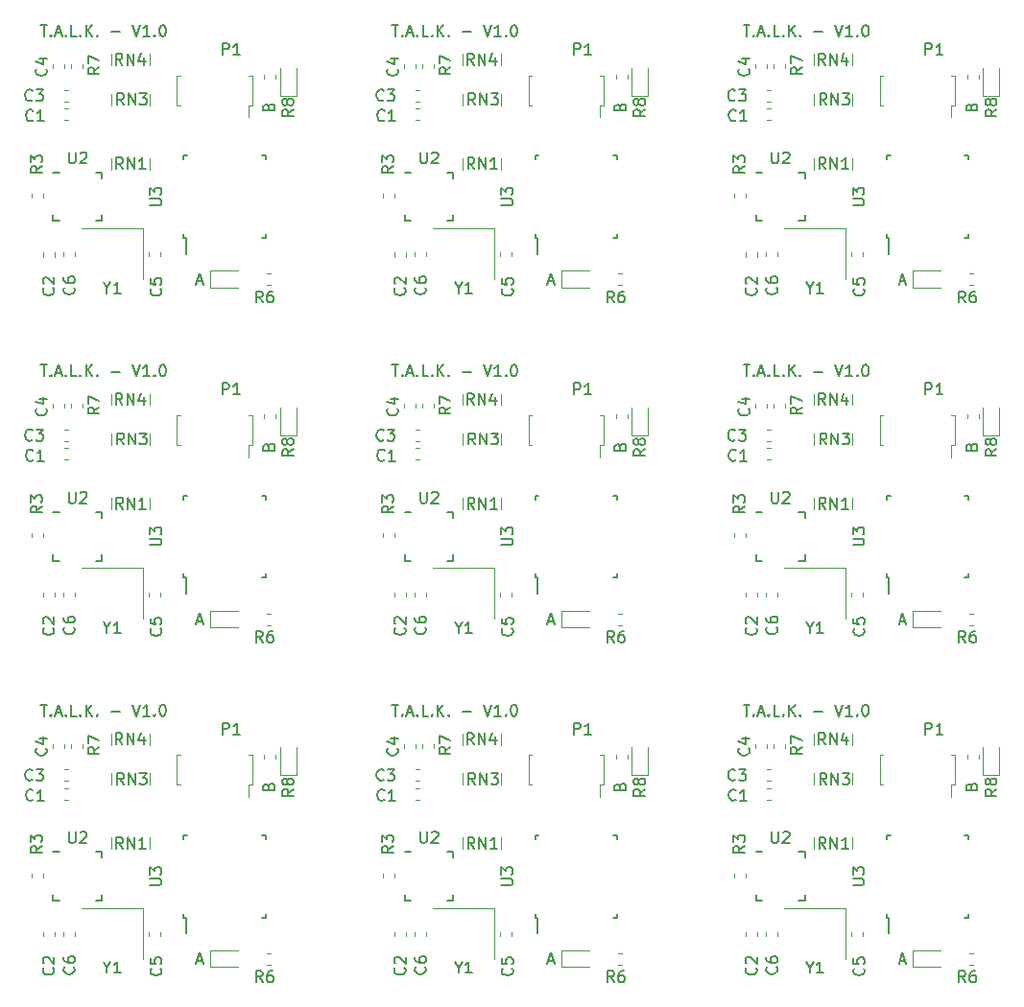
<source format=gto>
%MOIN*%
%OFA0B0*%
%FSLAX46Y46*%
%IPPOS*%
%LPD*%
%ADD10C,0.005905511811023622*%
%ADD11C,0.0047244094488188976*%
%ADD22C,0.005905511811023622*%
%ADD23C,0.0047244094488188976*%
%ADD24C,0.005905511811023622*%
%ADD25C,0.0047244094488188976*%
%ADD26C,0.005905511811023622*%
%ADD27C,0.0047244094488188976*%
%ADD28C,0.005905511811023622*%
%ADD29C,0.0047244094488188976*%
%ADD30C,0.005905511811023622*%
%ADD31C,0.0047244094488188976*%
%ADD32C,0.005905511811023622*%
%ADD33C,0.0047244094488188976*%
%ADD34C,0.005905511811023622*%
%ADD35C,0.0047244094488188976*%
%ADD36C,0.005905511811023622*%
%ADD37C,0.0047244094488188976*%
D10*
X0000346557Y0003688055D02*
X0000369055Y0003688055D01*
X0000357806Y0003648685D02*
X0000357806Y0003688055D01*
X0000382178Y0003652435D02*
X0000384053Y0003650560D01*
X0000382178Y0003648685D01*
X0000380303Y0003650560D01*
X0000382178Y0003652435D01*
X0000382178Y0003648685D01*
X0000399051Y0003659934D02*
X0000417799Y0003659934D01*
X0000395301Y0003648685D02*
X0000408425Y0003688055D01*
X0000421548Y0003648685D01*
X0000434671Y0003652435D02*
X0000436546Y0003650560D01*
X0000434671Y0003648685D01*
X0000432797Y0003650560D01*
X0000434671Y0003652435D01*
X0000434671Y0003648685D01*
X0000472167Y0003648685D02*
X0000453419Y0003648685D01*
X0000453419Y0003688055D01*
X0000485290Y0003652435D02*
X0000487165Y0003650560D01*
X0000485290Y0003648685D01*
X0000483415Y0003650560D01*
X0000485290Y0003652435D01*
X0000485290Y0003648685D01*
X0000504038Y0003648685D02*
X0000504038Y0003688055D01*
X0000526535Y0003648685D02*
X0000509662Y0003671182D01*
X0000526535Y0003688055D02*
X0000504038Y0003665558D01*
X0000543408Y0003652435D02*
X0000545283Y0003650560D01*
X0000543408Y0003648685D01*
X0000541533Y0003650560D01*
X0000543408Y0003652435D01*
X0000543408Y0003648685D01*
X0000592152Y0003663683D02*
X0000622148Y0003663683D01*
X0000665268Y0003688055D02*
X0000678391Y0003648685D01*
X0000691514Y0003688055D01*
X0000725260Y0003648685D02*
X0000702763Y0003648685D01*
X0000714011Y0003648685D02*
X0000714011Y0003688055D01*
X0000710262Y0003682431D01*
X0000706512Y0003678682D01*
X0000702763Y0003676807D01*
X0000742133Y0003652435D02*
X0000744008Y0003650560D01*
X0000742133Y0003648685D01*
X0000740258Y0003650560D01*
X0000742133Y0003652435D01*
X0000742133Y0003648685D01*
X0000768380Y0003688055D02*
X0000772129Y0003688055D01*
X0000775879Y0003686181D01*
X0000777754Y0003684306D01*
X0000779628Y0003680556D01*
X0000781503Y0003673057D01*
X0000781503Y0003663683D01*
X0000779628Y0003656184D01*
X0000777754Y0003652435D01*
X0000775879Y0003650560D01*
X0000772129Y0003648685D01*
X0000768380Y0003648685D01*
X0000764630Y0003650560D01*
X0000762755Y0003652435D01*
X0000760881Y0003656184D01*
X0000759006Y0003663683D01*
X0000759006Y0003673057D01*
X0000760881Y0003680556D01*
X0000762755Y0003684306D01*
X0000764630Y0003686181D01*
X0000768380Y0003688055D01*
X0000559606Y0003176417D02*
X0000538936Y0003176417D01*
X0000559606Y0003007125D02*
X0000538936Y0003007125D01*
X0000390314Y0003007125D02*
X0000410984Y0003007125D01*
X0000390314Y0003176417D02*
X0000410984Y0003176417D01*
X0000559606Y0003007125D02*
X0000559606Y0003027795D01*
X0000390314Y0003007125D02*
X0000390314Y0003027795D01*
X0000559606Y0003176417D02*
X0000559606Y0003155748D01*
D11*
X0000702086Y0002981889D02*
X0000489488Y0002981889D01*
X0000702086Y0002804724D02*
X0000702086Y0002981889D01*
D10*
X0000852440Y0002948267D02*
X0000852440Y0002892165D01*
X0000843582Y0003233700D02*
X0000843582Y0003220905D01*
X0001129015Y0003233700D02*
X0001129015Y0003220905D01*
X0001129015Y0002948267D02*
X0001129015Y0002961062D01*
X0000843582Y0002948267D02*
X0000843582Y0002961062D01*
X0001129015Y0002948267D02*
X0001116220Y0002948267D01*
X0001129015Y0003233700D02*
X0001116220Y0003233700D01*
X0000843582Y0003233700D02*
X0000856377Y0003233700D01*
X0000843582Y0002948267D02*
X0000852440Y0002948267D01*
D11*
X0000724606Y0003547677D02*
X0000724606Y0003587047D01*
X0000592322Y0003547677D02*
X0000592322Y0003587047D01*
X0000592322Y0003449055D02*
X0000592322Y0003409685D01*
X0000724606Y0003449055D02*
X0000724606Y0003409685D01*
X0000592322Y0003225629D02*
X0000592322Y0003186259D01*
X0000724606Y0003225629D02*
X0000724606Y0003186259D01*
X0001123582Y0003514931D02*
X0001123582Y0003501446D01*
X0001163740Y0003514931D02*
X0001163740Y0003501446D01*
X0000387677Y0003551309D02*
X0000387677Y0003537824D01*
X0000427834Y0003551309D02*
X0000427834Y0003537824D01*
X0001130855Y0002783818D02*
X0001144341Y0002783818D01*
X0001130855Y0002823976D02*
X0001144341Y0002823976D01*
X0000314921Y0003101939D02*
X0000314921Y0003088454D01*
X0000355078Y0003101939D02*
X0000355078Y0003088454D01*
X0001069291Y0003409448D02*
X0001069291Y0003366929D01*
X0000832283Y0003512598D02*
X0000820472Y0003512598D01*
X0001081102Y0003512598D02*
X0001069291Y0003512598D01*
X0000820472Y0003512598D02*
X0000820472Y0003409448D01*
X0000832283Y0003409448D02*
X0000820472Y0003409448D01*
X0001081102Y0003409448D02*
X0001069291Y0003409448D01*
X0001081102Y0003512598D02*
X0001081102Y0003409448D01*
X0001235393Y0003442519D02*
X0001235393Y0003539370D01*
X0001177519Y0003442519D02*
X0001235393Y0003442519D01*
X0001177519Y0003539370D02*
X0001177519Y0003442519D01*
X0000935551Y0002775905D02*
X0001032401Y0002775905D01*
X0000935551Y0002833779D02*
X0000935551Y0002775905D01*
X0001032401Y0002833779D02*
X0000935551Y0002833779D01*
X0000425747Y0002896703D02*
X0000425747Y0002883217D01*
X0000465905Y0002896703D02*
X0000465905Y0002883217D01*
X0000761141Y0002883257D02*
X0000761141Y0002896742D01*
X0000720984Y0002883257D02*
X0000720984Y0002896742D01*
X0000491653Y0003537824D02*
X0000491653Y0003551309D01*
X0000451496Y0003537824D02*
X0000451496Y0003551309D01*
X0000442097Y0003463110D02*
X0000428611Y0003463110D01*
X0000442097Y0003422952D02*
X0000428611Y0003422952D01*
X0000395314Y0002883139D02*
X0000395314Y0002896624D01*
X0000355157Y0002883139D02*
X0000355157Y0002896624D01*
X0000442097Y0003397795D02*
X0000428611Y0003397795D01*
X0000442097Y0003357637D02*
X0000428611Y0003357637D01*
D10*
X0000444964Y0003246205D02*
X0000444964Y0003214334D01*
X0000446839Y0003210584D01*
X0000448713Y0003208710D01*
X0000452463Y0003206835D01*
X0000459962Y0003206835D01*
X0000463712Y0003208710D01*
X0000465586Y0003210584D01*
X0000467461Y0003214334D01*
X0000467461Y0003246205D01*
X0000484334Y0003242455D02*
X0000486209Y0003244330D01*
X0000489958Y0003246205D01*
X0000499332Y0003246205D01*
X0000503082Y0003244330D01*
X0000504956Y0003242455D01*
X0000506831Y0003238706D01*
X0000506831Y0003234956D01*
X0000504956Y0003229332D01*
X0000482459Y0003206835D01*
X0000506831Y0003206835D01*
X0000577039Y0002774165D02*
X0000577039Y0002755418D01*
X0000563916Y0002794788D02*
X0000577039Y0002774165D01*
X0000590163Y0002794788D01*
X0000623908Y0002755418D02*
X0000601411Y0002755418D01*
X0000612660Y0002755418D02*
X0000612660Y0002794788D01*
X0000608910Y0002789163D01*
X0000605161Y0002785414D01*
X0000601411Y0002783539D01*
X0000726550Y0003060988D02*
X0000758421Y0003060988D01*
X0000762170Y0003062862D01*
X0000764045Y0003064737D01*
X0000765920Y0003068487D01*
X0000765920Y0003075986D01*
X0000764045Y0003079735D01*
X0000762170Y0003081610D01*
X0000758421Y0003083485D01*
X0000726550Y0003083485D01*
X0000726550Y0003098483D02*
X0000726550Y0003122855D01*
X0000741548Y0003109731D01*
X0000741548Y0003115356D01*
X0000743423Y0003119105D01*
X0000745298Y0003120980D01*
X0000749047Y0003122855D01*
X0000758421Y0003122855D01*
X0000762170Y0003120980D01*
X0000764045Y0003119105D01*
X0000765920Y0003115356D01*
X0000765920Y0003104107D01*
X0000764045Y0003100358D01*
X0000762170Y0003098483D01*
X0000630453Y0003549630D02*
X0000617330Y0003568378D01*
X0000607956Y0003549630D02*
X0000607956Y0003589000D01*
X0000622954Y0003589000D01*
X0000626704Y0003587125D01*
X0000628578Y0003585251D01*
X0000630453Y0003581501D01*
X0000630453Y0003575877D01*
X0000628578Y0003572127D01*
X0000626704Y0003570253D01*
X0000622954Y0003568378D01*
X0000607956Y0003568378D01*
X0000647326Y0003549630D02*
X0000647326Y0003589000D01*
X0000669823Y0003549630D01*
X0000669823Y0003589000D01*
X0000705444Y0003575877D02*
X0000705444Y0003549630D01*
X0000696070Y0003590875D02*
X0000686696Y0003562754D01*
X0000711068Y0003562754D01*
X0000635729Y0003410969D02*
X0000622605Y0003429716D01*
X0000613232Y0003410969D02*
X0000613232Y0003450339D01*
X0000628230Y0003450339D01*
X0000631979Y0003448464D01*
X0000633854Y0003446589D01*
X0000635729Y0003442840D01*
X0000635729Y0003437215D01*
X0000633854Y0003433466D01*
X0000631979Y0003431591D01*
X0000628230Y0003429716D01*
X0000613232Y0003429716D01*
X0000652602Y0003410969D02*
X0000652602Y0003450339D01*
X0000675099Y0003410969D01*
X0000675099Y0003450339D01*
X0000690097Y0003450339D02*
X0000714469Y0003450339D01*
X0000701346Y0003435341D01*
X0000706970Y0003435341D01*
X0000710719Y0003433466D01*
X0000712594Y0003431591D01*
X0000714469Y0003427842D01*
X0000714469Y0003418468D01*
X0000712594Y0003414718D01*
X0000710719Y0003412844D01*
X0000706970Y0003410969D01*
X0000695721Y0003410969D01*
X0000691972Y0003412844D01*
X0000690097Y0003414718D01*
X0000632579Y0003187347D02*
X0000619456Y0003206094D01*
X0000610082Y0003187347D02*
X0000610082Y0003226717D01*
X0000625080Y0003226717D01*
X0000628830Y0003224842D01*
X0000630704Y0003222967D01*
X0000632579Y0003219218D01*
X0000632579Y0003213593D01*
X0000630704Y0003209844D01*
X0000628830Y0003207969D01*
X0000625080Y0003206094D01*
X0000610082Y0003206094D01*
X0000649452Y0003187347D02*
X0000649452Y0003226717D01*
X0000671949Y0003187347D01*
X0000671949Y0003226717D01*
X0000711319Y0003187347D02*
X0000688822Y0003187347D01*
X0000700071Y0003187347D02*
X0000700071Y0003226717D01*
X0000696321Y0003221092D01*
X0000692572Y0003217343D01*
X0000688822Y0003215468D01*
X0001225644Y0003394304D02*
X0001206897Y0003381181D01*
X0001225644Y0003371807D02*
X0001186274Y0003371807D01*
X0001186274Y0003386805D01*
X0001188149Y0003390554D01*
X0001190024Y0003392429D01*
X0001193773Y0003394304D01*
X0001199398Y0003394304D01*
X0001203147Y0003392429D01*
X0001205022Y0003390554D01*
X0001206897Y0003386805D01*
X0001206897Y0003371807D01*
X0001203147Y0003416801D02*
X0001201272Y0003413052D01*
X0001199398Y0003411177D01*
X0001195648Y0003409302D01*
X0001193773Y0003409302D01*
X0001190024Y0003411177D01*
X0001188149Y0003413052D01*
X0001186274Y0003416801D01*
X0001186274Y0003424300D01*
X0001188149Y0003428050D01*
X0001190024Y0003429925D01*
X0001193773Y0003431799D01*
X0001195648Y0003431799D01*
X0001199398Y0003429925D01*
X0001201272Y0003428050D01*
X0001203147Y0003424300D01*
X0001203147Y0003416801D01*
X0001205022Y0003413052D01*
X0001206897Y0003411177D01*
X0001210646Y0003409302D01*
X0001218145Y0003409302D01*
X0001221895Y0003411177D01*
X0001223770Y0003413052D01*
X0001225644Y0003416801D01*
X0001225644Y0003424300D01*
X0001223770Y0003428050D01*
X0001221895Y0003429925D01*
X0001218145Y0003431799D01*
X0001210646Y0003431799D01*
X0001206897Y0003429925D01*
X0001205022Y0003428050D01*
X0001203147Y0003424300D01*
X0000549936Y0003540721D02*
X0000531188Y0003527598D01*
X0000549936Y0003518224D02*
X0000510566Y0003518224D01*
X0000510566Y0003533222D01*
X0000512440Y0003536972D01*
X0000514315Y0003538847D01*
X0000518065Y0003540721D01*
X0000523689Y0003540721D01*
X0000527439Y0003538847D01*
X0000529313Y0003536972D01*
X0000531188Y0003533222D01*
X0000531188Y0003518224D01*
X0000510566Y0003553845D02*
X0000510566Y0003580091D01*
X0000549936Y0003563218D01*
X0001117572Y0002723331D02*
X0001104448Y0002742079D01*
X0001095074Y0002723331D02*
X0001095074Y0002762701D01*
X0001110073Y0002762701D01*
X0001113822Y0002760826D01*
X0001115697Y0002758952D01*
X0001117572Y0002755202D01*
X0001117572Y0002749578D01*
X0001115697Y0002745828D01*
X0001113822Y0002743953D01*
X0001110073Y0002742079D01*
X0001095074Y0002742079D01*
X0001151317Y0002762701D02*
X0001143818Y0002762701D01*
X0001140069Y0002760826D01*
X0001138194Y0002758952D01*
X0001134445Y0002753327D01*
X0001132570Y0002745828D01*
X0001132570Y0002730830D01*
X0001134445Y0002727081D01*
X0001136319Y0002725206D01*
X0001140069Y0002723331D01*
X0001147568Y0002723331D01*
X0001151317Y0002725206D01*
X0001153192Y0002727081D01*
X0001155067Y0002730830D01*
X0001155067Y0002740204D01*
X0001153192Y0002743953D01*
X0001151317Y0002745828D01*
X0001147568Y0002747703D01*
X0001140069Y0002747703D01*
X0001136319Y0002745828D01*
X0001134445Y0002743953D01*
X0001132570Y0002740204D01*
X0000351511Y0003197099D02*
X0000332763Y0003183976D01*
X0000351511Y0003174602D02*
X0000312140Y0003174602D01*
X0000312140Y0003189600D01*
X0000314015Y0003193350D01*
X0000315890Y0003195225D01*
X0000319640Y0003197099D01*
X0000325264Y0003197099D01*
X0000329013Y0003195225D01*
X0000330888Y0003193350D01*
X0000332763Y0003189600D01*
X0000332763Y0003174602D01*
X0000312140Y0003210223D02*
X0000312140Y0003234595D01*
X0000327139Y0003221471D01*
X0000327139Y0003227096D01*
X0000329013Y0003230845D01*
X0000330888Y0003232720D01*
X0000334638Y0003234595D01*
X0000344011Y0003234595D01*
X0000347761Y0003232720D01*
X0000349636Y0003230845D01*
X0000351511Y0003227096D01*
X0000351511Y0003215847D01*
X0000349636Y0003212097D01*
X0000347761Y0003210223D01*
X0000978775Y0003584906D02*
X0000978775Y0003624276D01*
X0000993773Y0003624276D01*
X0000997523Y0003622401D01*
X0000999398Y0003620526D01*
X0001001272Y0003616777D01*
X0001001272Y0003611152D01*
X0000999398Y0003607403D01*
X0000997523Y0003605528D01*
X0000993773Y0003603653D01*
X0000978775Y0003603653D01*
X0001038768Y0003584906D02*
X0001016271Y0003584906D01*
X0001027519Y0003584906D02*
X0001027519Y0003624276D01*
X0001023770Y0003618652D01*
X0001020020Y0003614902D01*
X0001016271Y0003613027D01*
X0001138447Y0003403678D02*
X0001140322Y0003409302D01*
X0001142197Y0003411177D01*
X0001145946Y0003413052D01*
X0001151570Y0003413052D01*
X0001155320Y0003411177D01*
X0001157195Y0003409302D01*
X0001159070Y0003405553D01*
X0001159070Y0003390554D01*
X0001119700Y0003390554D01*
X0001119700Y0003403678D01*
X0001121574Y0003407427D01*
X0001123449Y0003409302D01*
X0001127199Y0003411177D01*
X0001130948Y0003411177D01*
X0001134698Y0003409302D01*
X0001136572Y0003407427D01*
X0001138447Y0003403678D01*
X0001138447Y0003390554D01*
X0000889996Y0002797414D02*
X0000908743Y0002797414D01*
X0000886246Y0002786166D02*
X0000899370Y0002825536D01*
X0000912493Y0002786166D01*
X0000461304Y0002776194D02*
X0000463179Y0002774319D01*
X0000465054Y0002768695D01*
X0000465054Y0002764945D01*
X0000463179Y0002759321D01*
X0000459430Y0002755571D01*
X0000455680Y0002753697D01*
X0000448181Y0002751822D01*
X0000442557Y0002751822D01*
X0000435058Y0002753697D01*
X0000431308Y0002755571D01*
X0000427559Y0002759321D01*
X0000425684Y0002764945D01*
X0000425684Y0002768695D01*
X0000427559Y0002774319D01*
X0000429433Y0002776194D01*
X0000425684Y0002809940D02*
X0000425684Y0002802440D01*
X0000427559Y0002798691D01*
X0000429433Y0002796816D01*
X0000435058Y0002793067D01*
X0000442557Y0002791192D01*
X0000457555Y0002791192D01*
X0000461304Y0002793067D01*
X0000463179Y0002794941D01*
X0000465054Y0002798691D01*
X0000465054Y0002806190D01*
X0000463179Y0002809940D01*
X0000461304Y0002811814D01*
X0000457555Y0002813689D01*
X0000448181Y0002813689D01*
X0000444431Y0002811814D01*
X0000442557Y0002809940D01*
X0000440682Y0002806190D01*
X0000440682Y0002798691D01*
X0000442557Y0002794941D01*
X0000444431Y0002793067D01*
X0000448181Y0002791192D01*
X0000763352Y0002771272D02*
X0000765226Y0002769398D01*
X0000767101Y0002763773D01*
X0000767101Y0002760024D01*
X0000765226Y0002754400D01*
X0000761477Y0002750650D01*
X0000757727Y0002748775D01*
X0000750228Y0002746901D01*
X0000744604Y0002746901D01*
X0000737105Y0002748775D01*
X0000733355Y0002750650D01*
X0000729606Y0002754400D01*
X0000727731Y0002760024D01*
X0000727731Y0002763773D01*
X0000729606Y0002769398D01*
X0000731481Y0002771272D01*
X0000727731Y0002806893D02*
X0000727731Y0002788145D01*
X0000746479Y0002786271D01*
X0000744604Y0002788145D01*
X0000742729Y0002791895D01*
X0000742729Y0002801269D01*
X0000744604Y0002805018D01*
X0000746479Y0002806893D01*
X0000750228Y0002808768D01*
X0000759602Y0002808768D01*
X0000763352Y0002806893D01*
X0000765226Y0002805018D01*
X0000767101Y0002801269D01*
X0000767101Y0002791895D01*
X0000765226Y0002788145D01*
X0000763352Y0002786271D01*
X0000364769Y0003536312D02*
X0000366644Y0003534437D01*
X0000368518Y0003528813D01*
X0000368518Y0003525063D01*
X0000366644Y0003519439D01*
X0000362894Y0003515689D01*
X0000359145Y0003513815D01*
X0000351645Y0003511940D01*
X0000346021Y0003511940D01*
X0000338522Y0003513815D01*
X0000334773Y0003515689D01*
X0000331023Y0003519439D01*
X0000329148Y0003525063D01*
X0000329148Y0003528813D01*
X0000331023Y0003534437D01*
X0000332898Y0003536312D01*
X0000342272Y0003570058D02*
X0000368518Y0003570058D01*
X0000327274Y0003560684D02*
X0000355395Y0003551310D01*
X0000355395Y0003575682D01*
X0000317572Y0003427829D02*
X0000315697Y0003425954D01*
X0000310073Y0003424079D01*
X0000306323Y0003424079D01*
X0000300699Y0003425954D01*
X0000296949Y0003429703D01*
X0000295074Y0003433453D01*
X0000293200Y0003440952D01*
X0000293200Y0003446576D01*
X0000295074Y0003454075D01*
X0000296949Y0003457825D01*
X0000300699Y0003461574D01*
X0000306323Y0003463449D01*
X0000310073Y0003463449D01*
X0000315697Y0003461574D01*
X0000317572Y0003459700D01*
X0000330695Y0003463449D02*
X0000355067Y0003463449D01*
X0000341944Y0003448451D01*
X0000347568Y0003448451D01*
X0000351317Y0003446576D01*
X0000353192Y0003444701D01*
X0000355067Y0003440952D01*
X0000355067Y0003431578D01*
X0000353192Y0003427829D01*
X0000351317Y0003425954D01*
X0000347568Y0003424079D01*
X0000336319Y0003424079D01*
X0000332570Y0003425954D01*
X0000330695Y0003427829D01*
X0000389769Y0002773753D02*
X0000391644Y0002771878D01*
X0000393518Y0002766254D01*
X0000393518Y0002762504D01*
X0000391644Y0002756880D01*
X0000387894Y0002753130D01*
X0000384145Y0002751256D01*
X0000376646Y0002749381D01*
X0000371021Y0002749381D01*
X0000363522Y0002751256D01*
X0000359773Y0002753130D01*
X0000356023Y0002756880D01*
X0000354148Y0002762504D01*
X0000354148Y0002766254D01*
X0000356023Y0002771878D01*
X0000357898Y0002773753D01*
X0000357898Y0002788751D02*
X0000356023Y0002790626D01*
X0000354148Y0002794375D01*
X0000354148Y0002803749D01*
X0000356023Y0002807499D01*
X0000357898Y0002809373D01*
X0000361647Y0002811248D01*
X0000365397Y0002811248D01*
X0000371021Y0002809373D01*
X0000393518Y0002786876D01*
X0000393518Y0002811248D01*
X0000320209Y0003357632D02*
X0000318335Y0003355757D01*
X0000312710Y0003353882D01*
X0000308961Y0003353882D01*
X0000303337Y0003355757D01*
X0000299587Y0003359506D01*
X0000297712Y0003363256D01*
X0000295837Y0003370755D01*
X0000295837Y0003376379D01*
X0000297712Y0003383878D01*
X0000299587Y0003387628D01*
X0000303337Y0003391377D01*
X0000308961Y0003393252D01*
X0000312710Y0003393252D01*
X0000318335Y0003391377D01*
X0000320209Y0003389503D01*
X0000357705Y0003353882D02*
X0000335208Y0003353882D01*
X0000346456Y0003353882D02*
X0000346456Y0003393252D01*
X0000342707Y0003387628D01*
X0000338957Y0003383878D01*
X0000335208Y0003382004D01*
G04 next file*
G04 #@! TF.GenerationSoftware,KiCad,Pcbnew,(5.1.2)-1*
G04 #@! TF.CreationDate,2019-11-08T13:50:46+05:30*
G04 #@! TF.ProjectId,TALK,54414c4b-2e6b-4696-9361-645f70636258,rev?*
G04 #@! TF.SameCoordinates,Original*
G04 #@! TF.FileFunction,Legend,Top*
G04 #@! TF.FilePolarity,Positive*
G04 Gerber Fmt 4.6, Leading zero omitted, Abs format (unit mm)*
G04 Created by KiCad (PCBNEW (5.1.2)-1) date 2019-11-08 13:50:46*
G04 APERTURE LIST*
G04 APERTURE END LIST*
D22*
X0001567030Y0003688055D02*
X0001589527Y0003688055D01*
X0001578278Y0003648685D02*
X0001578278Y0003688055D01*
X0001602650Y0003652435D02*
X0001604525Y0003650560D01*
X0001602650Y0003648685D01*
X0001600776Y0003650560D01*
X0001602650Y0003652435D01*
X0001602650Y0003648685D01*
X0001619523Y0003659934D02*
X0001638271Y0003659934D01*
X0001615774Y0003648685D02*
X0001628897Y0003688055D01*
X0001642020Y0003648685D01*
X0001655144Y0003652435D02*
X0001657019Y0003650560D01*
X0001655144Y0003648685D01*
X0001653269Y0003650560D01*
X0001655144Y0003652435D01*
X0001655144Y0003648685D01*
X0001692639Y0003648685D02*
X0001673891Y0003648685D01*
X0001673891Y0003688055D01*
X0001705762Y0003652435D02*
X0001707637Y0003650560D01*
X0001705762Y0003648685D01*
X0001703888Y0003650560D01*
X0001705762Y0003652435D01*
X0001705762Y0003648685D01*
X0001724510Y0003648685D02*
X0001724510Y0003688055D01*
X0001747007Y0003648685D02*
X0001730134Y0003671182D01*
X0001747007Y0003688055D02*
X0001724510Y0003665558D01*
X0001763880Y0003652435D02*
X0001765755Y0003650560D01*
X0001763880Y0003648685D01*
X0001762005Y0003650560D01*
X0001763880Y0003652435D01*
X0001763880Y0003648685D01*
X0001812624Y0003663683D02*
X0001842620Y0003663683D01*
X0001885740Y0003688055D02*
X0001898863Y0003648685D01*
X0001911987Y0003688055D01*
X0001945732Y0003648685D02*
X0001923235Y0003648685D01*
X0001934484Y0003648685D02*
X0001934484Y0003688055D01*
X0001930734Y0003682431D01*
X0001926985Y0003678682D01*
X0001923235Y0003676807D01*
X0001962605Y0003652435D02*
X0001964480Y0003650560D01*
X0001962605Y0003648685D01*
X0001960731Y0003650560D01*
X0001962605Y0003652435D01*
X0001962605Y0003648685D01*
X0001988852Y0003688055D02*
X0001992602Y0003688055D01*
X0001996351Y0003686181D01*
X0001998226Y0003684306D01*
X0002000101Y0003680556D01*
X0002001975Y0003673057D01*
X0002001975Y0003663683D01*
X0002000101Y0003656184D01*
X0001998226Y0003652435D01*
X0001996351Y0003650560D01*
X0001992602Y0003648685D01*
X0001988852Y0003648685D01*
X0001985103Y0003650560D01*
X0001983228Y0003652435D01*
X0001981353Y0003656184D01*
X0001979478Y0003663683D01*
X0001979478Y0003673057D01*
X0001981353Y0003680556D01*
X0001983228Y0003684306D01*
X0001985103Y0003686181D01*
X0001988852Y0003688055D01*
X0001780078Y0003176417D02*
X0001759409Y0003176417D01*
X0001780078Y0003007125D02*
X0001759409Y0003007125D01*
X0001610787Y0003007125D02*
X0001631456Y0003007125D01*
X0001610787Y0003176417D02*
X0001631456Y0003176417D01*
X0001780078Y0003007125D02*
X0001780078Y0003027795D01*
X0001610787Y0003007125D02*
X0001610787Y0003027795D01*
X0001780078Y0003176417D02*
X0001780078Y0003155748D01*
D23*
X0001922559Y0002981889D02*
X0001709960Y0002981889D01*
X0001922559Y0002804724D02*
X0001922559Y0002981889D01*
D22*
X0002072913Y0002948267D02*
X0002072913Y0002892165D01*
X0002064055Y0003233700D02*
X0002064055Y0003220905D01*
X0002349488Y0003233700D02*
X0002349488Y0003220905D01*
X0002349488Y0002948267D02*
X0002349488Y0002961062D01*
X0002064055Y0002948267D02*
X0002064055Y0002961062D01*
X0002349488Y0002948267D02*
X0002336692Y0002948267D01*
X0002349488Y0003233700D02*
X0002336692Y0003233700D01*
X0002064055Y0003233700D02*
X0002076850Y0003233700D01*
X0002064055Y0002948267D02*
X0002072913Y0002948267D01*
D23*
X0001945078Y0003547677D02*
X0001945078Y0003587047D01*
X0001812795Y0003547677D02*
X0001812795Y0003587047D01*
X0001812795Y0003449055D02*
X0001812795Y0003409685D01*
X0001945078Y0003449055D02*
X0001945078Y0003409685D01*
X0001812795Y0003225629D02*
X0001812795Y0003186259D01*
X0001945078Y0003225629D02*
X0001945078Y0003186259D01*
X0002344055Y0003514931D02*
X0002344055Y0003501446D01*
X0002384212Y0003514931D02*
X0002384212Y0003501446D01*
X0001608149Y0003551309D02*
X0001608149Y0003537824D01*
X0001648307Y0003551309D02*
X0001648307Y0003537824D01*
X0002351328Y0002783818D02*
X0002364813Y0002783818D01*
X0002351328Y0002823976D02*
X0002364813Y0002823976D01*
X0001535393Y0003101939D02*
X0001535393Y0003088454D01*
X0001575551Y0003101939D02*
X0001575551Y0003088454D01*
X0002289763Y0003409448D02*
X0002289763Y0003366929D01*
X0002052755Y0003512598D02*
X0002040944Y0003512598D01*
X0002301574Y0003512598D02*
X0002289763Y0003512598D01*
X0002040944Y0003512598D02*
X0002040944Y0003409448D01*
X0002052755Y0003409448D02*
X0002040944Y0003409448D01*
X0002301574Y0003409448D02*
X0002289763Y0003409448D01*
X0002301574Y0003512598D02*
X0002301574Y0003409448D01*
X0002455866Y0003442519D02*
X0002455866Y0003539370D01*
X0002397992Y0003442519D02*
X0002455866Y0003442519D01*
X0002397992Y0003539370D02*
X0002397992Y0003442519D01*
X0002156023Y0002775905D02*
X0002252874Y0002775905D01*
X0002156023Y0002833779D02*
X0002156023Y0002775905D01*
X0002252874Y0002833779D02*
X0002156023Y0002833779D01*
X0001646220Y0002896703D02*
X0001646220Y0002883217D01*
X0001686377Y0002896703D02*
X0001686377Y0002883217D01*
X0001981614Y0002883257D02*
X0001981614Y0002896742D01*
X0001941456Y0002883257D02*
X0001941456Y0002896742D01*
X0001712125Y0003537824D02*
X0001712125Y0003551309D01*
X0001671968Y0003537824D02*
X0001671968Y0003551309D01*
X0001662569Y0003463110D02*
X0001649083Y0003463110D01*
X0001662569Y0003422952D02*
X0001649083Y0003422952D01*
X0001615787Y0002883139D02*
X0001615787Y0002896624D01*
X0001575629Y0002883139D02*
X0001575629Y0002896624D01*
X0001662569Y0003397795D02*
X0001649083Y0003397795D01*
X0001662569Y0003357637D02*
X0001649083Y0003357637D01*
D22*
X0001665436Y0003246205D02*
X0001665436Y0003214334D01*
X0001667311Y0003210584D01*
X0001669186Y0003208710D01*
X0001672935Y0003206835D01*
X0001680434Y0003206835D01*
X0001684184Y0003208710D01*
X0001686059Y0003210584D01*
X0001687933Y0003214334D01*
X0001687933Y0003246205D01*
X0001704806Y0003242455D02*
X0001706681Y0003244330D01*
X0001710431Y0003246205D01*
X0001719804Y0003246205D01*
X0001723554Y0003244330D01*
X0001725429Y0003242455D01*
X0001727304Y0003238706D01*
X0001727304Y0003234956D01*
X0001725429Y0003229332D01*
X0001702932Y0003206835D01*
X0001727304Y0003206835D01*
X0001797512Y0002774165D02*
X0001797512Y0002755418D01*
X0001784388Y0002794788D02*
X0001797512Y0002774165D01*
X0001810635Y0002794788D01*
X0001844381Y0002755418D02*
X0001821884Y0002755418D01*
X0001833132Y0002755418D02*
X0001833132Y0002794788D01*
X0001829383Y0002789163D01*
X0001825633Y0002785414D01*
X0001821884Y0002783539D01*
X0001947022Y0003060988D02*
X0001978893Y0003060988D01*
X0001982643Y0003062862D01*
X0001984518Y0003064737D01*
X0001986392Y0003068487D01*
X0001986392Y0003075986D01*
X0001984518Y0003079735D01*
X0001982643Y0003081610D01*
X0001978893Y0003083485D01*
X0001947022Y0003083485D01*
X0001947022Y0003098483D02*
X0001947022Y0003122855D01*
X0001962020Y0003109731D01*
X0001962020Y0003115356D01*
X0001963895Y0003119105D01*
X0001965770Y0003120980D01*
X0001969520Y0003122855D01*
X0001978893Y0003122855D01*
X0001982643Y0003120980D01*
X0001984518Y0003119105D01*
X0001986392Y0003115356D01*
X0001986392Y0003104107D01*
X0001984518Y0003100358D01*
X0001982643Y0003098483D01*
X0001850926Y0003549630D02*
X0001837802Y0003568378D01*
X0001828428Y0003549630D02*
X0001828428Y0003589000D01*
X0001843427Y0003589000D01*
X0001847176Y0003587125D01*
X0001849051Y0003585251D01*
X0001850926Y0003581501D01*
X0001850926Y0003575877D01*
X0001849051Y0003572127D01*
X0001847176Y0003570253D01*
X0001843427Y0003568378D01*
X0001828428Y0003568378D01*
X0001867798Y0003549630D02*
X0001867798Y0003589000D01*
X0001890296Y0003549630D01*
X0001890296Y0003589000D01*
X0001925916Y0003575877D02*
X0001925916Y0003549630D01*
X0001916542Y0003590875D02*
X0001907169Y0003562754D01*
X0001931540Y0003562754D01*
X0001856201Y0003410969D02*
X0001843078Y0003429716D01*
X0001833704Y0003410969D02*
X0001833704Y0003450339D01*
X0001848702Y0003450339D01*
X0001852452Y0003448464D01*
X0001854326Y0003446589D01*
X0001856201Y0003442840D01*
X0001856201Y0003437215D01*
X0001854326Y0003433466D01*
X0001852452Y0003431591D01*
X0001848702Y0003429716D01*
X0001833704Y0003429716D01*
X0001873074Y0003410969D02*
X0001873074Y0003450339D01*
X0001895571Y0003410969D01*
X0001895571Y0003450339D01*
X0001910569Y0003450339D02*
X0001934941Y0003450339D01*
X0001921818Y0003435341D01*
X0001927442Y0003435341D01*
X0001931192Y0003433466D01*
X0001933067Y0003431591D01*
X0001934941Y0003427842D01*
X0001934941Y0003418468D01*
X0001933067Y0003414718D01*
X0001931192Y0003412844D01*
X0001927442Y0003410969D01*
X0001916194Y0003410969D01*
X0001912444Y0003412844D01*
X0001910569Y0003414718D01*
X0001853052Y0003187347D02*
X0001839928Y0003206094D01*
X0001830554Y0003187347D02*
X0001830554Y0003226717D01*
X0001845553Y0003226717D01*
X0001849302Y0003224842D01*
X0001851177Y0003222967D01*
X0001853052Y0003219218D01*
X0001853052Y0003213593D01*
X0001851177Y0003209844D01*
X0001849302Y0003207969D01*
X0001845553Y0003206094D01*
X0001830554Y0003206094D01*
X0001869925Y0003187347D02*
X0001869925Y0003226717D01*
X0001892422Y0003187347D01*
X0001892422Y0003226717D01*
X0001931792Y0003187347D02*
X0001909295Y0003187347D01*
X0001920543Y0003187347D02*
X0001920543Y0003226717D01*
X0001916794Y0003221092D01*
X0001913044Y0003217343D01*
X0001909295Y0003215468D01*
X0002446117Y0003394304D02*
X0002427369Y0003381181D01*
X0002446117Y0003371807D02*
X0002406747Y0003371807D01*
X0002406747Y0003386805D01*
X0002408622Y0003390554D01*
X0002410496Y0003392429D01*
X0002414246Y0003394304D01*
X0002419870Y0003394304D01*
X0002423620Y0003392429D01*
X0002425494Y0003390554D01*
X0002427369Y0003386805D01*
X0002427369Y0003371807D01*
X0002423620Y0003416801D02*
X0002421745Y0003413052D01*
X0002419870Y0003411177D01*
X0002416121Y0003409302D01*
X0002414246Y0003409302D01*
X0002410496Y0003411177D01*
X0002408622Y0003413052D01*
X0002406747Y0003416801D01*
X0002406747Y0003424300D01*
X0002408622Y0003428050D01*
X0002410496Y0003429925D01*
X0002414246Y0003431799D01*
X0002416121Y0003431799D01*
X0002419870Y0003429925D01*
X0002421745Y0003428050D01*
X0002423620Y0003424300D01*
X0002423620Y0003416801D01*
X0002425494Y0003413052D01*
X0002427369Y0003411177D01*
X0002431119Y0003409302D01*
X0002438618Y0003409302D01*
X0002442367Y0003411177D01*
X0002444242Y0003413052D01*
X0002446117Y0003416801D01*
X0002446117Y0003424300D01*
X0002444242Y0003428050D01*
X0002442367Y0003429925D01*
X0002438618Y0003431799D01*
X0002431119Y0003431799D01*
X0002427369Y0003429925D01*
X0002425494Y0003428050D01*
X0002423620Y0003424300D01*
X0001770408Y0003540721D02*
X0001751660Y0003527598D01*
X0001770408Y0003518224D02*
X0001731038Y0003518224D01*
X0001731038Y0003533222D01*
X0001732913Y0003536972D01*
X0001734788Y0003538847D01*
X0001738537Y0003540721D01*
X0001744161Y0003540721D01*
X0001747911Y0003538847D01*
X0001749786Y0003536972D01*
X0001751660Y0003533222D01*
X0001751660Y0003518224D01*
X0001731038Y0003553845D02*
X0001731038Y0003580091D01*
X0001770408Y0003563218D01*
X0002338044Y0002723331D02*
X0002324921Y0002742079D01*
X0002315547Y0002723331D02*
X0002315547Y0002762701D01*
X0002330545Y0002762701D01*
X0002334295Y0002760826D01*
X0002336169Y0002758952D01*
X0002338044Y0002755202D01*
X0002338044Y0002749578D01*
X0002336169Y0002745828D01*
X0002334295Y0002743953D01*
X0002330545Y0002742079D01*
X0002315547Y0002742079D01*
X0002371790Y0002762701D02*
X0002364291Y0002762701D01*
X0002360541Y0002760826D01*
X0002358667Y0002758952D01*
X0002354917Y0002753327D01*
X0002353042Y0002745828D01*
X0002353042Y0002730830D01*
X0002354917Y0002727081D01*
X0002356792Y0002725206D01*
X0002360541Y0002723331D01*
X0002368040Y0002723331D01*
X0002371790Y0002725206D01*
X0002373665Y0002727081D01*
X0002375539Y0002730830D01*
X0002375539Y0002740204D01*
X0002373665Y0002743953D01*
X0002371790Y0002745828D01*
X0002368040Y0002747703D01*
X0002360541Y0002747703D01*
X0002356792Y0002745828D01*
X0002354917Y0002743953D01*
X0002353042Y0002740204D01*
X0001571983Y0003197099D02*
X0001553235Y0003183976D01*
X0001571983Y0003174602D02*
X0001532613Y0003174602D01*
X0001532613Y0003189600D01*
X0001534488Y0003193350D01*
X0001536362Y0003195225D01*
X0001540112Y0003197099D01*
X0001545736Y0003197099D01*
X0001549486Y0003195225D01*
X0001551361Y0003193350D01*
X0001553235Y0003189600D01*
X0001553235Y0003174602D01*
X0001532613Y0003210223D02*
X0001532613Y0003234595D01*
X0001547611Y0003221471D01*
X0001547611Y0003227096D01*
X0001549486Y0003230845D01*
X0001551361Y0003232720D01*
X0001555110Y0003234595D01*
X0001564484Y0003234595D01*
X0001568233Y0003232720D01*
X0001570108Y0003230845D01*
X0001571983Y0003227096D01*
X0001571983Y0003215847D01*
X0001570108Y0003212097D01*
X0001568233Y0003210223D01*
X0002199248Y0003584906D02*
X0002199248Y0003624276D01*
X0002214246Y0003624276D01*
X0002217995Y0003622401D01*
X0002219870Y0003620526D01*
X0002221745Y0003616777D01*
X0002221745Y0003611152D01*
X0002219870Y0003607403D01*
X0002217995Y0003605528D01*
X0002214246Y0003603653D01*
X0002199248Y0003603653D01*
X0002259240Y0003584906D02*
X0002236743Y0003584906D01*
X0002247992Y0003584906D02*
X0002247992Y0003624276D01*
X0002244242Y0003618652D01*
X0002240493Y0003614902D01*
X0002236743Y0003613027D01*
X0002358920Y0003403678D02*
X0002360794Y0003409302D01*
X0002362669Y0003411177D01*
X0002366419Y0003413052D01*
X0002372043Y0003413052D01*
X0002375792Y0003411177D01*
X0002377667Y0003409302D01*
X0002379542Y0003405553D01*
X0002379542Y0003390554D01*
X0002340172Y0003390554D01*
X0002340172Y0003403678D01*
X0002342047Y0003407427D01*
X0002343922Y0003409302D01*
X0002347671Y0003411177D01*
X0002351421Y0003411177D01*
X0002355170Y0003409302D01*
X0002357045Y0003407427D01*
X0002358920Y0003403678D01*
X0002358920Y0003390554D01*
X0002110468Y0002797414D02*
X0002129216Y0002797414D01*
X0002106719Y0002786166D02*
X0002119842Y0002825536D01*
X0002132965Y0002786166D01*
X0001681777Y0002776194D02*
X0001683651Y0002774319D01*
X0001685526Y0002768695D01*
X0001685526Y0002764945D01*
X0001683651Y0002759321D01*
X0001679902Y0002755571D01*
X0001676152Y0002753697D01*
X0001668653Y0002751822D01*
X0001663029Y0002751822D01*
X0001655530Y0002753697D01*
X0001651781Y0002755571D01*
X0001648031Y0002759321D01*
X0001646156Y0002764945D01*
X0001646156Y0002768695D01*
X0001648031Y0002774319D01*
X0001649906Y0002776194D01*
X0001646156Y0002809940D02*
X0001646156Y0002802440D01*
X0001648031Y0002798691D01*
X0001649906Y0002796816D01*
X0001655530Y0002793067D01*
X0001663029Y0002791192D01*
X0001678027Y0002791192D01*
X0001681777Y0002793067D01*
X0001683651Y0002794941D01*
X0001685526Y0002798691D01*
X0001685526Y0002806190D01*
X0001683651Y0002809940D01*
X0001681777Y0002811814D01*
X0001678027Y0002813689D01*
X0001668653Y0002813689D01*
X0001664904Y0002811814D01*
X0001663029Y0002809940D01*
X0001661154Y0002806190D01*
X0001661154Y0002798691D01*
X0001663029Y0002794941D01*
X0001664904Y0002793067D01*
X0001668653Y0002791192D01*
X0001983824Y0002771272D02*
X0001985699Y0002769398D01*
X0001987573Y0002763773D01*
X0001987573Y0002760024D01*
X0001985699Y0002754400D01*
X0001981949Y0002750650D01*
X0001978200Y0002748775D01*
X0001970701Y0002746901D01*
X0001965076Y0002746901D01*
X0001957577Y0002748775D01*
X0001953828Y0002750650D01*
X0001950078Y0002754400D01*
X0001948203Y0002760024D01*
X0001948203Y0002763773D01*
X0001950078Y0002769398D01*
X0001951953Y0002771272D01*
X0001948203Y0002806893D02*
X0001948203Y0002788145D01*
X0001966951Y0002786271D01*
X0001965076Y0002788145D01*
X0001963202Y0002791895D01*
X0001963202Y0002801269D01*
X0001965076Y0002805018D01*
X0001966951Y0002806893D01*
X0001970701Y0002808768D01*
X0001980074Y0002808768D01*
X0001983824Y0002806893D01*
X0001985699Y0002805018D01*
X0001987573Y0002801269D01*
X0001987573Y0002791895D01*
X0001985699Y0002788145D01*
X0001983824Y0002786271D01*
X0001585241Y0003536312D02*
X0001587116Y0003534437D01*
X0001588991Y0003528813D01*
X0001588991Y0003525063D01*
X0001587116Y0003519439D01*
X0001583367Y0003515689D01*
X0001579617Y0003513815D01*
X0001572118Y0003511940D01*
X0001566494Y0003511940D01*
X0001558995Y0003513815D01*
X0001555245Y0003515689D01*
X0001551496Y0003519439D01*
X0001549621Y0003525063D01*
X0001549621Y0003528813D01*
X0001551496Y0003534437D01*
X0001553370Y0003536312D01*
X0001562744Y0003570058D02*
X0001588991Y0003570058D01*
X0001547746Y0003560684D02*
X0001575867Y0003551310D01*
X0001575867Y0003575682D01*
X0001538044Y0003427829D02*
X0001536169Y0003425954D01*
X0001530545Y0003424079D01*
X0001526796Y0003424079D01*
X0001521171Y0003425954D01*
X0001517422Y0003429703D01*
X0001515547Y0003433453D01*
X0001513672Y0003440952D01*
X0001513672Y0003446576D01*
X0001515547Y0003454075D01*
X0001517422Y0003457825D01*
X0001521171Y0003461574D01*
X0001526796Y0003463449D01*
X0001530545Y0003463449D01*
X0001536169Y0003461574D01*
X0001538044Y0003459700D01*
X0001551167Y0003463449D02*
X0001575539Y0003463449D01*
X0001562416Y0003448451D01*
X0001568040Y0003448451D01*
X0001571790Y0003446576D01*
X0001573665Y0003444701D01*
X0001575539Y0003440952D01*
X0001575539Y0003431578D01*
X0001573665Y0003427829D01*
X0001571790Y0003425954D01*
X0001568040Y0003424079D01*
X0001556792Y0003424079D01*
X0001553042Y0003425954D01*
X0001551167Y0003427829D01*
X0001610241Y0002773753D02*
X0001612116Y0002771878D01*
X0001613991Y0002766254D01*
X0001613991Y0002762504D01*
X0001612116Y0002756880D01*
X0001608367Y0002753130D01*
X0001604617Y0002751256D01*
X0001597118Y0002749381D01*
X0001591494Y0002749381D01*
X0001583995Y0002751256D01*
X0001580245Y0002753130D01*
X0001576496Y0002756880D01*
X0001574621Y0002762504D01*
X0001574621Y0002766254D01*
X0001576496Y0002771878D01*
X0001578370Y0002773753D01*
X0001578370Y0002788751D02*
X0001576496Y0002790626D01*
X0001574621Y0002794375D01*
X0001574621Y0002803749D01*
X0001576496Y0002807499D01*
X0001578370Y0002809373D01*
X0001582120Y0002811248D01*
X0001585869Y0002811248D01*
X0001591494Y0002809373D01*
X0001613991Y0002786876D01*
X0001613991Y0002811248D01*
X0001540682Y0003357632D02*
X0001538807Y0003355757D01*
X0001533183Y0003353882D01*
X0001529433Y0003353882D01*
X0001523809Y0003355757D01*
X0001520059Y0003359506D01*
X0001518185Y0003363256D01*
X0001516310Y0003370755D01*
X0001516310Y0003376379D01*
X0001518185Y0003383878D01*
X0001520059Y0003387628D01*
X0001523809Y0003391377D01*
X0001529433Y0003393252D01*
X0001533183Y0003393252D01*
X0001538807Y0003391377D01*
X0001540682Y0003389503D01*
X0001578177Y0003353882D02*
X0001555680Y0003353882D01*
X0001566929Y0003353882D02*
X0001566929Y0003393252D01*
X0001563179Y0003387628D01*
X0001559430Y0003383878D01*
X0001555680Y0003382004D01*
G04 next file*
G04 #@! TF.GenerationSoftware,KiCad,Pcbnew,(5.1.2)-1*
G04 #@! TF.CreationDate,2019-11-08T13:50:46+05:30*
G04 #@! TF.ProjectId,TALK,54414c4b-2e6b-4696-9361-645f70636258,rev?*
G04 #@! TF.SameCoordinates,Original*
G04 #@! TF.FileFunction,Legend,Top*
G04 #@! TF.FilePolarity,Positive*
G04 Gerber Fmt 4.6, Leading zero omitted, Abs format (unit mm)*
G04 Created by KiCad (PCBNEW (5.1.2)-1) date 2019-11-08 13:50:46*
G04 APERTURE LIST*
G04 APERTURE END LIST*
D24*
X0002787502Y0003688055D02*
X0002810000Y0003688055D01*
X0002798751Y0003648685D02*
X0002798751Y0003688055D01*
X0002823123Y0003652435D02*
X0002824998Y0003650560D01*
X0002823123Y0003648685D01*
X0002821248Y0003650560D01*
X0002823123Y0003652435D01*
X0002823123Y0003648685D01*
X0002839996Y0003659934D02*
X0002858743Y0003659934D01*
X0002836246Y0003648685D02*
X0002849370Y0003688055D01*
X0002862493Y0003648685D01*
X0002875616Y0003652435D02*
X0002877491Y0003650560D01*
X0002875616Y0003648685D01*
X0002873741Y0003650560D01*
X0002875616Y0003652435D01*
X0002875616Y0003648685D01*
X0002913112Y0003648685D02*
X0002894364Y0003648685D01*
X0002894364Y0003688055D01*
X0002926235Y0003652435D02*
X0002928110Y0003650560D01*
X0002926235Y0003648685D01*
X0002924360Y0003650560D01*
X0002926235Y0003652435D01*
X0002926235Y0003648685D01*
X0002944983Y0003648685D02*
X0002944983Y0003688055D01*
X0002967480Y0003648685D02*
X0002950607Y0003671182D01*
X0002967480Y0003688055D02*
X0002944983Y0003665558D01*
X0002984353Y0003652435D02*
X0002986227Y0003650560D01*
X0002984353Y0003648685D01*
X0002982478Y0003650560D01*
X0002984353Y0003652435D01*
X0002984353Y0003648685D01*
X0003033097Y0003663683D02*
X0003063093Y0003663683D01*
X0003106212Y0003688055D02*
X0003119336Y0003648685D01*
X0003132459Y0003688055D01*
X0003166205Y0003648685D02*
X0003143708Y0003648685D01*
X0003154956Y0003648685D02*
X0003154956Y0003688055D01*
X0003151207Y0003682431D01*
X0003147457Y0003678682D01*
X0003143708Y0003676807D01*
X0003183078Y0003652435D02*
X0003184953Y0003650560D01*
X0003183078Y0003648685D01*
X0003181203Y0003650560D01*
X0003183078Y0003652435D01*
X0003183078Y0003648685D01*
X0003209325Y0003688055D02*
X0003213074Y0003688055D01*
X0003216824Y0003686181D01*
X0003218698Y0003684306D01*
X0003220573Y0003680556D01*
X0003222448Y0003673057D01*
X0003222448Y0003663683D01*
X0003220573Y0003656184D01*
X0003218698Y0003652435D01*
X0003216824Y0003650560D01*
X0003213074Y0003648685D01*
X0003209325Y0003648685D01*
X0003205575Y0003650560D01*
X0003203700Y0003652435D01*
X0003201825Y0003656184D01*
X0003199951Y0003663683D01*
X0003199951Y0003673057D01*
X0003201825Y0003680556D01*
X0003203700Y0003684306D01*
X0003205575Y0003686181D01*
X0003209325Y0003688055D01*
X0003000551Y0003176417D02*
X0002979881Y0003176417D01*
X0003000551Y0003007125D02*
X0002979881Y0003007125D01*
X0002831259Y0003007125D02*
X0002851929Y0003007125D01*
X0002831259Y0003176417D02*
X0002851929Y0003176417D01*
X0003000551Y0003007125D02*
X0003000551Y0003027795D01*
X0002831259Y0003007125D02*
X0002831259Y0003027795D01*
X0003000551Y0003176417D02*
X0003000551Y0003155748D01*
D25*
X0003143031Y0002981889D02*
X0002930433Y0002981889D01*
X0003143031Y0002804724D02*
X0003143031Y0002981889D01*
D24*
X0003293385Y0002948267D02*
X0003293385Y0002892165D01*
X0003284527Y0003233700D02*
X0003284527Y0003220905D01*
X0003569960Y0003233700D02*
X0003569960Y0003220905D01*
X0003569960Y0002948267D02*
X0003569960Y0002961062D01*
X0003284527Y0002948267D02*
X0003284527Y0002961062D01*
X0003569960Y0002948267D02*
X0003557165Y0002948267D01*
X0003569960Y0003233700D02*
X0003557165Y0003233700D01*
X0003284527Y0003233700D02*
X0003297322Y0003233700D01*
X0003284527Y0002948267D02*
X0003293385Y0002948267D01*
D25*
X0003165551Y0003547677D02*
X0003165551Y0003587047D01*
X0003033267Y0003547677D02*
X0003033267Y0003587047D01*
X0003033267Y0003449055D02*
X0003033267Y0003409685D01*
X0003165551Y0003449055D02*
X0003165551Y0003409685D01*
X0003033267Y0003225629D02*
X0003033267Y0003186259D01*
X0003165551Y0003225629D02*
X0003165551Y0003186259D01*
X0003564527Y0003514931D02*
X0003564527Y0003501446D01*
X0003604685Y0003514931D02*
X0003604685Y0003501446D01*
X0002828622Y0003551309D02*
X0002828622Y0003537824D01*
X0002868779Y0003551309D02*
X0002868779Y0003537824D01*
X0003571800Y0002783818D02*
X0003585286Y0002783818D01*
X0003571800Y0002823976D02*
X0003585286Y0002823976D01*
X0002755866Y0003101939D02*
X0002755866Y0003088454D01*
X0002796023Y0003101939D02*
X0002796023Y0003088454D01*
X0003510236Y0003409448D02*
X0003510236Y0003366929D01*
X0003273228Y0003512598D02*
X0003261417Y0003512598D01*
X0003522047Y0003512598D02*
X0003510236Y0003512598D01*
X0003261417Y0003512598D02*
X0003261417Y0003409448D01*
X0003273228Y0003409448D02*
X0003261417Y0003409448D01*
X0003522047Y0003409448D02*
X0003510236Y0003409448D01*
X0003522047Y0003512598D02*
X0003522047Y0003409448D01*
X0003676338Y0003442519D02*
X0003676338Y0003539370D01*
X0003618464Y0003442519D02*
X0003676338Y0003442519D01*
X0003618464Y0003539370D02*
X0003618464Y0003442519D01*
X0003376496Y0002775905D02*
X0003473346Y0002775905D01*
X0003376496Y0002833779D02*
X0003376496Y0002775905D01*
X0003473346Y0002833779D02*
X0003376496Y0002833779D01*
X0002866692Y0002896703D02*
X0002866692Y0002883217D01*
X0002906850Y0002896703D02*
X0002906850Y0002883217D01*
X0003202086Y0002883257D02*
X0003202086Y0002896742D01*
X0003161929Y0002883257D02*
X0003161929Y0002896742D01*
X0002932598Y0003537824D02*
X0002932598Y0003551309D01*
X0002892440Y0003537824D02*
X0002892440Y0003551309D01*
X0002883042Y0003463110D02*
X0002869556Y0003463110D01*
X0002883042Y0003422952D02*
X0002869556Y0003422952D01*
X0002836259Y0002883139D02*
X0002836259Y0002896624D01*
X0002796102Y0002883139D02*
X0002796102Y0002896624D01*
X0002883042Y0003397795D02*
X0002869556Y0003397795D01*
X0002883042Y0003357637D02*
X0002869556Y0003357637D01*
D24*
X0002885909Y0003246205D02*
X0002885909Y0003214334D01*
X0002887784Y0003210584D01*
X0002889658Y0003208710D01*
X0002893408Y0003206835D01*
X0002900907Y0003206835D01*
X0002904656Y0003208710D01*
X0002906531Y0003210584D01*
X0002908406Y0003214334D01*
X0002908406Y0003246205D01*
X0002925279Y0003242455D02*
X0002927154Y0003244330D01*
X0002930903Y0003246205D01*
X0002940277Y0003246205D01*
X0002944026Y0003244330D01*
X0002945901Y0003242455D01*
X0002947776Y0003238706D01*
X0002947776Y0003234956D01*
X0002945901Y0003229332D01*
X0002923404Y0003206835D01*
X0002947776Y0003206835D01*
X0003017984Y0002774165D02*
X0003017984Y0002755418D01*
X0003004861Y0002794788D02*
X0003017984Y0002774165D01*
X0003031107Y0002794788D01*
X0003064853Y0002755418D02*
X0003042356Y0002755418D01*
X0003053605Y0002755418D02*
X0003053605Y0002794788D01*
X0003049855Y0002789163D01*
X0003046106Y0002785414D01*
X0003042356Y0002783539D01*
X0003167495Y0003060988D02*
X0003199366Y0003060988D01*
X0003203115Y0003062862D01*
X0003204990Y0003064737D01*
X0003206865Y0003068487D01*
X0003206865Y0003075986D01*
X0003204990Y0003079735D01*
X0003203115Y0003081610D01*
X0003199366Y0003083485D01*
X0003167495Y0003083485D01*
X0003167495Y0003098483D02*
X0003167495Y0003122855D01*
X0003182493Y0003109731D01*
X0003182493Y0003115356D01*
X0003184368Y0003119105D01*
X0003186242Y0003120980D01*
X0003189992Y0003122855D01*
X0003199366Y0003122855D01*
X0003203115Y0003120980D01*
X0003204990Y0003119105D01*
X0003206865Y0003115356D01*
X0003206865Y0003104107D01*
X0003204990Y0003100358D01*
X0003203115Y0003098483D01*
X0003071398Y0003549630D02*
X0003058275Y0003568378D01*
X0003048901Y0003549630D02*
X0003048901Y0003589000D01*
X0003063899Y0003589000D01*
X0003067649Y0003587125D01*
X0003069523Y0003585251D01*
X0003071398Y0003581501D01*
X0003071398Y0003575877D01*
X0003069523Y0003572127D01*
X0003067649Y0003570253D01*
X0003063899Y0003568378D01*
X0003048901Y0003568378D01*
X0003088271Y0003549630D02*
X0003088271Y0003589000D01*
X0003110768Y0003549630D01*
X0003110768Y0003589000D01*
X0003146389Y0003575877D02*
X0003146389Y0003549630D01*
X0003137015Y0003590875D02*
X0003127641Y0003562754D01*
X0003152013Y0003562754D01*
X0003076674Y0003410969D02*
X0003063550Y0003429716D01*
X0003054176Y0003410969D02*
X0003054176Y0003450339D01*
X0003069175Y0003450339D01*
X0003072924Y0003448464D01*
X0003074799Y0003446589D01*
X0003076674Y0003442840D01*
X0003076674Y0003437215D01*
X0003074799Y0003433466D01*
X0003072924Y0003431591D01*
X0003069175Y0003429716D01*
X0003054176Y0003429716D01*
X0003093547Y0003410969D02*
X0003093547Y0003450339D01*
X0003116044Y0003410969D01*
X0003116044Y0003450339D01*
X0003131042Y0003450339D02*
X0003155414Y0003450339D01*
X0003142290Y0003435341D01*
X0003147915Y0003435341D01*
X0003151664Y0003433466D01*
X0003153539Y0003431591D01*
X0003155414Y0003427842D01*
X0003155414Y0003418468D01*
X0003153539Y0003414718D01*
X0003151664Y0003412844D01*
X0003147915Y0003410969D01*
X0003136666Y0003410969D01*
X0003132917Y0003412844D01*
X0003131042Y0003414718D01*
X0003073524Y0003187347D02*
X0003060401Y0003206094D01*
X0003051027Y0003187347D02*
X0003051027Y0003226717D01*
X0003066025Y0003226717D01*
X0003069775Y0003224842D01*
X0003071649Y0003222967D01*
X0003073524Y0003219218D01*
X0003073524Y0003213593D01*
X0003071649Y0003209844D01*
X0003069775Y0003207969D01*
X0003066025Y0003206094D01*
X0003051027Y0003206094D01*
X0003090397Y0003187347D02*
X0003090397Y0003226717D01*
X0003112894Y0003187347D01*
X0003112894Y0003226717D01*
X0003152264Y0003187347D02*
X0003129767Y0003187347D01*
X0003141016Y0003187347D02*
X0003141016Y0003226717D01*
X0003137266Y0003221092D01*
X0003133517Y0003217343D01*
X0003129767Y0003215468D01*
X0003666589Y0003394304D02*
X0003647842Y0003381181D01*
X0003666589Y0003371807D02*
X0003627219Y0003371807D01*
X0003627219Y0003386805D01*
X0003629094Y0003390554D01*
X0003630969Y0003392429D01*
X0003634718Y0003394304D01*
X0003640343Y0003394304D01*
X0003644092Y0003392429D01*
X0003645967Y0003390554D01*
X0003647842Y0003386805D01*
X0003647842Y0003371807D01*
X0003644092Y0003416801D02*
X0003642217Y0003413052D01*
X0003640343Y0003411177D01*
X0003636593Y0003409302D01*
X0003634718Y0003409302D01*
X0003630969Y0003411177D01*
X0003629094Y0003413052D01*
X0003627219Y0003416801D01*
X0003627219Y0003424300D01*
X0003629094Y0003428050D01*
X0003630969Y0003429925D01*
X0003634718Y0003431799D01*
X0003636593Y0003431799D01*
X0003640343Y0003429925D01*
X0003642217Y0003428050D01*
X0003644092Y0003424300D01*
X0003644092Y0003416801D01*
X0003645967Y0003413052D01*
X0003647842Y0003411177D01*
X0003651591Y0003409302D01*
X0003659090Y0003409302D01*
X0003662840Y0003411177D01*
X0003664715Y0003413052D01*
X0003666589Y0003416801D01*
X0003666589Y0003424300D01*
X0003664715Y0003428050D01*
X0003662840Y0003429925D01*
X0003659090Y0003431799D01*
X0003651591Y0003431799D01*
X0003647842Y0003429925D01*
X0003645967Y0003428050D01*
X0003644092Y0003424300D01*
X0002990881Y0003540721D02*
X0002972133Y0003527598D01*
X0002990881Y0003518224D02*
X0002951511Y0003518224D01*
X0002951511Y0003533222D01*
X0002953385Y0003536972D01*
X0002955260Y0003538847D01*
X0002959010Y0003540721D01*
X0002964634Y0003540721D01*
X0002968383Y0003538847D01*
X0002970258Y0003536972D01*
X0002972133Y0003533222D01*
X0002972133Y0003518224D01*
X0002951511Y0003553845D02*
X0002951511Y0003580091D01*
X0002990881Y0003563218D01*
X0003558517Y0002723331D02*
X0003545393Y0002742079D01*
X0003536019Y0002723331D02*
X0003536019Y0002762701D01*
X0003551017Y0002762701D01*
X0003554767Y0002760826D01*
X0003556642Y0002758952D01*
X0003558517Y0002755202D01*
X0003558517Y0002749578D01*
X0003556642Y0002745828D01*
X0003554767Y0002743953D01*
X0003551017Y0002742079D01*
X0003536019Y0002742079D01*
X0003592262Y0002762701D02*
X0003584763Y0002762701D01*
X0003581014Y0002760826D01*
X0003579139Y0002758952D01*
X0003575389Y0002753327D01*
X0003573515Y0002745828D01*
X0003573515Y0002730830D01*
X0003575389Y0002727081D01*
X0003577264Y0002725206D01*
X0003581014Y0002723331D01*
X0003588513Y0002723331D01*
X0003592262Y0002725206D01*
X0003594137Y0002727081D01*
X0003596012Y0002730830D01*
X0003596012Y0002740204D01*
X0003594137Y0002743953D01*
X0003592262Y0002745828D01*
X0003588513Y0002747703D01*
X0003581014Y0002747703D01*
X0003577264Y0002745828D01*
X0003575389Y0002743953D01*
X0003573515Y0002740204D01*
X0002792455Y0003197099D02*
X0002773708Y0003183976D01*
X0002792455Y0003174602D02*
X0002753085Y0003174602D01*
X0002753085Y0003189600D01*
X0002754960Y0003193350D01*
X0002756835Y0003195225D01*
X0002760584Y0003197099D01*
X0002766209Y0003197099D01*
X0002769958Y0003195225D01*
X0002771833Y0003193350D01*
X0002773708Y0003189600D01*
X0002773708Y0003174602D01*
X0002753085Y0003210223D02*
X0002753085Y0003234595D01*
X0002768083Y0003221471D01*
X0002768083Y0003227096D01*
X0002769958Y0003230845D01*
X0002771833Y0003232720D01*
X0002775583Y0003234595D01*
X0002784956Y0003234595D01*
X0002788706Y0003232720D01*
X0002790581Y0003230845D01*
X0002792455Y0003227096D01*
X0002792455Y0003215847D01*
X0002790581Y0003212097D01*
X0002788706Y0003210223D01*
X0003419720Y0003584906D02*
X0003419720Y0003624276D01*
X0003434718Y0003624276D01*
X0003438468Y0003622401D01*
X0003440343Y0003620526D01*
X0003442217Y0003616777D01*
X0003442217Y0003611152D01*
X0003440343Y0003607403D01*
X0003438468Y0003605528D01*
X0003434718Y0003603653D01*
X0003419720Y0003603653D01*
X0003479713Y0003584906D02*
X0003457215Y0003584906D01*
X0003468464Y0003584906D02*
X0003468464Y0003624276D01*
X0003464715Y0003618652D01*
X0003460965Y0003614902D01*
X0003457215Y0003613027D01*
X0003579392Y0003403678D02*
X0003581267Y0003409302D01*
X0003583142Y0003411177D01*
X0003586891Y0003413052D01*
X0003592515Y0003413052D01*
X0003596265Y0003411177D01*
X0003598140Y0003409302D01*
X0003600014Y0003405553D01*
X0003600014Y0003390554D01*
X0003560644Y0003390554D01*
X0003560644Y0003403678D01*
X0003562519Y0003407427D01*
X0003564394Y0003409302D01*
X0003568143Y0003411177D01*
X0003571893Y0003411177D01*
X0003575643Y0003409302D01*
X0003577517Y0003407427D01*
X0003579392Y0003403678D01*
X0003579392Y0003390554D01*
X0003330941Y0002797414D02*
X0003349688Y0002797414D01*
X0003327191Y0002786166D02*
X0003340314Y0002825536D01*
X0003353438Y0002786166D01*
X0002902249Y0002776194D02*
X0002904124Y0002774319D01*
X0002905999Y0002768695D01*
X0002905999Y0002764945D01*
X0002904124Y0002759321D01*
X0002900374Y0002755571D01*
X0002896625Y0002753697D01*
X0002889126Y0002751822D01*
X0002883502Y0002751822D01*
X0002876002Y0002753697D01*
X0002872253Y0002755571D01*
X0002868503Y0002759321D01*
X0002866629Y0002764945D01*
X0002866629Y0002768695D01*
X0002868503Y0002774319D01*
X0002870378Y0002776194D01*
X0002866629Y0002809940D02*
X0002866629Y0002802440D01*
X0002868503Y0002798691D01*
X0002870378Y0002796816D01*
X0002876002Y0002793067D01*
X0002883502Y0002791192D01*
X0002898500Y0002791192D01*
X0002902249Y0002793067D01*
X0002904124Y0002794941D01*
X0002905999Y0002798691D01*
X0002905999Y0002806190D01*
X0002904124Y0002809940D01*
X0002902249Y0002811814D01*
X0002898500Y0002813689D01*
X0002889126Y0002813689D01*
X0002885376Y0002811814D01*
X0002883502Y0002809940D01*
X0002881627Y0002806190D01*
X0002881627Y0002798691D01*
X0002883502Y0002794941D01*
X0002885376Y0002793067D01*
X0002889126Y0002791192D01*
X0003204296Y0002771272D02*
X0003206171Y0002769398D01*
X0003208046Y0002763773D01*
X0003208046Y0002760024D01*
X0003206171Y0002754400D01*
X0003202422Y0002750650D01*
X0003198672Y0002748775D01*
X0003191173Y0002746901D01*
X0003185549Y0002746901D01*
X0003178050Y0002748775D01*
X0003174300Y0002750650D01*
X0003170551Y0002754400D01*
X0003168676Y0002760024D01*
X0003168676Y0002763773D01*
X0003170551Y0002769398D01*
X0003172425Y0002771272D01*
X0003168676Y0002806893D02*
X0003168676Y0002788145D01*
X0003187424Y0002786271D01*
X0003185549Y0002788145D01*
X0003183674Y0002791895D01*
X0003183674Y0002801269D01*
X0003185549Y0002805018D01*
X0003187424Y0002806893D01*
X0003191173Y0002808768D01*
X0003200547Y0002808768D01*
X0003204296Y0002806893D01*
X0003206171Y0002805018D01*
X0003208046Y0002801269D01*
X0003208046Y0002791895D01*
X0003206171Y0002788145D01*
X0003204296Y0002786271D01*
X0002805714Y0003536312D02*
X0002807589Y0003534437D01*
X0002809463Y0003528813D01*
X0002809463Y0003525063D01*
X0002807589Y0003519439D01*
X0002803839Y0003515689D01*
X0002800089Y0003513815D01*
X0002792590Y0003511940D01*
X0002786966Y0003511940D01*
X0002779467Y0003513815D01*
X0002775718Y0003515689D01*
X0002771968Y0003519439D01*
X0002770093Y0003525063D01*
X0002770093Y0003528813D01*
X0002771968Y0003534437D01*
X0002773843Y0003536312D01*
X0002783217Y0003570058D02*
X0002809463Y0003570058D01*
X0002768218Y0003560684D02*
X0002796340Y0003551310D01*
X0002796340Y0003575682D01*
X0002758517Y0003427829D02*
X0002756642Y0003425954D01*
X0002751017Y0003424079D01*
X0002747268Y0003424079D01*
X0002741644Y0003425954D01*
X0002737894Y0003429703D01*
X0002736019Y0003433453D01*
X0002734145Y0003440952D01*
X0002734145Y0003446576D01*
X0002736019Y0003454075D01*
X0002737894Y0003457825D01*
X0002741644Y0003461574D01*
X0002747268Y0003463449D01*
X0002751017Y0003463449D01*
X0002756642Y0003461574D01*
X0002758517Y0003459700D01*
X0002771640Y0003463449D02*
X0002796012Y0003463449D01*
X0002782888Y0003448451D01*
X0002788513Y0003448451D01*
X0002792262Y0003446576D01*
X0002794137Y0003444701D01*
X0002796012Y0003440952D01*
X0002796012Y0003431578D01*
X0002794137Y0003427829D01*
X0002792262Y0003425954D01*
X0002788513Y0003424079D01*
X0002777264Y0003424079D01*
X0002773515Y0003425954D01*
X0002771640Y0003427829D01*
X0002830714Y0002773753D02*
X0002832589Y0002771878D01*
X0002834463Y0002766254D01*
X0002834463Y0002762504D01*
X0002832589Y0002756880D01*
X0002828839Y0002753130D01*
X0002825089Y0002751256D01*
X0002817590Y0002749381D01*
X0002811966Y0002749381D01*
X0002804467Y0002751256D01*
X0002800718Y0002753130D01*
X0002796968Y0002756880D01*
X0002795093Y0002762504D01*
X0002795093Y0002766254D01*
X0002796968Y0002771878D01*
X0002798843Y0002773753D01*
X0002798843Y0002788751D02*
X0002796968Y0002790626D01*
X0002795093Y0002794375D01*
X0002795093Y0002803749D01*
X0002796968Y0002807499D01*
X0002798843Y0002809373D01*
X0002802592Y0002811248D01*
X0002806342Y0002811248D01*
X0002811966Y0002809373D01*
X0002834463Y0002786876D01*
X0002834463Y0002811248D01*
X0002761154Y0003357632D02*
X0002759280Y0003355757D01*
X0002753655Y0003353882D01*
X0002749906Y0003353882D01*
X0002744281Y0003355757D01*
X0002740532Y0003359506D01*
X0002738657Y0003363256D01*
X0002736782Y0003370755D01*
X0002736782Y0003376379D01*
X0002738657Y0003383878D01*
X0002740532Y0003387628D01*
X0002744281Y0003391377D01*
X0002749906Y0003393252D01*
X0002753655Y0003393252D01*
X0002759280Y0003391377D01*
X0002761154Y0003389503D01*
X0002798650Y0003353882D02*
X0002776152Y0003353882D01*
X0002787401Y0003353882D02*
X0002787401Y0003393252D01*
X0002783651Y0003387628D01*
X0002779902Y0003383878D01*
X0002776152Y0003382004D01*
G04 next file*
G04 #@! TF.GenerationSoftware,KiCad,Pcbnew,(5.1.2)-1*
G04 #@! TF.CreationDate,2019-11-08T13:50:46+05:30*
G04 #@! TF.ProjectId,TALK,54414c4b-2e6b-4696-9361-645f70636258,rev?*
G04 #@! TF.SameCoordinates,Original*
G04 #@! TF.FileFunction,Legend,Top*
G04 #@! TF.FilePolarity,Positive*
G04 Gerber Fmt 4.6, Leading zero omitted, Abs format (unit mm)*
G04 Created by KiCad (PCBNEW (5.1.2)-1) date 2019-11-08 13:50:46*
G04 APERTURE LIST*
G04 APERTURE END LIST*
D26*
X0000346557Y0002506953D02*
X0000369055Y0002506953D01*
X0000357806Y0002467583D02*
X0000357806Y0002506953D01*
X0000382178Y0002471332D02*
X0000384053Y0002469458D01*
X0000382178Y0002467583D01*
X0000380303Y0002469458D01*
X0000382178Y0002471332D01*
X0000382178Y0002467583D01*
X0000399051Y0002478832D02*
X0000417799Y0002478832D01*
X0000395301Y0002467583D02*
X0000408425Y0002506953D01*
X0000421548Y0002467583D01*
X0000434671Y0002471332D02*
X0000436546Y0002469458D01*
X0000434671Y0002467583D01*
X0000432797Y0002469458D01*
X0000434671Y0002471332D01*
X0000434671Y0002467583D01*
X0000472167Y0002467583D02*
X0000453419Y0002467583D01*
X0000453419Y0002506953D01*
X0000485290Y0002471332D02*
X0000487165Y0002469458D01*
X0000485290Y0002467583D01*
X0000483415Y0002469458D01*
X0000485290Y0002471332D01*
X0000485290Y0002467583D01*
X0000504038Y0002467583D02*
X0000504038Y0002506953D01*
X0000526535Y0002467583D02*
X0000509662Y0002490080D01*
X0000526535Y0002506953D02*
X0000504038Y0002484456D01*
X0000543408Y0002471332D02*
X0000545283Y0002469458D01*
X0000543408Y0002467583D01*
X0000541533Y0002469458D01*
X0000543408Y0002471332D01*
X0000543408Y0002467583D01*
X0000592152Y0002482581D02*
X0000622148Y0002482581D01*
X0000665268Y0002506953D02*
X0000678391Y0002467583D01*
X0000691514Y0002506953D01*
X0000725260Y0002467583D02*
X0000702763Y0002467583D01*
X0000714011Y0002467583D02*
X0000714011Y0002506953D01*
X0000710262Y0002501329D01*
X0000706512Y0002497579D01*
X0000702763Y0002495704D01*
X0000742133Y0002471332D02*
X0000744008Y0002469458D01*
X0000742133Y0002467583D01*
X0000740258Y0002469458D01*
X0000742133Y0002471332D01*
X0000742133Y0002467583D01*
X0000768380Y0002506953D02*
X0000772129Y0002506953D01*
X0000775879Y0002505078D01*
X0000777754Y0002503203D01*
X0000779628Y0002499454D01*
X0000781503Y0002491955D01*
X0000781503Y0002482581D01*
X0000779628Y0002475082D01*
X0000777754Y0002471332D01*
X0000775879Y0002469458D01*
X0000772129Y0002467583D01*
X0000768380Y0002467583D01*
X0000764630Y0002469458D01*
X0000762755Y0002471332D01*
X0000760881Y0002475082D01*
X0000759006Y0002482581D01*
X0000759006Y0002491955D01*
X0000760881Y0002499454D01*
X0000762755Y0002503203D01*
X0000764630Y0002505078D01*
X0000768380Y0002506953D01*
X0000559606Y0001995314D02*
X0000538936Y0001995314D01*
X0000559606Y0001826023D02*
X0000538936Y0001826023D01*
X0000390314Y0001826023D02*
X0000410984Y0001826023D01*
X0000390314Y0001995314D02*
X0000410984Y0001995314D01*
X0000559606Y0001826023D02*
X0000559606Y0001846692D01*
X0000390314Y0001826023D02*
X0000390314Y0001846692D01*
X0000559606Y0001995314D02*
X0000559606Y0001974645D01*
D27*
X0000702086Y0001800787D02*
X0000489488Y0001800787D01*
X0000702086Y0001623622D02*
X0000702086Y0001800787D01*
D26*
X0000852440Y0001767165D02*
X0000852440Y0001711062D01*
X0000843582Y0002052598D02*
X0000843582Y0002039803D01*
X0001129015Y0002052598D02*
X0001129015Y0002039803D01*
X0001129015Y0001767165D02*
X0001129015Y0001779960D01*
X0000843582Y0001767165D02*
X0000843582Y0001779960D01*
X0001129015Y0001767165D02*
X0001116220Y0001767165D01*
X0001129015Y0002052598D02*
X0001116220Y0002052598D01*
X0000843582Y0002052598D02*
X0000856377Y0002052598D01*
X0000843582Y0001767165D02*
X0000852440Y0001767165D01*
D27*
X0000724606Y0002366574D02*
X0000724606Y0002405944D01*
X0000592322Y0002366574D02*
X0000592322Y0002405944D01*
X0000592322Y0002267952D02*
X0000592322Y0002228582D01*
X0000724606Y0002267952D02*
X0000724606Y0002228582D01*
X0000592322Y0002044527D02*
X0000592322Y0002005157D01*
X0000724606Y0002044527D02*
X0000724606Y0002005157D01*
X0001123582Y0002333829D02*
X0001123582Y0002320343D01*
X0001163740Y0002333829D02*
X0001163740Y0002320343D01*
X0000387677Y0002370207D02*
X0000387677Y0002356721D01*
X0000427834Y0002370207D02*
X0000427834Y0002356721D01*
X0001130855Y0001602716D02*
X0001144341Y0001602716D01*
X0001130855Y0001642874D02*
X0001144341Y0001642874D01*
X0000314921Y0001920837D02*
X0000314921Y0001907351D01*
X0000355078Y0001920837D02*
X0000355078Y0001907351D01*
X0001069291Y0002228346D02*
X0001069291Y0002185826D01*
X0000832283Y0002331496D02*
X0000820472Y0002331496D01*
X0001081102Y0002331496D02*
X0001069291Y0002331496D01*
X0000820472Y0002331496D02*
X0000820472Y0002228346D01*
X0000832283Y0002228346D02*
X0000820472Y0002228346D01*
X0001081102Y0002228346D02*
X0001069291Y0002228346D01*
X0001081102Y0002331496D02*
X0001081102Y0002228346D01*
X0001235393Y0002261417D02*
X0001235393Y0002358267D01*
X0001177519Y0002261417D02*
X0001235393Y0002261417D01*
X0001177519Y0002358267D02*
X0001177519Y0002261417D01*
X0000935551Y0001594803D02*
X0001032401Y0001594803D01*
X0000935551Y0001652677D02*
X0000935551Y0001594803D01*
X0001032401Y0001652677D02*
X0000935551Y0001652677D01*
X0000425747Y0001715601D02*
X0000425747Y0001702115D01*
X0000465905Y0001715601D02*
X0000465905Y0001702115D01*
X0000761141Y0001702154D02*
X0000761141Y0001715640D01*
X0000720984Y0001702154D02*
X0000720984Y0001715640D01*
X0000491653Y0002356721D02*
X0000491653Y0002370207D01*
X0000451496Y0002356721D02*
X0000451496Y0002370207D01*
X0000442097Y0002282007D02*
X0000428611Y0002282007D01*
X0000442097Y0002241850D02*
X0000428611Y0002241850D01*
X0000395314Y0001702036D02*
X0000395314Y0001715522D01*
X0000355157Y0001702036D02*
X0000355157Y0001715522D01*
X0000442097Y0002216692D02*
X0000428611Y0002216692D01*
X0000442097Y0002176535D02*
X0000428611Y0002176535D01*
D26*
X0000444964Y0002065103D02*
X0000444964Y0002033232D01*
X0000446839Y0002029482D01*
X0000448713Y0002027607D01*
X0000452463Y0002025733D01*
X0000459962Y0002025733D01*
X0000463712Y0002027607D01*
X0000465586Y0002029482D01*
X0000467461Y0002033232D01*
X0000467461Y0002065103D01*
X0000484334Y0002061353D02*
X0000486209Y0002063228D01*
X0000489958Y0002065103D01*
X0000499332Y0002065103D01*
X0000503082Y0002063228D01*
X0000504956Y0002061353D01*
X0000506831Y0002057604D01*
X0000506831Y0002053854D01*
X0000504956Y0002048230D01*
X0000482459Y0002025733D01*
X0000506831Y0002025733D01*
X0000577039Y0001593063D02*
X0000577039Y0001574315D01*
X0000563916Y0001613685D02*
X0000577039Y0001593063D01*
X0000590163Y0001613685D01*
X0000623908Y0001574315D02*
X0000601411Y0001574315D01*
X0000612660Y0001574315D02*
X0000612660Y0001613685D01*
X0000608910Y0001608061D01*
X0000605161Y0001604311D01*
X0000601411Y0001602437D01*
X0000726550Y0001879885D02*
X0000758421Y0001879885D01*
X0000762170Y0001881760D01*
X0000764045Y0001883635D01*
X0000765920Y0001887384D01*
X0000765920Y0001894883D01*
X0000764045Y0001898633D01*
X0000762170Y0001900508D01*
X0000758421Y0001902382D01*
X0000726550Y0001902382D01*
X0000726550Y0001917380D02*
X0000726550Y0001941752D01*
X0000741548Y0001928629D01*
X0000741548Y0001934253D01*
X0000743423Y0001938003D01*
X0000745298Y0001939878D01*
X0000749047Y0001941752D01*
X0000758421Y0001941752D01*
X0000762170Y0001939878D01*
X0000764045Y0001938003D01*
X0000765920Y0001934253D01*
X0000765920Y0001923005D01*
X0000764045Y0001919255D01*
X0000762170Y0001917380D01*
X0000630453Y0002368528D02*
X0000617330Y0002387275D01*
X0000607956Y0002368528D02*
X0000607956Y0002407898D01*
X0000622954Y0002407898D01*
X0000626704Y0002406023D01*
X0000628578Y0002404148D01*
X0000630453Y0002400399D01*
X0000630453Y0002394775D01*
X0000628578Y0002391025D01*
X0000626704Y0002389150D01*
X0000622954Y0002387275D01*
X0000607956Y0002387275D01*
X0000647326Y0002368528D02*
X0000647326Y0002407898D01*
X0000669823Y0002368528D01*
X0000669823Y0002407898D01*
X0000705444Y0002394775D02*
X0000705444Y0002368528D01*
X0000696070Y0002409773D02*
X0000686696Y0002381651D01*
X0000711068Y0002381651D01*
X0000635729Y0002229866D02*
X0000622605Y0002248614D01*
X0000613232Y0002229866D02*
X0000613232Y0002269237D01*
X0000628230Y0002269237D01*
X0000631979Y0002267362D01*
X0000633854Y0002265487D01*
X0000635729Y0002261737D01*
X0000635729Y0002256113D01*
X0000633854Y0002252364D01*
X0000631979Y0002250489D01*
X0000628230Y0002248614D01*
X0000613232Y0002248614D01*
X0000652602Y0002229866D02*
X0000652602Y0002269237D01*
X0000675099Y0002229866D01*
X0000675099Y0002269237D01*
X0000690097Y0002269237D02*
X0000714469Y0002269237D01*
X0000701346Y0002254238D01*
X0000706970Y0002254238D01*
X0000710719Y0002252364D01*
X0000712594Y0002250489D01*
X0000714469Y0002246739D01*
X0000714469Y0002237365D01*
X0000712594Y0002233616D01*
X0000710719Y0002231741D01*
X0000706970Y0002229866D01*
X0000695721Y0002229866D01*
X0000691972Y0002231741D01*
X0000690097Y0002233616D01*
X0000632579Y0002006244D02*
X0000619456Y0002024992D01*
X0000610082Y0002006244D02*
X0000610082Y0002045614D01*
X0000625080Y0002045614D01*
X0000628830Y0002043740D01*
X0000630704Y0002041865D01*
X0000632579Y0002038115D01*
X0000632579Y0002032491D01*
X0000630704Y0002028742D01*
X0000628830Y0002026867D01*
X0000625080Y0002024992D01*
X0000610082Y0002024992D01*
X0000649452Y0002006244D02*
X0000649452Y0002045614D01*
X0000671949Y0002006244D01*
X0000671949Y0002045614D01*
X0000711319Y0002006244D02*
X0000688822Y0002006244D01*
X0000700071Y0002006244D02*
X0000700071Y0002045614D01*
X0000696321Y0002039990D01*
X0000692572Y0002036241D01*
X0000688822Y0002034366D01*
X0001225644Y0002213202D02*
X0001206897Y0002200078D01*
X0001225644Y0002190704D02*
X0001186274Y0002190704D01*
X0001186274Y0002205703D01*
X0001188149Y0002209452D01*
X0001190024Y0002211327D01*
X0001193773Y0002213202D01*
X0001199398Y0002213202D01*
X0001203147Y0002211327D01*
X0001205022Y0002209452D01*
X0001206897Y0002205703D01*
X0001206897Y0002190704D01*
X0001203147Y0002235699D02*
X0001201272Y0002231949D01*
X0001199398Y0002230075D01*
X0001195648Y0002228200D01*
X0001193773Y0002228200D01*
X0001190024Y0002230075D01*
X0001188149Y0002231949D01*
X0001186274Y0002235699D01*
X0001186274Y0002243198D01*
X0001188149Y0002246947D01*
X0001190024Y0002248822D01*
X0001193773Y0002250697D01*
X0001195648Y0002250697D01*
X0001199398Y0002248822D01*
X0001201272Y0002246947D01*
X0001203147Y0002243198D01*
X0001203147Y0002235699D01*
X0001205022Y0002231949D01*
X0001206897Y0002230075D01*
X0001210646Y0002228200D01*
X0001218145Y0002228200D01*
X0001221895Y0002230075D01*
X0001223770Y0002231949D01*
X0001225644Y0002235699D01*
X0001225644Y0002243198D01*
X0001223770Y0002246947D01*
X0001221895Y0002248822D01*
X0001218145Y0002250697D01*
X0001210646Y0002250697D01*
X0001206897Y0002248822D01*
X0001205022Y0002246947D01*
X0001203147Y0002243198D01*
X0000549936Y0002359619D02*
X0000531188Y0002346496D01*
X0000549936Y0002337122D02*
X0000510566Y0002337122D01*
X0000510566Y0002352120D01*
X0000512440Y0002355869D01*
X0000514315Y0002357744D01*
X0000518065Y0002359619D01*
X0000523689Y0002359619D01*
X0000527439Y0002357744D01*
X0000529313Y0002355869D01*
X0000531188Y0002352120D01*
X0000531188Y0002337122D01*
X0000510566Y0002372742D02*
X0000510566Y0002398989D01*
X0000549936Y0002382116D01*
X0001117572Y0001542229D02*
X0001104448Y0001560976D01*
X0001095074Y0001542229D02*
X0001095074Y0001581599D01*
X0001110073Y0001581599D01*
X0001113822Y0001579724D01*
X0001115697Y0001577849D01*
X0001117572Y0001574100D01*
X0001117572Y0001568475D01*
X0001115697Y0001564726D01*
X0001113822Y0001562851D01*
X0001110073Y0001560976D01*
X0001095074Y0001560976D01*
X0001151317Y0001581599D02*
X0001143818Y0001581599D01*
X0001140069Y0001579724D01*
X0001138194Y0001577849D01*
X0001134445Y0001572225D01*
X0001132570Y0001564726D01*
X0001132570Y0001549728D01*
X0001134445Y0001545978D01*
X0001136319Y0001544103D01*
X0001140069Y0001542229D01*
X0001147568Y0001542229D01*
X0001151317Y0001544103D01*
X0001153192Y0001545978D01*
X0001155067Y0001549728D01*
X0001155067Y0001559102D01*
X0001153192Y0001562851D01*
X0001151317Y0001564726D01*
X0001147568Y0001566601D01*
X0001140069Y0001566601D01*
X0001136319Y0001564726D01*
X0001134445Y0001562851D01*
X0001132570Y0001559102D01*
X0000351511Y0002015997D02*
X0000332763Y0002002874D01*
X0000351511Y0001993500D02*
X0000312140Y0001993500D01*
X0000312140Y0002008498D01*
X0000314015Y0002012247D01*
X0000315890Y0002014122D01*
X0000319640Y0002015997D01*
X0000325264Y0002015997D01*
X0000329013Y0002014122D01*
X0000330888Y0002012247D01*
X0000332763Y0002008498D01*
X0000332763Y0001993500D01*
X0000312140Y0002029120D02*
X0000312140Y0002053492D01*
X0000327139Y0002040369D01*
X0000327139Y0002045993D01*
X0000329013Y0002049743D01*
X0000330888Y0002051617D01*
X0000334638Y0002053492D01*
X0000344011Y0002053492D01*
X0000347761Y0002051617D01*
X0000349636Y0002049743D01*
X0000351511Y0002045993D01*
X0000351511Y0002034745D01*
X0000349636Y0002030995D01*
X0000347761Y0002029120D01*
X0000978775Y0002403803D02*
X0000978775Y0002443173D01*
X0000993773Y0002443173D01*
X0000997523Y0002441299D01*
X0000999398Y0002439424D01*
X0001001272Y0002435674D01*
X0001001272Y0002430050D01*
X0000999398Y0002426301D01*
X0000997523Y0002424426D01*
X0000993773Y0002422551D01*
X0000978775Y0002422551D01*
X0001038768Y0002403803D02*
X0001016271Y0002403803D01*
X0001027519Y0002403803D02*
X0001027519Y0002443173D01*
X0001023770Y0002437549D01*
X0001020020Y0002433800D01*
X0001016271Y0002431925D01*
X0001138447Y0002222575D02*
X0001140322Y0002228200D01*
X0001142197Y0002230075D01*
X0001145946Y0002231949D01*
X0001151570Y0002231949D01*
X0001155320Y0002230075D01*
X0001157195Y0002228200D01*
X0001159070Y0002224450D01*
X0001159070Y0002209452D01*
X0001119700Y0002209452D01*
X0001119700Y0002222575D01*
X0001121574Y0002226325D01*
X0001123449Y0002228200D01*
X0001127199Y0002230075D01*
X0001130948Y0002230075D01*
X0001134698Y0002228200D01*
X0001136572Y0002226325D01*
X0001138447Y0002222575D01*
X0001138447Y0002209452D01*
X0000889996Y0001616312D02*
X0000908743Y0001616312D01*
X0000886246Y0001605063D02*
X0000899370Y0001644433D01*
X0000912493Y0001605063D01*
X0000461304Y0001595091D02*
X0000463179Y0001593217D01*
X0000465054Y0001587592D01*
X0000465054Y0001583843D01*
X0000463179Y0001578218D01*
X0000459430Y0001574469D01*
X0000455680Y0001572594D01*
X0000448181Y0001570719D01*
X0000442557Y0001570719D01*
X0000435058Y0001572594D01*
X0000431308Y0001574469D01*
X0000427559Y0001578218D01*
X0000425684Y0001583843D01*
X0000425684Y0001587592D01*
X0000427559Y0001593217D01*
X0000429433Y0001595091D01*
X0000425684Y0001628837D02*
X0000425684Y0001621338D01*
X0000427559Y0001617589D01*
X0000429433Y0001615714D01*
X0000435058Y0001611964D01*
X0000442557Y0001610090D01*
X0000457555Y0001610090D01*
X0000461304Y0001611964D01*
X0000463179Y0001613839D01*
X0000465054Y0001617589D01*
X0000465054Y0001625088D01*
X0000463179Y0001628837D01*
X0000461304Y0001630712D01*
X0000457555Y0001632587D01*
X0000448181Y0001632587D01*
X0000444431Y0001630712D01*
X0000442557Y0001628837D01*
X0000440682Y0001625088D01*
X0000440682Y0001617589D01*
X0000442557Y0001613839D01*
X0000444431Y0001611964D01*
X0000448181Y0001610090D01*
X0000763352Y0001590170D02*
X0000765226Y0001588295D01*
X0000767101Y0001582671D01*
X0000767101Y0001578922D01*
X0000765226Y0001573297D01*
X0000761477Y0001569548D01*
X0000757727Y0001567673D01*
X0000750228Y0001565798D01*
X0000744604Y0001565798D01*
X0000737105Y0001567673D01*
X0000733355Y0001569548D01*
X0000729606Y0001573297D01*
X0000727731Y0001578922D01*
X0000727731Y0001582671D01*
X0000729606Y0001588295D01*
X0000731481Y0001590170D01*
X0000727731Y0001625791D02*
X0000727731Y0001607043D01*
X0000746479Y0001605168D01*
X0000744604Y0001607043D01*
X0000742729Y0001610792D01*
X0000742729Y0001620166D01*
X0000744604Y0001623916D01*
X0000746479Y0001625791D01*
X0000750228Y0001627665D01*
X0000759602Y0001627665D01*
X0000763352Y0001625791D01*
X0000765226Y0001623916D01*
X0000767101Y0001620166D01*
X0000767101Y0001610792D01*
X0000765226Y0001607043D01*
X0000763352Y0001605168D01*
X0000364769Y0002355210D02*
X0000366644Y0002353335D01*
X0000368518Y0002347710D01*
X0000368518Y0002343961D01*
X0000366644Y0002338337D01*
X0000362894Y0002334587D01*
X0000359145Y0002332712D01*
X0000351645Y0002330838D01*
X0000346021Y0002330838D01*
X0000338522Y0002332712D01*
X0000334773Y0002334587D01*
X0000331023Y0002338337D01*
X0000329148Y0002343961D01*
X0000329148Y0002347710D01*
X0000331023Y0002353335D01*
X0000332898Y0002355210D01*
X0000342272Y0002388955D02*
X0000368518Y0002388955D01*
X0000327274Y0002379581D02*
X0000355395Y0002370208D01*
X0000355395Y0002394580D01*
X0000317572Y0002246726D02*
X0000315697Y0002244851D01*
X0000310073Y0002242977D01*
X0000306323Y0002242977D01*
X0000300699Y0002244851D01*
X0000296949Y0002248601D01*
X0000295074Y0002252350D01*
X0000293200Y0002259850D01*
X0000293200Y0002265474D01*
X0000295074Y0002272973D01*
X0000296949Y0002276722D01*
X0000300699Y0002280472D01*
X0000306323Y0002282347D01*
X0000310073Y0002282347D01*
X0000315697Y0002280472D01*
X0000317572Y0002278597D01*
X0000330695Y0002282347D02*
X0000355067Y0002282347D01*
X0000341944Y0002267349D01*
X0000347568Y0002267349D01*
X0000351317Y0002265474D01*
X0000353192Y0002263599D01*
X0000355067Y0002259850D01*
X0000355067Y0002250476D01*
X0000353192Y0002246726D01*
X0000351317Y0002244851D01*
X0000347568Y0002242977D01*
X0000336319Y0002242977D01*
X0000332570Y0002244851D01*
X0000330695Y0002246726D01*
X0000389769Y0001592650D02*
X0000391644Y0001590776D01*
X0000393518Y0001585151D01*
X0000393518Y0001581402D01*
X0000391644Y0001575777D01*
X0000387894Y0001572028D01*
X0000384145Y0001570153D01*
X0000376646Y0001568278D01*
X0000371021Y0001568278D01*
X0000363522Y0001570153D01*
X0000359773Y0001572028D01*
X0000356023Y0001575777D01*
X0000354148Y0001581402D01*
X0000354148Y0001585151D01*
X0000356023Y0001590776D01*
X0000357898Y0001592650D01*
X0000357898Y0001607649D02*
X0000356023Y0001609523D01*
X0000354148Y0001613273D01*
X0000354148Y0001622647D01*
X0000356023Y0001626396D01*
X0000357898Y0001628271D01*
X0000361647Y0001630146D01*
X0000365397Y0001630146D01*
X0000371021Y0001628271D01*
X0000393518Y0001605774D01*
X0000393518Y0001630146D01*
X0000320209Y0002176529D02*
X0000318335Y0002174655D01*
X0000312710Y0002172780D01*
X0000308961Y0002172780D01*
X0000303337Y0002174655D01*
X0000299587Y0002178404D01*
X0000297712Y0002182154D01*
X0000295837Y0002189653D01*
X0000295837Y0002195277D01*
X0000297712Y0002202776D01*
X0000299587Y0002206526D01*
X0000303337Y0002210275D01*
X0000308961Y0002212150D01*
X0000312710Y0002212150D01*
X0000318335Y0002210275D01*
X0000320209Y0002208400D01*
X0000357705Y0002172780D02*
X0000335208Y0002172780D01*
X0000346456Y0002172780D02*
X0000346456Y0002212150D01*
X0000342707Y0002206526D01*
X0000338957Y0002202776D01*
X0000335208Y0002200901D01*
G04 next file*
G04 #@! TF.GenerationSoftware,KiCad,Pcbnew,(5.1.2)-1*
G04 #@! TF.CreationDate,2019-11-08T13:50:46+05:30*
G04 #@! TF.ProjectId,TALK,54414c4b-2e6b-4696-9361-645f70636258,rev?*
G04 #@! TF.SameCoordinates,Original*
G04 #@! TF.FileFunction,Legend,Top*
G04 #@! TF.FilePolarity,Positive*
G04 Gerber Fmt 4.6, Leading zero omitted, Abs format (unit mm)*
G04 Created by KiCad (PCBNEW (5.1.2)-1) date 2019-11-08 13:50:46*
G04 APERTURE LIST*
G04 APERTURE END LIST*
D28*
X0001567030Y0002506953D02*
X0001589527Y0002506953D01*
X0001578278Y0002467583D02*
X0001578278Y0002506953D01*
X0001602650Y0002471332D02*
X0001604525Y0002469458D01*
X0001602650Y0002467583D01*
X0001600776Y0002469458D01*
X0001602650Y0002471332D01*
X0001602650Y0002467583D01*
X0001619523Y0002478832D02*
X0001638271Y0002478832D01*
X0001615774Y0002467583D02*
X0001628897Y0002506953D01*
X0001642020Y0002467583D01*
X0001655144Y0002471332D02*
X0001657019Y0002469458D01*
X0001655144Y0002467583D01*
X0001653269Y0002469458D01*
X0001655144Y0002471332D01*
X0001655144Y0002467583D01*
X0001692639Y0002467583D02*
X0001673891Y0002467583D01*
X0001673891Y0002506953D01*
X0001705762Y0002471332D02*
X0001707637Y0002469458D01*
X0001705762Y0002467583D01*
X0001703888Y0002469458D01*
X0001705762Y0002471332D01*
X0001705762Y0002467583D01*
X0001724510Y0002467583D02*
X0001724510Y0002506953D01*
X0001747007Y0002467583D02*
X0001730134Y0002490080D01*
X0001747007Y0002506953D02*
X0001724510Y0002484456D01*
X0001763880Y0002471332D02*
X0001765755Y0002469458D01*
X0001763880Y0002467583D01*
X0001762005Y0002469458D01*
X0001763880Y0002471332D01*
X0001763880Y0002467583D01*
X0001812624Y0002482581D02*
X0001842620Y0002482581D01*
X0001885740Y0002506953D02*
X0001898863Y0002467583D01*
X0001911987Y0002506953D01*
X0001945732Y0002467583D02*
X0001923235Y0002467583D01*
X0001934484Y0002467583D02*
X0001934484Y0002506953D01*
X0001930734Y0002501329D01*
X0001926985Y0002497579D01*
X0001923235Y0002495704D01*
X0001962605Y0002471332D02*
X0001964480Y0002469458D01*
X0001962605Y0002467583D01*
X0001960731Y0002469458D01*
X0001962605Y0002471332D01*
X0001962605Y0002467583D01*
X0001988852Y0002506953D02*
X0001992602Y0002506953D01*
X0001996351Y0002505078D01*
X0001998226Y0002503203D01*
X0002000101Y0002499454D01*
X0002001975Y0002491955D01*
X0002001975Y0002482581D01*
X0002000101Y0002475082D01*
X0001998226Y0002471332D01*
X0001996351Y0002469458D01*
X0001992602Y0002467583D01*
X0001988852Y0002467583D01*
X0001985103Y0002469458D01*
X0001983228Y0002471332D01*
X0001981353Y0002475082D01*
X0001979478Y0002482581D01*
X0001979478Y0002491955D01*
X0001981353Y0002499454D01*
X0001983228Y0002503203D01*
X0001985103Y0002505078D01*
X0001988852Y0002506953D01*
X0001780078Y0001995314D02*
X0001759409Y0001995314D01*
X0001780078Y0001826023D02*
X0001759409Y0001826023D01*
X0001610787Y0001826023D02*
X0001631456Y0001826023D01*
X0001610787Y0001995314D02*
X0001631456Y0001995314D01*
X0001780078Y0001826023D02*
X0001780078Y0001846692D01*
X0001610787Y0001826023D02*
X0001610787Y0001846692D01*
X0001780078Y0001995314D02*
X0001780078Y0001974645D01*
D29*
X0001922559Y0001800787D02*
X0001709960Y0001800787D01*
X0001922559Y0001623622D02*
X0001922559Y0001800787D01*
D28*
X0002072913Y0001767165D02*
X0002072913Y0001711062D01*
X0002064055Y0002052598D02*
X0002064055Y0002039803D01*
X0002349488Y0002052598D02*
X0002349488Y0002039803D01*
X0002349488Y0001767165D02*
X0002349488Y0001779960D01*
X0002064055Y0001767165D02*
X0002064055Y0001779960D01*
X0002349488Y0001767165D02*
X0002336692Y0001767165D01*
X0002349488Y0002052598D02*
X0002336692Y0002052598D01*
X0002064055Y0002052598D02*
X0002076850Y0002052598D01*
X0002064055Y0001767165D02*
X0002072913Y0001767165D01*
D29*
X0001945078Y0002366574D02*
X0001945078Y0002405944D01*
X0001812795Y0002366574D02*
X0001812795Y0002405944D01*
X0001812795Y0002267952D02*
X0001812795Y0002228582D01*
X0001945078Y0002267952D02*
X0001945078Y0002228582D01*
X0001812795Y0002044527D02*
X0001812795Y0002005157D01*
X0001945078Y0002044527D02*
X0001945078Y0002005157D01*
X0002344055Y0002333829D02*
X0002344055Y0002320343D01*
X0002384212Y0002333829D02*
X0002384212Y0002320343D01*
X0001608149Y0002370207D02*
X0001608149Y0002356721D01*
X0001648307Y0002370207D02*
X0001648307Y0002356721D01*
X0002351328Y0001602716D02*
X0002364813Y0001602716D01*
X0002351328Y0001642874D02*
X0002364813Y0001642874D01*
X0001535393Y0001920837D02*
X0001535393Y0001907351D01*
X0001575551Y0001920837D02*
X0001575551Y0001907351D01*
X0002289763Y0002228346D02*
X0002289763Y0002185826D01*
X0002052755Y0002331496D02*
X0002040944Y0002331496D01*
X0002301574Y0002331496D02*
X0002289763Y0002331496D01*
X0002040944Y0002331496D02*
X0002040944Y0002228346D01*
X0002052755Y0002228346D02*
X0002040944Y0002228346D01*
X0002301574Y0002228346D02*
X0002289763Y0002228346D01*
X0002301574Y0002331496D02*
X0002301574Y0002228346D01*
X0002455866Y0002261417D02*
X0002455866Y0002358267D01*
X0002397992Y0002261417D02*
X0002455866Y0002261417D01*
X0002397992Y0002358267D02*
X0002397992Y0002261417D01*
X0002156023Y0001594803D02*
X0002252874Y0001594803D01*
X0002156023Y0001652677D02*
X0002156023Y0001594803D01*
X0002252874Y0001652677D02*
X0002156023Y0001652677D01*
X0001646220Y0001715601D02*
X0001646220Y0001702115D01*
X0001686377Y0001715601D02*
X0001686377Y0001702115D01*
X0001981614Y0001702154D02*
X0001981614Y0001715640D01*
X0001941456Y0001702154D02*
X0001941456Y0001715640D01*
X0001712125Y0002356721D02*
X0001712125Y0002370207D01*
X0001671968Y0002356721D02*
X0001671968Y0002370207D01*
X0001662569Y0002282007D02*
X0001649083Y0002282007D01*
X0001662569Y0002241850D02*
X0001649083Y0002241850D01*
X0001615787Y0001702036D02*
X0001615787Y0001715522D01*
X0001575629Y0001702036D02*
X0001575629Y0001715522D01*
X0001662569Y0002216692D02*
X0001649083Y0002216692D01*
X0001662569Y0002176535D02*
X0001649083Y0002176535D01*
D28*
X0001665436Y0002065103D02*
X0001665436Y0002033232D01*
X0001667311Y0002029482D01*
X0001669186Y0002027607D01*
X0001672935Y0002025733D01*
X0001680434Y0002025733D01*
X0001684184Y0002027607D01*
X0001686059Y0002029482D01*
X0001687933Y0002033232D01*
X0001687933Y0002065103D01*
X0001704806Y0002061353D02*
X0001706681Y0002063228D01*
X0001710431Y0002065103D01*
X0001719804Y0002065103D01*
X0001723554Y0002063228D01*
X0001725429Y0002061353D01*
X0001727304Y0002057604D01*
X0001727304Y0002053854D01*
X0001725429Y0002048230D01*
X0001702932Y0002025733D01*
X0001727304Y0002025733D01*
X0001797512Y0001593063D02*
X0001797512Y0001574315D01*
X0001784388Y0001613685D02*
X0001797512Y0001593063D01*
X0001810635Y0001613685D01*
X0001844381Y0001574315D02*
X0001821884Y0001574315D01*
X0001833132Y0001574315D02*
X0001833132Y0001613685D01*
X0001829383Y0001608061D01*
X0001825633Y0001604311D01*
X0001821884Y0001602437D01*
X0001947022Y0001879885D02*
X0001978893Y0001879885D01*
X0001982643Y0001881760D01*
X0001984518Y0001883635D01*
X0001986392Y0001887384D01*
X0001986392Y0001894883D01*
X0001984518Y0001898633D01*
X0001982643Y0001900508D01*
X0001978893Y0001902382D01*
X0001947022Y0001902382D01*
X0001947022Y0001917380D02*
X0001947022Y0001941752D01*
X0001962020Y0001928629D01*
X0001962020Y0001934253D01*
X0001963895Y0001938003D01*
X0001965770Y0001939878D01*
X0001969520Y0001941752D01*
X0001978893Y0001941752D01*
X0001982643Y0001939878D01*
X0001984518Y0001938003D01*
X0001986392Y0001934253D01*
X0001986392Y0001923005D01*
X0001984518Y0001919255D01*
X0001982643Y0001917380D01*
X0001850926Y0002368528D02*
X0001837802Y0002387275D01*
X0001828428Y0002368528D02*
X0001828428Y0002407898D01*
X0001843427Y0002407898D01*
X0001847176Y0002406023D01*
X0001849051Y0002404148D01*
X0001850926Y0002400399D01*
X0001850926Y0002394775D01*
X0001849051Y0002391025D01*
X0001847176Y0002389150D01*
X0001843427Y0002387275D01*
X0001828428Y0002387275D01*
X0001867798Y0002368528D02*
X0001867798Y0002407898D01*
X0001890296Y0002368528D01*
X0001890296Y0002407898D01*
X0001925916Y0002394775D02*
X0001925916Y0002368528D01*
X0001916542Y0002409773D02*
X0001907169Y0002381651D01*
X0001931540Y0002381651D01*
X0001856201Y0002229866D02*
X0001843078Y0002248614D01*
X0001833704Y0002229866D02*
X0001833704Y0002269237D01*
X0001848702Y0002269237D01*
X0001852452Y0002267362D01*
X0001854326Y0002265487D01*
X0001856201Y0002261737D01*
X0001856201Y0002256113D01*
X0001854326Y0002252364D01*
X0001852452Y0002250489D01*
X0001848702Y0002248614D01*
X0001833704Y0002248614D01*
X0001873074Y0002229866D02*
X0001873074Y0002269237D01*
X0001895571Y0002229866D01*
X0001895571Y0002269237D01*
X0001910569Y0002269237D02*
X0001934941Y0002269237D01*
X0001921818Y0002254238D01*
X0001927442Y0002254238D01*
X0001931192Y0002252364D01*
X0001933067Y0002250489D01*
X0001934941Y0002246739D01*
X0001934941Y0002237365D01*
X0001933067Y0002233616D01*
X0001931192Y0002231741D01*
X0001927442Y0002229866D01*
X0001916194Y0002229866D01*
X0001912444Y0002231741D01*
X0001910569Y0002233616D01*
X0001853052Y0002006244D02*
X0001839928Y0002024992D01*
X0001830554Y0002006244D02*
X0001830554Y0002045614D01*
X0001845553Y0002045614D01*
X0001849302Y0002043740D01*
X0001851177Y0002041865D01*
X0001853052Y0002038115D01*
X0001853052Y0002032491D01*
X0001851177Y0002028742D01*
X0001849302Y0002026867D01*
X0001845553Y0002024992D01*
X0001830554Y0002024992D01*
X0001869925Y0002006244D02*
X0001869925Y0002045614D01*
X0001892422Y0002006244D01*
X0001892422Y0002045614D01*
X0001931792Y0002006244D02*
X0001909295Y0002006244D01*
X0001920543Y0002006244D02*
X0001920543Y0002045614D01*
X0001916794Y0002039990D01*
X0001913044Y0002036241D01*
X0001909295Y0002034366D01*
X0002446117Y0002213202D02*
X0002427369Y0002200078D01*
X0002446117Y0002190704D02*
X0002406747Y0002190704D01*
X0002406747Y0002205703D01*
X0002408622Y0002209452D01*
X0002410496Y0002211327D01*
X0002414246Y0002213202D01*
X0002419870Y0002213202D01*
X0002423620Y0002211327D01*
X0002425494Y0002209452D01*
X0002427369Y0002205703D01*
X0002427369Y0002190704D01*
X0002423620Y0002235699D02*
X0002421745Y0002231949D01*
X0002419870Y0002230075D01*
X0002416121Y0002228200D01*
X0002414246Y0002228200D01*
X0002410496Y0002230075D01*
X0002408622Y0002231949D01*
X0002406747Y0002235699D01*
X0002406747Y0002243198D01*
X0002408622Y0002246947D01*
X0002410496Y0002248822D01*
X0002414246Y0002250697D01*
X0002416121Y0002250697D01*
X0002419870Y0002248822D01*
X0002421745Y0002246947D01*
X0002423620Y0002243198D01*
X0002423620Y0002235699D01*
X0002425494Y0002231949D01*
X0002427369Y0002230075D01*
X0002431119Y0002228200D01*
X0002438618Y0002228200D01*
X0002442367Y0002230075D01*
X0002444242Y0002231949D01*
X0002446117Y0002235699D01*
X0002446117Y0002243198D01*
X0002444242Y0002246947D01*
X0002442367Y0002248822D01*
X0002438618Y0002250697D01*
X0002431119Y0002250697D01*
X0002427369Y0002248822D01*
X0002425494Y0002246947D01*
X0002423620Y0002243198D01*
X0001770408Y0002359619D02*
X0001751660Y0002346496D01*
X0001770408Y0002337122D02*
X0001731038Y0002337122D01*
X0001731038Y0002352120D01*
X0001732913Y0002355869D01*
X0001734788Y0002357744D01*
X0001738537Y0002359619D01*
X0001744161Y0002359619D01*
X0001747911Y0002357744D01*
X0001749786Y0002355869D01*
X0001751660Y0002352120D01*
X0001751660Y0002337122D01*
X0001731038Y0002372742D02*
X0001731038Y0002398989D01*
X0001770408Y0002382116D01*
X0002338044Y0001542229D02*
X0002324921Y0001560976D01*
X0002315547Y0001542229D02*
X0002315547Y0001581599D01*
X0002330545Y0001581599D01*
X0002334295Y0001579724D01*
X0002336169Y0001577849D01*
X0002338044Y0001574100D01*
X0002338044Y0001568475D01*
X0002336169Y0001564726D01*
X0002334295Y0001562851D01*
X0002330545Y0001560976D01*
X0002315547Y0001560976D01*
X0002371790Y0001581599D02*
X0002364291Y0001581599D01*
X0002360541Y0001579724D01*
X0002358667Y0001577849D01*
X0002354917Y0001572225D01*
X0002353042Y0001564726D01*
X0002353042Y0001549728D01*
X0002354917Y0001545978D01*
X0002356792Y0001544103D01*
X0002360541Y0001542229D01*
X0002368040Y0001542229D01*
X0002371790Y0001544103D01*
X0002373665Y0001545978D01*
X0002375539Y0001549728D01*
X0002375539Y0001559102D01*
X0002373665Y0001562851D01*
X0002371790Y0001564726D01*
X0002368040Y0001566601D01*
X0002360541Y0001566601D01*
X0002356792Y0001564726D01*
X0002354917Y0001562851D01*
X0002353042Y0001559102D01*
X0001571983Y0002015997D02*
X0001553235Y0002002874D01*
X0001571983Y0001993500D02*
X0001532613Y0001993500D01*
X0001532613Y0002008498D01*
X0001534488Y0002012247D01*
X0001536362Y0002014122D01*
X0001540112Y0002015997D01*
X0001545736Y0002015997D01*
X0001549486Y0002014122D01*
X0001551361Y0002012247D01*
X0001553235Y0002008498D01*
X0001553235Y0001993500D01*
X0001532613Y0002029120D02*
X0001532613Y0002053492D01*
X0001547611Y0002040369D01*
X0001547611Y0002045993D01*
X0001549486Y0002049743D01*
X0001551361Y0002051617D01*
X0001555110Y0002053492D01*
X0001564484Y0002053492D01*
X0001568233Y0002051617D01*
X0001570108Y0002049743D01*
X0001571983Y0002045993D01*
X0001571983Y0002034745D01*
X0001570108Y0002030995D01*
X0001568233Y0002029120D01*
X0002199248Y0002403803D02*
X0002199248Y0002443173D01*
X0002214246Y0002443173D01*
X0002217995Y0002441299D01*
X0002219870Y0002439424D01*
X0002221745Y0002435674D01*
X0002221745Y0002430050D01*
X0002219870Y0002426301D01*
X0002217995Y0002424426D01*
X0002214246Y0002422551D01*
X0002199248Y0002422551D01*
X0002259240Y0002403803D02*
X0002236743Y0002403803D01*
X0002247992Y0002403803D02*
X0002247992Y0002443173D01*
X0002244242Y0002437549D01*
X0002240493Y0002433800D01*
X0002236743Y0002431925D01*
X0002358920Y0002222575D02*
X0002360794Y0002228200D01*
X0002362669Y0002230075D01*
X0002366419Y0002231949D01*
X0002372043Y0002231949D01*
X0002375792Y0002230075D01*
X0002377667Y0002228200D01*
X0002379542Y0002224450D01*
X0002379542Y0002209452D01*
X0002340172Y0002209452D01*
X0002340172Y0002222575D01*
X0002342047Y0002226325D01*
X0002343922Y0002228200D01*
X0002347671Y0002230075D01*
X0002351421Y0002230075D01*
X0002355170Y0002228200D01*
X0002357045Y0002226325D01*
X0002358920Y0002222575D01*
X0002358920Y0002209452D01*
X0002110468Y0001616312D02*
X0002129216Y0001616312D01*
X0002106719Y0001605063D02*
X0002119842Y0001644433D01*
X0002132965Y0001605063D01*
X0001681777Y0001595091D02*
X0001683651Y0001593217D01*
X0001685526Y0001587592D01*
X0001685526Y0001583843D01*
X0001683651Y0001578218D01*
X0001679902Y0001574469D01*
X0001676152Y0001572594D01*
X0001668653Y0001570719D01*
X0001663029Y0001570719D01*
X0001655530Y0001572594D01*
X0001651781Y0001574469D01*
X0001648031Y0001578218D01*
X0001646156Y0001583843D01*
X0001646156Y0001587592D01*
X0001648031Y0001593217D01*
X0001649906Y0001595091D01*
X0001646156Y0001628837D02*
X0001646156Y0001621338D01*
X0001648031Y0001617589D01*
X0001649906Y0001615714D01*
X0001655530Y0001611964D01*
X0001663029Y0001610090D01*
X0001678027Y0001610090D01*
X0001681777Y0001611964D01*
X0001683651Y0001613839D01*
X0001685526Y0001617589D01*
X0001685526Y0001625088D01*
X0001683651Y0001628837D01*
X0001681777Y0001630712D01*
X0001678027Y0001632587D01*
X0001668653Y0001632587D01*
X0001664904Y0001630712D01*
X0001663029Y0001628837D01*
X0001661154Y0001625088D01*
X0001661154Y0001617589D01*
X0001663029Y0001613839D01*
X0001664904Y0001611964D01*
X0001668653Y0001610090D01*
X0001983824Y0001590170D02*
X0001985699Y0001588295D01*
X0001987573Y0001582671D01*
X0001987573Y0001578922D01*
X0001985699Y0001573297D01*
X0001981949Y0001569548D01*
X0001978200Y0001567673D01*
X0001970701Y0001565798D01*
X0001965076Y0001565798D01*
X0001957577Y0001567673D01*
X0001953828Y0001569548D01*
X0001950078Y0001573297D01*
X0001948203Y0001578922D01*
X0001948203Y0001582671D01*
X0001950078Y0001588295D01*
X0001951953Y0001590170D01*
X0001948203Y0001625791D02*
X0001948203Y0001607043D01*
X0001966951Y0001605168D01*
X0001965076Y0001607043D01*
X0001963202Y0001610792D01*
X0001963202Y0001620166D01*
X0001965076Y0001623916D01*
X0001966951Y0001625791D01*
X0001970701Y0001627665D01*
X0001980074Y0001627665D01*
X0001983824Y0001625791D01*
X0001985699Y0001623916D01*
X0001987573Y0001620166D01*
X0001987573Y0001610792D01*
X0001985699Y0001607043D01*
X0001983824Y0001605168D01*
X0001585241Y0002355210D02*
X0001587116Y0002353335D01*
X0001588991Y0002347710D01*
X0001588991Y0002343961D01*
X0001587116Y0002338337D01*
X0001583367Y0002334587D01*
X0001579617Y0002332712D01*
X0001572118Y0002330838D01*
X0001566494Y0002330838D01*
X0001558995Y0002332712D01*
X0001555245Y0002334587D01*
X0001551496Y0002338337D01*
X0001549621Y0002343961D01*
X0001549621Y0002347710D01*
X0001551496Y0002353335D01*
X0001553370Y0002355210D01*
X0001562744Y0002388955D02*
X0001588991Y0002388955D01*
X0001547746Y0002379581D02*
X0001575867Y0002370208D01*
X0001575867Y0002394580D01*
X0001538044Y0002246726D02*
X0001536169Y0002244851D01*
X0001530545Y0002242977D01*
X0001526796Y0002242977D01*
X0001521171Y0002244851D01*
X0001517422Y0002248601D01*
X0001515547Y0002252350D01*
X0001513672Y0002259850D01*
X0001513672Y0002265474D01*
X0001515547Y0002272973D01*
X0001517422Y0002276722D01*
X0001521171Y0002280472D01*
X0001526796Y0002282347D01*
X0001530545Y0002282347D01*
X0001536169Y0002280472D01*
X0001538044Y0002278597D01*
X0001551167Y0002282347D02*
X0001575539Y0002282347D01*
X0001562416Y0002267349D01*
X0001568040Y0002267349D01*
X0001571790Y0002265474D01*
X0001573665Y0002263599D01*
X0001575539Y0002259850D01*
X0001575539Y0002250476D01*
X0001573665Y0002246726D01*
X0001571790Y0002244851D01*
X0001568040Y0002242977D01*
X0001556792Y0002242977D01*
X0001553042Y0002244851D01*
X0001551167Y0002246726D01*
X0001610241Y0001592650D02*
X0001612116Y0001590776D01*
X0001613991Y0001585151D01*
X0001613991Y0001581402D01*
X0001612116Y0001575777D01*
X0001608367Y0001572028D01*
X0001604617Y0001570153D01*
X0001597118Y0001568278D01*
X0001591494Y0001568278D01*
X0001583995Y0001570153D01*
X0001580245Y0001572028D01*
X0001576496Y0001575777D01*
X0001574621Y0001581402D01*
X0001574621Y0001585151D01*
X0001576496Y0001590776D01*
X0001578370Y0001592650D01*
X0001578370Y0001607649D02*
X0001576496Y0001609523D01*
X0001574621Y0001613273D01*
X0001574621Y0001622647D01*
X0001576496Y0001626396D01*
X0001578370Y0001628271D01*
X0001582120Y0001630146D01*
X0001585869Y0001630146D01*
X0001591494Y0001628271D01*
X0001613991Y0001605774D01*
X0001613991Y0001630146D01*
X0001540682Y0002176529D02*
X0001538807Y0002174655D01*
X0001533183Y0002172780D01*
X0001529433Y0002172780D01*
X0001523809Y0002174655D01*
X0001520059Y0002178404D01*
X0001518185Y0002182154D01*
X0001516310Y0002189653D01*
X0001516310Y0002195277D01*
X0001518185Y0002202776D01*
X0001520059Y0002206526D01*
X0001523809Y0002210275D01*
X0001529433Y0002212150D01*
X0001533183Y0002212150D01*
X0001538807Y0002210275D01*
X0001540682Y0002208400D01*
X0001578177Y0002172780D02*
X0001555680Y0002172780D01*
X0001566929Y0002172780D02*
X0001566929Y0002212150D01*
X0001563179Y0002206526D01*
X0001559430Y0002202776D01*
X0001555680Y0002200901D01*
G04 next file*
G04 #@! TF.GenerationSoftware,KiCad,Pcbnew,(5.1.2)-1*
G04 #@! TF.CreationDate,2019-11-08T13:50:46+05:30*
G04 #@! TF.ProjectId,TALK,54414c4b-2e6b-4696-9361-645f70636258,rev?*
G04 #@! TF.SameCoordinates,Original*
G04 #@! TF.FileFunction,Legend,Top*
G04 #@! TF.FilePolarity,Positive*
G04 Gerber Fmt 4.6, Leading zero omitted, Abs format (unit mm)*
G04 Created by KiCad (PCBNEW (5.1.2)-1) date 2019-11-08 13:50:46*
G04 APERTURE LIST*
G04 APERTURE END LIST*
D30*
X0002787502Y0002506953D02*
X0002810000Y0002506953D01*
X0002798751Y0002467583D02*
X0002798751Y0002506953D01*
X0002823123Y0002471332D02*
X0002824998Y0002469458D01*
X0002823123Y0002467583D01*
X0002821248Y0002469458D01*
X0002823123Y0002471332D01*
X0002823123Y0002467583D01*
X0002839996Y0002478832D02*
X0002858743Y0002478832D01*
X0002836246Y0002467583D02*
X0002849370Y0002506953D01*
X0002862493Y0002467583D01*
X0002875616Y0002471332D02*
X0002877491Y0002469458D01*
X0002875616Y0002467583D01*
X0002873741Y0002469458D01*
X0002875616Y0002471332D01*
X0002875616Y0002467583D01*
X0002913112Y0002467583D02*
X0002894364Y0002467583D01*
X0002894364Y0002506953D01*
X0002926235Y0002471332D02*
X0002928110Y0002469458D01*
X0002926235Y0002467583D01*
X0002924360Y0002469458D01*
X0002926235Y0002471332D01*
X0002926235Y0002467583D01*
X0002944983Y0002467583D02*
X0002944983Y0002506953D01*
X0002967480Y0002467583D02*
X0002950607Y0002490080D01*
X0002967480Y0002506953D02*
X0002944983Y0002484456D01*
X0002984353Y0002471332D02*
X0002986227Y0002469458D01*
X0002984353Y0002467583D01*
X0002982478Y0002469458D01*
X0002984353Y0002471332D01*
X0002984353Y0002467583D01*
X0003033097Y0002482581D02*
X0003063093Y0002482581D01*
X0003106212Y0002506953D02*
X0003119336Y0002467583D01*
X0003132459Y0002506953D01*
X0003166205Y0002467583D02*
X0003143708Y0002467583D01*
X0003154956Y0002467583D02*
X0003154956Y0002506953D01*
X0003151207Y0002501329D01*
X0003147457Y0002497579D01*
X0003143708Y0002495704D01*
X0003183078Y0002471332D02*
X0003184953Y0002469458D01*
X0003183078Y0002467583D01*
X0003181203Y0002469458D01*
X0003183078Y0002471332D01*
X0003183078Y0002467583D01*
X0003209325Y0002506953D02*
X0003213074Y0002506953D01*
X0003216824Y0002505078D01*
X0003218698Y0002503203D01*
X0003220573Y0002499454D01*
X0003222448Y0002491955D01*
X0003222448Y0002482581D01*
X0003220573Y0002475082D01*
X0003218698Y0002471332D01*
X0003216824Y0002469458D01*
X0003213074Y0002467583D01*
X0003209325Y0002467583D01*
X0003205575Y0002469458D01*
X0003203700Y0002471332D01*
X0003201825Y0002475082D01*
X0003199951Y0002482581D01*
X0003199951Y0002491955D01*
X0003201825Y0002499454D01*
X0003203700Y0002503203D01*
X0003205575Y0002505078D01*
X0003209325Y0002506953D01*
X0003000551Y0001995314D02*
X0002979881Y0001995314D01*
X0003000551Y0001826023D02*
X0002979881Y0001826023D01*
X0002831259Y0001826023D02*
X0002851929Y0001826023D01*
X0002831259Y0001995314D02*
X0002851929Y0001995314D01*
X0003000551Y0001826023D02*
X0003000551Y0001846692D01*
X0002831259Y0001826023D02*
X0002831259Y0001846692D01*
X0003000551Y0001995314D02*
X0003000551Y0001974645D01*
D31*
X0003143031Y0001800787D02*
X0002930433Y0001800787D01*
X0003143031Y0001623622D02*
X0003143031Y0001800787D01*
D30*
X0003293385Y0001767165D02*
X0003293385Y0001711062D01*
X0003284527Y0002052598D02*
X0003284527Y0002039803D01*
X0003569960Y0002052598D02*
X0003569960Y0002039803D01*
X0003569960Y0001767165D02*
X0003569960Y0001779960D01*
X0003284527Y0001767165D02*
X0003284527Y0001779960D01*
X0003569960Y0001767165D02*
X0003557165Y0001767165D01*
X0003569960Y0002052598D02*
X0003557165Y0002052598D01*
X0003284527Y0002052598D02*
X0003297322Y0002052598D01*
X0003284527Y0001767165D02*
X0003293385Y0001767165D01*
D31*
X0003165551Y0002366574D02*
X0003165551Y0002405944D01*
X0003033267Y0002366574D02*
X0003033267Y0002405944D01*
X0003033267Y0002267952D02*
X0003033267Y0002228582D01*
X0003165551Y0002267952D02*
X0003165551Y0002228582D01*
X0003033267Y0002044527D02*
X0003033267Y0002005157D01*
X0003165551Y0002044527D02*
X0003165551Y0002005157D01*
X0003564527Y0002333829D02*
X0003564527Y0002320343D01*
X0003604685Y0002333829D02*
X0003604685Y0002320343D01*
X0002828622Y0002370207D02*
X0002828622Y0002356721D01*
X0002868779Y0002370207D02*
X0002868779Y0002356721D01*
X0003571800Y0001602716D02*
X0003585286Y0001602716D01*
X0003571800Y0001642874D02*
X0003585286Y0001642874D01*
X0002755866Y0001920837D02*
X0002755866Y0001907351D01*
X0002796023Y0001920837D02*
X0002796023Y0001907351D01*
X0003510236Y0002228346D02*
X0003510236Y0002185826D01*
X0003273228Y0002331496D02*
X0003261417Y0002331496D01*
X0003522047Y0002331496D02*
X0003510236Y0002331496D01*
X0003261417Y0002331496D02*
X0003261417Y0002228346D01*
X0003273228Y0002228346D02*
X0003261417Y0002228346D01*
X0003522047Y0002228346D02*
X0003510236Y0002228346D01*
X0003522047Y0002331496D02*
X0003522047Y0002228346D01*
X0003676338Y0002261417D02*
X0003676338Y0002358267D01*
X0003618464Y0002261417D02*
X0003676338Y0002261417D01*
X0003618464Y0002358267D02*
X0003618464Y0002261417D01*
X0003376496Y0001594803D02*
X0003473346Y0001594803D01*
X0003376496Y0001652677D02*
X0003376496Y0001594803D01*
X0003473346Y0001652677D02*
X0003376496Y0001652677D01*
X0002866692Y0001715601D02*
X0002866692Y0001702115D01*
X0002906850Y0001715601D02*
X0002906850Y0001702115D01*
X0003202086Y0001702154D02*
X0003202086Y0001715640D01*
X0003161929Y0001702154D02*
X0003161929Y0001715640D01*
X0002932598Y0002356721D02*
X0002932598Y0002370207D01*
X0002892440Y0002356721D02*
X0002892440Y0002370207D01*
X0002883042Y0002282007D02*
X0002869556Y0002282007D01*
X0002883042Y0002241850D02*
X0002869556Y0002241850D01*
X0002836259Y0001702036D02*
X0002836259Y0001715522D01*
X0002796102Y0001702036D02*
X0002796102Y0001715522D01*
X0002883042Y0002216692D02*
X0002869556Y0002216692D01*
X0002883042Y0002176535D02*
X0002869556Y0002176535D01*
D30*
X0002885909Y0002065103D02*
X0002885909Y0002033232D01*
X0002887784Y0002029482D01*
X0002889658Y0002027607D01*
X0002893408Y0002025733D01*
X0002900907Y0002025733D01*
X0002904656Y0002027607D01*
X0002906531Y0002029482D01*
X0002908406Y0002033232D01*
X0002908406Y0002065103D01*
X0002925279Y0002061353D02*
X0002927154Y0002063228D01*
X0002930903Y0002065103D01*
X0002940277Y0002065103D01*
X0002944026Y0002063228D01*
X0002945901Y0002061353D01*
X0002947776Y0002057604D01*
X0002947776Y0002053854D01*
X0002945901Y0002048230D01*
X0002923404Y0002025733D01*
X0002947776Y0002025733D01*
X0003017984Y0001593063D02*
X0003017984Y0001574315D01*
X0003004861Y0001613685D02*
X0003017984Y0001593063D01*
X0003031107Y0001613685D01*
X0003064853Y0001574315D02*
X0003042356Y0001574315D01*
X0003053605Y0001574315D02*
X0003053605Y0001613685D01*
X0003049855Y0001608061D01*
X0003046106Y0001604311D01*
X0003042356Y0001602437D01*
X0003167495Y0001879885D02*
X0003199366Y0001879885D01*
X0003203115Y0001881760D01*
X0003204990Y0001883635D01*
X0003206865Y0001887384D01*
X0003206865Y0001894883D01*
X0003204990Y0001898633D01*
X0003203115Y0001900508D01*
X0003199366Y0001902382D01*
X0003167495Y0001902382D01*
X0003167495Y0001917380D02*
X0003167495Y0001941752D01*
X0003182493Y0001928629D01*
X0003182493Y0001934253D01*
X0003184368Y0001938003D01*
X0003186242Y0001939878D01*
X0003189992Y0001941752D01*
X0003199366Y0001941752D01*
X0003203115Y0001939878D01*
X0003204990Y0001938003D01*
X0003206865Y0001934253D01*
X0003206865Y0001923005D01*
X0003204990Y0001919255D01*
X0003203115Y0001917380D01*
X0003071398Y0002368528D02*
X0003058275Y0002387275D01*
X0003048901Y0002368528D02*
X0003048901Y0002407898D01*
X0003063899Y0002407898D01*
X0003067649Y0002406023D01*
X0003069523Y0002404148D01*
X0003071398Y0002400399D01*
X0003071398Y0002394775D01*
X0003069523Y0002391025D01*
X0003067649Y0002389150D01*
X0003063899Y0002387275D01*
X0003048901Y0002387275D01*
X0003088271Y0002368528D02*
X0003088271Y0002407898D01*
X0003110768Y0002368528D01*
X0003110768Y0002407898D01*
X0003146389Y0002394775D02*
X0003146389Y0002368528D01*
X0003137015Y0002409773D02*
X0003127641Y0002381651D01*
X0003152013Y0002381651D01*
X0003076674Y0002229866D02*
X0003063550Y0002248614D01*
X0003054176Y0002229866D02*
X0003054176Y0002269237D01*
X0003069175Y0002269237D01*
X0003072924Y0002267362D01*
X0003074799Y0002265487D01*
X0003076674Y0002261737D01*
X0003076674Y0002256113D01*
X0003074799Y0002252364D01*
X0003072924Y0002250489D01*
X0003069175Y0002248614D01*
X0003054176Y0002248614D01*
X0003093547Y0002229866D02*
X0003093547Y0002269237D01*
X0003116044Y0002229866D01*
X0003116044Y0002269237D01*
X0003131042Y0002269237D02*
X0003155414Y0002269237D01*
X0003142290Y0002254238D01*
X0003147915Y0002254238D01*
X0003151664Y0002252364D01*
X0003153539Y0002250489D01*
X0003155414Y0002246739D01*
X0003155414Y0002237365D01*
X0003153539Y0002233616D01*
X0003151664Y0002231741D01*
X0003147915Y0002229866D01*
X0003136666Y0002229866D01*
X0003132917Y0002231741D01*
X0003131042Y0002233616D01*
X0003073524Y0002006244D02*
X0003060401Y0002024992D01*
X0003051027Y0002006244D02*
X0003051027Y0002045614D01*
X0003066025Y0002045614D01*
X0003069775Y0002043740D01*
X0003071649Y0002041865D01*
X0003073524Y0002038115D01*
X0003073524Y0002032491D01*
X0003071649Y0002028742D01*
X0003069775Y0002026867D01*
X0003066025Y0002024992D01*
X0003051027Y0002024992D01*
X0003090397Y0002006244D02*
X0003090397Y0002045614D01*
X0003112894Y0002006244D01*
X0003112894Y0002045614D01*
X0003152264Y0002006244D02*
X0003129767Y0002006244D01*
X0003141016Y0002006244D02*
X0003141016Y0002045614D01*
X0003137266Y0002039990D01*
X0003133517Y0002036241D01*
X0003129767Y0002034366D01*
X0003666589Y0002213202D02*
X0003647842Y0002200078D01*
X0003666589Y0002190704D02*
X0003627219Y0002190704D01*
X0003627219Y0002205703D01*
X0003629094Y0002209452D01*
X0003630969Y0002211327D01*
X0003634718Y0002213202D01*
X0003640343Y0002213202D01*
X0003644092Y0002211327D01*
X0003645967Y0002209452D01*
X0003647842Y0002205703D01*
X0003647842Y0002190704D01*
X0003644092Y0002235699D02*
X0003642217Y0002231949D01*
X0003640343Y0002230075D01*
X0003636593Y0002228200D01*
X0003634718Y0002228200D01*
X0003630969Y0002230075D01*
X0003629094Y0002231949D01*
X0003627219Y0002235699D01*
X0003627219Y0002243198D01*
X0003629094Y0002246947D01*
X0003630969Y0002248822D01*
X0003634718Y0002250697D01*
X0003636593Y0002250697D01*
X0003640343Y0002248822D01*
X0003642217Y0002246947D01*
X0003644092Y0002243198D01*
X0003644092Y0002235699D01*
X0003645967Y0002231949D01*
X0003647842Y0002230075D01*
X0003651591Y0002228200D01*
X0003659090Y0002228200D01*
X0003662840Y0002230075D01*
X0003664715Y0002231949D01*
X0003666589Y0002235699D01*
X0003666589Y0002243198D01*
X0003664715Y0002246947D01*
X0003662840Y0002248822D01*
X0003659090Y0002250697D01*
X0003651591Y0002250697D01*
X0003647842Y0002248822D01*
X0003645967Y0002246947D01*
X0003644092Y0002243198D01*
X0002990881Y0002359619D02*
X0002972133Y0002346496D01*
X0002990881Y0002337122D02*
X0002951511Y0002337122D01*
X0002951511Y0002352120D01*
X0002953385Y0002355869D01*
X0002955260Y0002357744D01*
X0002959010Y0002359619D01*
X0002964634Y0002359619D01*
X0002968383Y0002357744D01*
X0002970258Y0002355869D01*
X0002972133Y0002352120D01*
X0002972133Y0002337122D01*
X0002951511Y0002372742D02*
X0002951511Y0002398989D01*
X0002990881Y0002382116D01*
X0003558517Y0001542229D02*
X0003545393Y0001560976D01*
X0003536019Y0001542229D02*
X0003536019Y0001581599D01*
X0003551017Y0001581599D01*
X0003554767Y0001579724D01*
X0003556642Y0001577849D01*
X0003558517Y0001574100D01*
X0003558517Y0001568475D01*
X0003556642Y0001564726D01*
X0003554767Y0001562851D01*
X0003551017Y0001560976D01*
X0003536019Y0001560976D01*
X0003592262Y0001581599D02*
X0003584763Y0001581599D01*
X0003581014Y0001579724D01*
X0003579139Y0001577849D01*
X0003575389Y0001572225D01*
X0003573515Y0001564726D01*
X0003573515Y0001549728D01*
X0003575389Y0001545978D01*
X0003577264Y0001544103D01*
X0003581014Y0001542229D01*
X0003588513Y0001542229D01*
X0003592262Y0001544103D01*
X0003594137Y0001545978D01*
X0003596012Y0001549728D01*
X0003596012Y0001559102D01*
X0003594137Y0001562851D01*
X0003592262Y0001564726D01*
X0003588513Y0001566601D01*
X0003581014Y0001566601D01*
X0003577264Y0001564726D01*
X0003575389Y0001562851D01*
X0003573515Y0001559102D01*
X0002792455Y0002015997D02*
X0002773708Y0002002874D01*
X0002792455Y0001993500D02*
X0002753085Y0001993500D01*
X0002753085Y0002008498D01*
X0002754960Y0002012247D01*
X0002756835Y0002014122D01*
X0002760584Y0002015997D01*
X0002766209Y0002015997D01*
X0002769958Y0002014122D01*
X0002771833Y0002012247D01*
X0002773708Y0002008498D01*
X0002773708Y0001993500D01*
X0002753085Y0002029120D02*
X0002753085Y0002053492D01*
X0002768083Y0002040369D01*
X0002768083Y0002045993D01*
X0002769958Y0002049743D01*
X0002771833Y0002051617D01*
X0002775583Y0002053492D01*
X0002784956Y0002053492D01*
X0002788706Y0002051617D01*
X0002790581Y0002049743D01*
X0002792455Y0002045993D01*
X0002792455Y0002034745D01*
X0002790581Y0002030995D01*
X0002788706Y0002029120D01*
X0003419720Y0002403803D02*
X0003419720Y0002443173D01*
X0003434718Y0002443173D01*
X0003438468Y0002441299D01*
X0003440343Y0002439424D01*
X0003442217Y0002435674D01*
X0003442217Y0002430050D01*
X0003440343Y0002426301D01*
X0003438468Y0002424426D01*
X0003434718Y0002422551D01*
X0003419720Y0002422551D01*
X0003479713Y0002403803D02*
X0003457215Y0002403803D01*
X0003468464Y0002403803D02*
X0003468464Y0002443173D01*
X0003464715Y0002437549D01*
X0003460965Y0002433800D01*
X0003457215Y0002431925D01*
X0003579392Y0002222575D02*
X0003581267Y0002228200D01*
X0003583142Y0002230075D01*
X0003586891Y0002231949D01*
X0003592515Y0002231949D01*
X0003596265Y0002230075D01*
X0003598140Y0002228200D01*
X0003600014Y0002224450D01*
X0003600014Y0002209452D01*
X0003560644Y0002209452D01*
X0003560644Y0002222575D01*
X0003562519Y0002226325D01*
X0003564394Y0002228200D01*
X0003568143Y0002230075D01*
X0003571893Y0002230075D01*
X0003575643Y0002228200D01*
X0003577517Y0002226325D01*
X0003579392Y0002222575D01*
X0003579392Y0002209452D01*
X0003330941Y0001616312D02*
X0003349688Y0001616312D01*
X0003327191Y0001605063D02*
X0003340314Y0001644433D01*
X0003353438Y0001605063D01*
X0002902249Y0001595091D02*
X0002904124Y0001593217D01*
X0002905999Y0001587592D01*
X0002905999Y0001583843D01*
X0002904124Y0001578218D01*
X0002900374Y0001574469D01*
X0002896625Y0001572594D01*
X0002889126Y0001570719D01*
X0002883502Y0001570719D01*
X0002876002Y0001572594D01*
X0002872253Y0001574469D01*
X0002868503Y0001578218D01*
X0002866629Y0001583843D01*
X0002866629Y0001587592D01*
X0002868503Y0001593217D01*
X0002870378Y0001595091D01*
X0002866629Y0001628837D02*
X0002866629Y0001621338D01*
X0002868503Y0001617589D01*
X0002870378Y0001615714D01*
X0002876002Y0001611964D01*
X0002883502Y0001610090D01*
X0002898500Y0001610090D01*
X0002902249Y0001611964D01*
X0002904124Y0001613839D01*
X0002905999Y0001617589D01*
X0002905999Y0001625088D01*
X0002904124Y0001628837D01*
X0002902249Y0001630712D01*
X0002898500Y0001632587D01*
X0002889126Y0001632587D01*
X0002885376Y0001630712D01*
X0002883502Y0001628837D01*
X0002881627Y0001625088D01*
X0002881627Y0001617589D01*
X0002883502Y0001613839D01*
X0002885376Y0001611964D01*
X0002889126Y0001610090D01*
X0003204296Y0001590170D02*
X0003206171Y0001588295D01*
X0003208046Y0001582671D01*
X0003208046Y0001578922D01*
X0003206171Y0001573297D01*
X0003202422Y0001569548D01*
X0003198672Y0001567673D01*
X0003191173Y0001565798D01*
X0003185549Y0001565798D01*
X0003178050Y0001567673D01*
X0003174300Y0001569548D01*
X0003170551Y0001573297D01*
X0003168676Y0001578922D01*
X0003168676Y0001582671D01*
X0003170551Y0001588295D01*
X0003172425Y0001590170D01*
X0003168676Y0001625791D02*
X0003168676Y0001607043D01*
X0003187424Y0001605168D01*
X0003185549Y0001607043D01*
X0003183674Y0001610792D01*
X0003183674Y0001620166D01*
X0003185549Y0001623916D01*
X0003187424Y0001625791D01*
X0003191173Y0001627665D01*
X0003200547Y0001627665D01*
X0003204296Y0001625791D01*
X0003206171Y0001623916D01*
X0003208046Y0001620166D01*
X0003208046Y0001610792D01*
X0003206171Y0001607043D01*
X0003204296Y0001605168D01*
X0002805714Y0002355210D02*
X0002807589Y0002353335D01*
X0002809463Y0002347710D01*
X0002809463Y0002343961D01*
X0002807589Y0002338337D01*
X0002803839Y0002334587D01*
X0002800089Y0002332712D01*
X0002792590Y0002330838D01*
X0002786966Y0002330838D01*
X0002779467Y0002332712D01*
X0002775718Y0002334587D01*
X0002771968Y0002338337D01*
X0002770093Y0002343961D01*
X0002770093Y0002347710D01*
X0002771968Y0002353335D01*
X0002773843Y0002355210D01*
X0002783217Y0002388955D02*
X0002809463Y0002388955D01*
X0002768218Y0002379581D02*
X0002796340Y0002370208D01*
X0002796340Y0002394580D01*
X0002758517Y0002246726D02*
X0002756642Y0002244851D01*
X0002751017Y0002242977D01*
X0002747268Y0002242977D01*
X0002741644Y0002244851D01*
X0002737894Y0002248601D01*
X0002736019Y0002252350D01*
X0002734145Y0002259850D01*
X0002734145Y0002265474D01*
X0002736019Y0002272973D01*
X0002737894Y0002276722D01*
X0002741644Y0002280472D01*
X0002747268Y0002282347D01*
X0002751017Y0002282347D01*
X0002756642Y0002280472D01*
X0002758517Y0002278597D01*
X0002771640Y0002282347D02*
X0002796012Y0002282347D01*
X0002782888Y0002267349D01*
X0002788513Y0002267349D01*
X0002792262Y0002265474D01*
X0002794137Y0002263599D01*
X0002796012Y0002259850D01*
X0002796012Y0002250476D01*
X0002794137Y0002246726D01*
X0002792262Y0002244851D01*
X0002788513Y0002242977D01*
X0002777264Y0002242977D01*
X0002773515Y0002244851D01*
X0002771640Y0002246726D01*
X0002830714Y0001592650D02*
X0002832589Y0001590776D01*
X0002834463Y0001585151D01*
X0002834463Y0001581402D01*
X0002832589Y0001575777D01*
X0002828839Y0001572028D01*
X0002825089Y0001570153D01*
X0002817590Y0001568278D01*
X0002811966Y0001568278D01*
X0002804467Y0001570153D01*
X0002800718Y0001572028D01*
X0002796968Y0001575777D01*
X0002795093Y0001581402D01*
X0002795093Y0001585151D01*
X0002796968Y0001590776D01*
X0002798843Y0001592650D01*
X0002798843Y0001607649D02*
X0002796968Y0001609523D01*
X0002795093Y0001613273D01*
X0002795093Y0001622647D01*
X0002796968Y0001626396D01*
X0002798843Y0001628271D01*
X0002802592Y0001630146D01*
X0002806342Y0001630146D01*
X0002811966Y0001628271D01*
X0002834463Y0001605774D01*
X0002834463Y0001630146D01*
X0002761154Y0002176529D02*
X0002759280Y0002174655D01*
X0002753655Y0002172780D01*
X0002749906Y0002172780D01*
X0002744281Y0002174655D01*
X0002740532Y0002178404D01*
X0002738657Y0002182154D01*
X0002736782Y0002189653D01*
X0002736782Y0002195277D01*
X0002738657Y0002202776D01*
X0002740532Y0002206526D01*
X0002744281Y0002210275D01*
X0002749906Y0002212150D01*
X0002753655Y0002212150D01*
X0002759280Y0002210275D01*
X0002761154Y0002208400D01*
X0002798650Y0002172780D02*
X0002776152Y0002172780D01*
X0002787401Y0002172780D02*
X0002787401Y0002212150D01*
X0002783651Y0002206526D01*
X0002779902Y0002202776D01*
X0002776152Y0002200901D01*
G04 next file*
G04 #@! TF.GenerationSoftware,KiCad,Pcbnew,(5.1.2)-1*
G04 #@! TF.CreationDate,2019-11-08T13:50:46+05:30*
G04 #@! TF.ProjectId,TALK,54414c4b-2e6b-4696-9361-645f70636258,rev?*
G04 #@! TF.SameCoordinates,Original*
G04 #@! TF.FileFunction,Legend,Top*
G04 #@! TF.FilePolarity,Positive*
G04 Gerber Fmt 4.6, Leading zero omitted, Abs format (unit mm)*
G04 Created by KiCad (PCBNEW (5.1.2)-1) date 2019-11-08 13:50:46*
G04 APERTURE LIST*
G04 APERTURE END LIST*
D32*
X0000346557Y0001325851D02*
X0000369055Y0001325851D01*
X0000357806Y0001286481D02*
X0000357806Y0001325851D01*
X0000382178Y0001290230D02*
X0000384053Y0001288355D01*
X0000382178Y0001286481D01*
X0000380303Y0001288355D01*
X0000382178Y0001290230D01*
X0000382178Y0001286481D01*
X0000399051Y0001297729D02*
X0000417799Y0001297729D01*
X0000395301Y0001286481D02*
X0000408425Y0001325851D01*
X0000421548Y0001286481D01*
X0000434671Y0001290230D02*
X0000436546Y0001288355D01*
X0000434671Y0001286481D01*
X0000432797Y0001288355D01*
X0000434671Y0001290230D01*
X0000434671Y0001286481D01*
X0000472167Y0001286481D02*
X0000453419Y0001286481D01*
X0000453419Y0001325851D01*
X0000485290Y0001290230D02*
X0000487165Y0001288355D01*
X0000485290Y0001286481D01*
X0000483415Y0001288355D01*
X0000485290Y0001290230D01*
X0000485290Y0001286481D01*
X0000504038Y0001286481D02*
X0000504038Y0001325851D01*
X0000526535Y0001286481D02*
X0000509662Y0001308978D01*
X0000526535Y0001325851D02*
X0000504038Y0001303353D01*
X0000543408Y0001290230D02*
X0000545283Y0001288355D01*
X0000543408Y0001286481D01*
X0000541533Y0001288355D01*
X0000543408Y0001290230D01*
X0000543408Y0001286481D01*
X0000592152Y0001301479D02*
X0000622148Y0001301479D01*
X0000665268Y0001325851D02*
X0000678391Y0001286481D01*
X0000691514Y0001325851D01*
X0000725260Y0001286481D02*
X0000702763Y0001286481D01*
X0000714011Y0001286481D02*
X0000714011Y0001325851D01*
X0000710262Y0001320226D01*
X0000706512Y0001316477D01*
X0000702763Y0001314602D01*
X0000742133Y0001290230D02*
X0000744008Y0001288355D01*
X0000742133Y0001286481D01*
X0000740258Y0001288355D01*
X0000742133Y0001290230D01*
X0000742133Y0001286481D01*
X0000768380Y0001325851D02*
X0000772129Y0001325851D01*
X0000775879Y0001323976D01*
X0000777754Y0001322101D01*
X0000779628Y0001318352D01*
X0000781503Y0001310852D01*
X0000781503Y0001301479D01*
X0000779628Y0001293980D01*
X0000777754Y0001290230D01*
X0000775879Y0001288355D01*
X0000772129Y0001286481D01*
X0000768380Y0001286481D01*
X0000764630Y0001288355D01*
X0000762755Y0001290230D01*
X0000760881Y0001293980D01*
X0000759006Y0001301479D01*
X0000759006Y0001310852D01*
X0000760881Y0001318352D01*
X0000762755Y0001322101D01*
X0000764630Y0001323976D01*
X0000768380Y0001325851D01*
X0000559606Y0000814212D02*
X0000538936Y0000814212D01*
X0000559606Y0000644921D02*
X0000538936Y0000644921D01*
X0000390314Y0000644921D02*
X0000410984Y0000644921D01*
X0000390314Y0000814212D02*
X0000410984Y0000814212D01*
X0000559606Y0000644921D02*
X0000559606Y0000665590D01*
X0000390314Y0000644921D02*
X0000390314Y0000665590D01*
X0000559606Y0000814212D02*
X0000559606Y0000793543D01*
D33*
X0000702086Y0000619685D02*
X0000489488Y0000619685D01*
X0000702086Y0000442519D02*
X0000702086Y0000619685D01*
D32*
X0000852440Y0000586062D02*
X0000852440Y0000529960D01*
X0000843582Y0000871496D02*
X0000843582Y0000858700D01*
X0001129015Y0000871496D02*
X0001129015Y0000858700D01*
X0001129015Y0000586062D02*
X0001129015Y0000598858D01*
X0000843582Y0000586062D02*
X0000843582Y0000598858D01*
X0001129015Y0000586062D02*
X0001116220Y0000586062D01*
X0001129015Y0000871496D02*
X0001116220Y0000871496D01*
X0000843582Y0000871496D02*
X0000856377Y0000871496D01*
X0000843582Y0000586062D02*
X0000852440Y0000586062D01*
D33*
X0000724606Y0001185472D02*
X0000724606Y0001224842D01*
X0000592322Y0001185472D02*
X0000592322Y0001224842D01*
X0000592322Y0001086850D02*
X0000592322Y0001047480D01*
X0000724606Y0001086850D02*
X0000724606Y0001047480D01*
X0000592322Y0000863425D02*
X0000592322Y0000824055D01*
X0000724606Y0000863425D02*
X0000724606Y0000824055D01*
X0001123582Y0001152727D02*
X0001123582Y0001139241D01*
X0001163740Y0001152727D02*
X0001163740Y0001139241D01*
X0000387677Y0001189104D02*
X0000387677Y0001175619D01*
X0000427834Y0001189104D02*
X0000427834Y0001175619D01*
X0001130855Y0000421614D02*
X0001144341Y0000421614D01*
X0001130855Y0000461771D02*
X0001144341Y0000461771D01*
X0000314921Y0000739734D02*
X0000314921Y0000726249D01*
X0000355078Y0000739734D02*
X0000355078Y0000726249D01*
X0001069291Y0001047244D02*
X0001069291Y0001004724D01*
X0000832283Y0001150393D02*
X0000820472Y0001150393D01*
X0001081102Y0001150393D02*
X0001069291Y0001150393D01*
X0000820472Y0001150393D02*
X0000820472Y0001047244D01*
X0000832283Y0001047244D02*
X0000820472Y0001047244D01*
X0001081102Y0001047244D02*
X0001069291Y0001047244D01*
X0001081102Y0001150393D02*
X0001081102Y0001047244D01*
X0001235393Y0001080314D02*
X0001235393Y0001177165D01*
X0001177519Y0001080314D02*
X0001235393Y0001080314D01*
X0001177519Y0001177165D02*
X0001177519Y0001080314D01*
X0000935551Y0000413700D02*
X0001032401Y0000413700D01*
X0000935551Y0000471574D02*
X0000935551Y0000413700D01*
X0001032401Y0000471574D02*
X0000935551Y0000471574D01*
X0000425747Y0000534498D02*
X0000425747Y0000521013D01*
X0000465905Y0000534498D02*
X0000465905Y0000521013D01*
X0000761141Y0000521052D02*
X0000761141Y0000534538D01*
X0000720984Y0000521052D02*
X0000720984Y0000534538D01*
X0000491653Y0001175619D02*
X0000491653Y0001189104D01*
X0000451496Y0001175619D02*
X0000451496Y0001189104D01*
X0000442097Y0001100905D02*
X0000428611Y0001100905D01*
X0000442097Y0001060747D02*
X0000428611Y0001060747D01*
X0000395314Y0000520934D02*
X0000395314Y0000534419D01*
X0000355157Y0000520934D02*
X0000355157Y0000534419D01*
X0000442097Y0001035590D02*
X0000428611Y0001035590D01*
X0000442097Y0000995433D02*
X0000428611Y0000995433D01*
D32*
X0000444964Y0000884000D02*
X0000444964Y0000852129D01*
X0000446839Y0000848380D01*
X0000448713Y0000846505D01*
X0000452463Y0000844630D01*
X0000459962Y0000844630D01*
X0000463712Y0000846505D01*
X0000465586Y0000848380D01*
X0000467461Y0000852129D01*
X0000467461Y0000884000D01*
X0000484334Y0000880251D02*
X0000486209Y0000882125D01*
X0000489958Y0000884000D01*
X0000499332Y0000884000D01*
X0000503082Y0000882125D01*
X0000504956Y0000880251D01*
X0000506831Y0000876501D01*
X0000506831Y0000872752D01*
X0000504956Y0000867127D01*
X0000482459Y0000844630D01*
X0000506831Y0000844630D01*
X0000577039Y0000411960D02*
X0000577039Y0000393213D01*
X0000563916Y0000432583D02*
X0000577039Y0000411960D01*
X0000590163Y0000432583D01*
X0000623908Y0000393213D02*
X0000601411Y0000393213D01*
X0000612660Y0000393213D02*
X0000612660Y0000432583D01*
X0000608910Y0000426959D01*
X0000605161Y0000423209D01*
X0000601411Y0000421334D01*
X0000726550Y0000698783D02*
X0000758421Y0000698783D01*
X0000762170Y0000700658D01*
X0000764045Y0000702532D01*
X0000765920Y0000706282D01*
X0000765920Y0000713781D01*
X0000764045Y0000717530D01*
X0000762170Y0000719405D01*
X0000758421Y0000721280D01*
X0000726550Y0000721280D01*
X0000726550Y0000736278D02*
X0000726550Y0000760650D01*
X0000741548Y0000747527D01*
X0000741548Y0000753151D01*
X0000743423Y0000756900D01*
X0000745298Y0000758775D01*
X0000749047Y0000760650D01*
X0000758421Y0000760650D01*
X0000762170Y0000758775D01*
X0000764045Y0000756900D01*
X0000765920Y0000753151D01*
X0000765920Y0000741902D01*
X0000764045Y0000738153D01*
X0000762170Y0000736278D01*
X0000630453Y0001187425D02*
X0000617330Y0001206173D01*
X0000607956Y0001187425D02*
X0000607956Y0001226796D01*
X0000622954Y0001226796D01*
X0000626704Y0001224921D01*
X0000628578Y0001223046D01*
X0000630453Y0001219296D01*
X0000630453Y0001213672D01*
X0000628578Y0001209923D01*
X0000626704Y0001208048D01*
X0000622954Y0001206173D01*
X0000607956Y0001206173D01*
X0000647326Y0001187425D02*
X0000647326Y0001226796D01*
X0000669823Y0001187425D01*
X0000669823Y0001226796D01*
X0000705444Y0001213672D02*
X0000705444Y0001187425D01*
X0000696070Y0001228670D02*
X0000686696Y0001200549D01*
X0000711068Y0001200549D01*
X0000635729Y0001048764D02*
X0000622605Y0001067512D01*
X0000613232Y0001048764D02*
X0000613232Y0001088134D01*
X0000628230Y0001088134D01*
X0000631979Y0001086259D01*
X0000633854Y0001084385D01*
X0000635729Y0001080635D01*
X0000635729Y0001075011D01*
X0000633854Y0001071261D01*
X0000631979Y0001069386D01*
X0000628230Y0001067512D01*
X0000613232Y0001067512D01*
X0000652602Y0001048764D02*
X0000652602Y0001088134D01*
X0000675099Y0001048764D01*
X0000675099Y0001088134D01*
X0000690097Y0001088134D02*
X0000714469Y0001088134D01*
X0000701346Y0001073136D01*
X0000706970Y0001073136D01*
X0000710719Y0001071261D01*
X0000712594Y0001069386D01*
X0000714469Y0001065637D01*
X0000714469Y0001056263D01*
X0000712594Y0001052514D01*
X0000710719Y0001050639D01*
X0000706970Y0001048764D01*
X0000695721Y0001048764D01*
X0000691972Y0001050639D01*
X0000690097Y0001052514D01*
X0000632579Y0000825142D02*
X0000619456Y0000843890D01*
X0000610082Y0000825142D02*
X0000610082Y0000864512D01*
X0000625080Y0000864512D01*
X0000628830Y0000862637D01*
X0000630704Y0000860763D01*
X0000632579Y0000857013D01*
X0000632579Y0000851389D01*
X0000630704Y0000847639D01*
X0000628830Y0000845764D01*
X0000625080Y0000843890D01*
X0000610082Y0000843890D01*
X0000649452Y0000825142D02*
X0000649452Y0000864512D01*
X0000671949Y0000825142D01*
X0000671949Y0000864512D01*
X0000711319Y0000825142D02*
X0000688822Y0000825142D01*
X0000700071Y0000825142D02*
X0000700071Y0000864512D01*
X0000696321Y0000858888D01*
X0000692572Y0000855138D01*
X0000688822Y0000853263D01*
X0001225644Y0001032099D02*
X0001206897Y0001018976D01*
X0001225644Y0001009602D02*
X0001186274Y0001009602D01*
X0001186274Y0001024600D01*
X0001188149Y0001028350D01*
X0001190024Y0001030225D01*
X0001193773Y0001032099D01*
X0001199398Y0001032099D01*
X0001203147Y0001030225D01*
X0001205022Y0001028350D01*
X0001206897Y0001024600D01*
X0001206897Y0001009602D01*
X0001203147Y0001054596D02*
X0001201272Y0001050847D01*
X0001199398Y0001048972D01*
X0001195648Y0001047097D01*
X0001193773Y0001047097D01*
X0001190024Y0001048972D01*
X0001188149Y0001050847D01*
X0001186274Y0001054596D01*
X0001186274Y0001062095D01*
X0001188149Y0001065845D01*
X0001190024Y0001067720D01*
X0001193773Y0001069595D01*
X0001195648Y0001069595D01*
X0001199398Y0001067720D01*
X0001201272Y0001065845D01*
X0001203147Y0001062095D01*
X0001203147Y0001054596D01*
X0001205022Y0001050847D01*
X0001206897Y0001048972D01*
X0001210646Y0001047097D01*
X0001218145Y0001047097D01*
X0001221895Y0001048972D01*
X0001223770Y0001050847D01*
X0001225644Y0001054596D01*
X0001225644Y0001062095D01*
X0001223770Y0001065845D01*
X0001221895Y0001067720D01*
X0001218145Y0001069595D01*
X0001210646Y0001069595D01*
X0001206897Y0001067720D01*
X0001205022Y0001065845D01*
X0001203147Y0001062095D01*
X0000549936Y0001178517D02*
X0000531188Y0001165393D01*
X0000549936Y0001156019D02*
X0000510566Y0001156019D01*
X0000510566Y0001171018D01*
X0000512440Y0001174767D01*
X0000514315Y0001176642D01*
X0000518065Y0001178517D01*
X0000523689Y0001178517D01*
X0000527439Y0001176642D01*
X0000529313Y0001174767D01*
X0000531188Y0001171018D01*
X0000531188Y0001156019D01*
X0000510566Y0001191640D02*
X0000510566Y0001217887D01*
X0000549936Y0001201014D01*
X0001117572Y0000361126D02*
X0001104448Y0000379874D01*
X0001095074Y0000361126D02*
X0001095074Y0000400496D01*
X0001110073Y0000400496D01*
X0001113822Y0000398622D01*
X0001115697Y0000396747D01*
X0001117572Y0000392997D01*
X0001117572Y0000387373D01*
X0001115697Y0000383623D01*
X0001113822Y0000381749D01*
X0001110073Y0000379874D01*
X0001095074Y0000379874D01*
X0001151317Y0000400496D02*
X0001143818Y0000400496D01*
X0001140069Y0000398622D01*
X0001138194Y0000396747D01*
X0001134445Y0000391122D01*
X0001132570Y0000383623D01*
X0001132570Y0000368625D01*
X0001134445Y0000364876D01*
X0001136319Y0000363001D01*
X0001140069Y0000361126D01*
X0001147568Y0000361126D01*
X0001151317Y0000363001D01*
X0001153192Y0000364876D01*
X0001155067Y0000368625D01*
X0001155067Y0000377999D01*
X0001153192Y0000381749D01*
X0001151317Y0000383623D01*
X0001147568Y0000385498D01*
X0001140069Y0000385498D01*
X0001136319Y0000383623D01*
X0001134445Y0000381749D01*
X0001132570Y0000377999D01*
X0000351511Y0000834895D02*
X0000332763Y0000821771D01*
X0000351511Y0000812397D02*
X0000312140Y0000812397D01*
X0000312140Y0000827395D01*
X0000314015Y0000831145D01*
X0000315890Y0000833020D01*
X0000319640Y0000834895D01*
X0000325264Y0000834895D01*
X0000329013Y0000833020D01*
X0000330888Y0000831145D01*
X0000332763Y0000827395D01*
X0000332763Y0000812397D01*
X0000312140Y0000848018D02*
X0000312140Y0000872390D01*
X0000327139Y0000859266D01*
X0000327139Y0000864891D01*
X0000329013Y0000868640D01*
X0000330888Y0000870515D01*
X0000334638Y0000872390D01*
X0000344011Y0000872390D01*
X0000347761Y0000870515D01*
X0000349636Y0000868640D01*
X0000351511Y0000864891D01*
X0000351511Y0000853642D01*
X0000349636Y0000849893D01*
X0000347761Y0000848018D01*
X0000978775Y0001222701D02*
X0000978775Y0001262071D01*
X0000993773Y0001262071D01*
X0000997523Y0001260196D01*
X0000999398Y0001258322D01*
X0001001272Y0001254572D01*
X0001001272Y0001248948D01*
X0000999398Y0001245198D01*
X0000997523Y0001243323D01*
X0000993773Y0001241449D01*
X0000978775Y0001241449D01*
X0001038768Y0001222701D02*
X0001016271Y0001222701D01*
X0001027519Y0001222701D02*
X0001027519Y0001262071D01*
X0001023770Y0001256447D01*
X0001020020Y0001252697D01*
X0001016271Y0001250823D01*
X0001138447Y0001041473D02*
X0001140322Y0001047097D01*
X0001142197Y0001048972D01*
X0001145946Y0001050847D01*
X0001151570Y0001050847D01*
X0001155320Y0001048972D01*
X0001157195Y0001047097D01*
X0001159070Y0001043348D01*
X0001159070Y0001028350D01*
X0001119700Y0001028350D01*
X0001119700Y0001041473D01*
X0001121574Y0001045223D01*
X0001123449Y0001047097D01*
X0001127199Y0001048972D01*
X0001130948Y0001048972D01*
X0001134698Y0001047097D01*
X0001136572Y0001045223D01*
X0001138447Y0001041473D01*
X0001138447Y0001028350D01*
X0000889996Y0000435209D02*
X0000908743Y0000435209D01*
X0000886246Y0000423961D02*
X0000899370Y0000463331D01*
X0000912493Y0000423961D01*
X0000461304Y0000413989D02*
X0000463179Y0000412114D01*
X0000465054Y0000406490D01*
X0000465054Y0000402740D01*
X0000463179Y0000397116D01*
X0000459430Y0000393367D01*
X0000455680Y0000391492D01*
X0000448181Y0000389617D01*
X0000442557Y0000389617D01*
X0000435058Y0000391492D01*
X0000431308Y0000393367D01*
X0000427559Y0000397116D01*
X0000425684Y0000402740D01*
X0000425684Y0000406490D01*
X0000427559Y0000412114D01*
X0000429433Y0000413989D01*
X0000425684Y0000447735D02*
X0000425684Y0000440236D01*
X0000427559Y0000436486D01*
X0000429433Y0000434611D01*
X0000435058Y0000430862D01*
X0000442557Y0000428987D01*
X0000457555Y0000428987D01*
X0000461304Y0000430862D01*
X0000463179Y0000432737D01*
X0000465054Y0000436486D01*
X0000465054Y0000443985D01*
X0000463179Y0000447735D01*
X0000461304Y0000449610D01*
X0000457555Y0000451484D01*
X0000448181Y0000451484D01*
X0000444431Y0000449610D01*
X0000442557Y0000447735D01*
X0000440682Y0000443985D01*
X0000440682Y0000436486D01*
X0000442557Y0000432737D01*
X0000444431Y0000430862D01*
X0000448181Y0000428987D01*
X0000763352Y0000409068D02*
X0000765226Y0000407193D01*
X0000767101Y0000401569D01*
X0000767101Y0000397819D01*
X0000765226Y0000392195D01*
X0000761477Y0000388445D01*
X0000757727Y0000386571D01*
X0000750228Y0000384696D01*
X0000744604Y0000384696D01*
X0000737105Y0000386571D01*
X0000733355Y0000388445D01*
X0000729606Y0000392195D01*
X0000727731Y0000397819D01*
X0000727731Y0000401569D01*
X0000729606Y0000407193D01*
X0000731481Y0000409068D01*
X0000727731Y0000444688D02*
X0000727731Y0000425941D01*
X0000746479Y0000424066D01*
X0000744604Y0000425941D01*
X0000742729Y0000429690D01*
X0000742729Y0000439064D01*
X0000744604Y0000442814D01*
X0000746479Y0000444688D01*
X0000750228Y0000446563D01*
X0000759602Y0000446563D01*
X0000763352Y0000444688D01*
X0000765226Y0000442814D01*
X0000767101Y0000439064D01*
X0000767101Y0000429690D01*
X0000765226Y0000425941D01*
X0000763352Y0000424066D01*
X0000364769Y0001174107D02*
X0000366644Y0001172232D01*
X0000368518Y0001166608D01*
X0000368518Y0001162859D01*
X0000366644Y0001157234D01*
X0000362894Y0001153485D01*
X0000359145Y0001151610D01*
X0000351645Y0001149735D01*
X0000346021Y0001149735D01*
X0000338522Y0001151610D01*
X0000334773Y0001153485D01*
X0000331023Y0001157234D01*
X0000329148Y0001162859D01*
X0000329148Y0001166608D01*
X0000331023Y0001172232D01*
X0000332898Y0001174107D01*
X0000342272Y0001207853D02*
X0000368518Y0001207853D01*
X0000327274Y0001198479D02*
X0000355395Y0001189105D01*
X0000355395Y0001213477D01*
X0000317572Y0001065624D02*
X0000315697Y0001063749D01*
X0000310073Y0001061874D01*
X0000306323Y0001061874D01*
X0000300699Y0001063749D01*
X0000296949Y0001067499D01*
X0000295074Y0001071248D01*
X0000293200Y0001078747D01*
X0000293200Y0001084371D01*
X0000295074Y0001091871D01*
X0000296949Y0001095620D01*
X0000300699Y0001099370D01*
X0000306323Y0001101244D01*
X0000310073Y0001101244D01*
X0000315697Y0001099370D01*
X0000317572Y0001097495D01*
X0000330695Y0001101244D02*
X0000355067Y0001101244D01*
X0000341944Y0001086246D01*
X0000347568Y0001086246D01*
X0000351317Y0001084371D01*
X0000353192Y0001082497D01*
X0000355067Y0001078747D01*
X0000355067Y0001069373D01*
X0000353192Y0001065624D01*
X0000351317Y0001063749D01*
X0000347568Y0001061874D01*
X0000336319Y0001061874D01*
X0000332570Y0001063749D01*
X0000330695Y0001065624D01*
X0000389769Y0000411548D02*
X0000391644Y0000409673D01*
X0000393518Y0000404049D01*
X0000393518Y0000400300D01*
X0000391644Y0000394675D01*
X0000387894Y0000390926D01*
X0000384145Y0000389051D01*
X0000376646Y0000387176D01*
X0000371021Y0000387176D01*
X0000363522Y0000389051D01*
X0000359773Y0000390926D01*
X0000356023Y0000394675D01*
X0000354148Y0000400300D01*
X0000354148Y0000404049D01*
X0000356023Y0000409673D01*
X0000357898Y0000411548D01*
X0000357898Y0000426546D02*
X0000356023Y0000428421D01*
X0000354148Y0000432170D01*
X0000354148Y0000441544D01*
X0000356023Y0000445294D01*
X0000357898Y0000447169D01*
X0000361647Y0000449043D01*
X0000365397Y0000449043D01*
X0000371021Y0000447169D01*
X0000393518Y0000424671D01*
X0000393518Y0000449043D01*
X0000320209Y0000995427D02*
X0000318335Y0000993552D01*
X0000312710Y0000991677D01*
X0000308961Y0000991677D01*
X0000303337Y0000993552D01*
X0000299587Y0000997302D01*
X0000297712Y0001001051D01*
X0000295837Y0001008550D01*
X0000295837Y0001014175D01*
X0000297712Y0001021674D01*
X0000299587Y0001025423D01*
X0000303337Y0001029173D01*
X0000308961Y0001031048D01*
X0000312710Y0001031048D01*
X0000318335Y0001029173D01*
X0000320209Y0001027298D01*
X0000357705Y0000991677D02*
X0000335208Y0000991677D01*
X0000346456Y0000991677D02*
X0000346456Y0001031048D01*
X0000342707Y0001025423D01*
X0000338957Y0001021674D01*
X0000335208Y0001019799D01*
G04 next file*
G04 #@! TF.GenerationSoftware,KiCad,Pcbnew,(5.1.2)-1*
G04 #@! TF.CreationDate,2019-11-08T13:50:46+05:30*
G04 #@! TF.ProjectId,TALK,54414c4b-2e6b-4696-9361-645f70636258,rev?*
G04 #@! TF.SameCoordinates,Original*
G04 #@! TF.FileFunction,Legend,Top*
G04 #@! TF.FilePolarity,Positive*
G04 Gerber Fmt 4.6, Leading zero omitted, Abs format (unit mm)*
G04 Created by KiCad (PCBNEW (5.1.2)-1) date 2019-11-08 13:50:46*
G04 APERTURE LIST*
G04 APERTURE END LIST*
D34*
X0001567030Y0001325851D02*
X0001589527Y0001325851D01*
X0001578278Y0001286481D02*
X0001578278Y0001325851D01*
X0001602650Y0001290230D02*
X0001604525Y0001288355D01*
X0001602650Y0001286481D01*
X0001600776Y0001288355D01*
X0001602650Y0001290230D01*
X0001602650Y0001286481D01*
X0001619523Y0001297729D02*
X0001638271Y0001297729D01*
X0001615774Y0001286481D02*
X0001628897Y0001325851D01*
X0001642020Y0001286481D01*
X0001655144Y0001290230D02*
X0001657019Y0001288355D01*
X0001655144Y0001286481D01*
X0001653269Y0001288355D01*
X0001655144Y0001290230D01*
X0001655144Y0001286481D01*
X0001692639Y0001286481D02*
X0001673891Y0001286481D01*
X0001673891Y0001325851D01*
X0001705762Y0001290230D02*
X0001707637Y0001288355D01*
X0001705762Y0001286481D01*
X0001703888Y0001288355D01*
X0001705762Y0001290230D01*
X0001705762Y0001286481D01*
X0001724510Y0001286481D02*
X0001724510Y0001325851D01*
X0001747007Y0001286481D02*
X0001730134Y0001308978D01*
X0001747007Y0001325851D02*
X0001724510Y0001303353D01*
X0001763880Y0001290230D02*
X0001765755Y0001288355D01*
X0001763880Y0001286481D01*
X0001762005Y0001288355D01*
X0001763880Y0001290230D01*
X0001763880Y0001286481D01*
X0001812624Y0001301479D02*
X0001842620Y0001301479D01*
X0001885740Y0001325851D02*
X0001898863Y0001286481D01*
X0001911987Y0001325851D01*
X0001945732Y0001286481D02*
X0001923235Y0001286481D01*
X0001934484Y0001286481D02*
X0001934484Y0001325851D01*
X0001930734Y0001320226D01*
X0001926985Y0001316477D01*
X0001923235Y0001314602D01*
X0001962605Y0001290230D02*
X0001964480Y0001288355D01*
X0001962605Y0001286481D01*
X0001960731Y0001288355D01*
X0001962605Y0001290230D01*
X0001962605Y0001286481D01*
X0001988852Y0001325851D02*
X0001992602Y0001325851D01*
X0001996351Y0001323976D01*
X0001998226Y0001322101D01*
X0002000101Y0001318352D01*
X0002001975Y0001310852D01*
X0002001975Y0001301479D01*
X0002000101Y0001293980D01*
X0001998226Y0001290230D01*
X0001996351Y0001288355D01*
X0001992602Y0001286481D01*
X0001988852Y0001286481D01*
X0001985103Y0001288355D01*
X0001983228Y0001290230D01*
X0001981353Y0001293980D01*
X0001979478Y0001301479D01*
X0001979478Y0001310852D01*
X0001981353Y0001318352D01*
X0001983228Y0001322101D01*
X0001985103Y0001323976D01*
X0001988852Y0001325851D01*
X0001780078Y0000814212D02*
X0001759409Y0000814212D01*
X0001780078Y0000644921D02*
X0001759409Y0000644921D01*
X0001610787Y0000644921D02*
X0001631456Y0000644921D01*
X0001610787Y0000814212D02*
X0001631456Y0000814212D01*
X0001780078Y0000644921D02*
X0001780078Y0000665590D01*
X0001610787Y0000644921D02*
X0001610787Y0000665590D01*
X0001780078Y0000814212D02*
X0001780078Y0000793543D01*
D35*
X0001922559Y0000619685D02*
X0001709960Y0000619685D01*
X0001922559Y0000442519D02*
X0001922559Y0000619685D01*
D34*
X0002072913Y0000586062D02*
X0002072913Y0000529960D01*
X0002064055Y0000871496D02*
X0002064055Y0000858700D01*
X0002349488Y0000871496D02*
X0002349488Y0000858700D01*
X0002349488Y0000586062D02*
X0002349488Y0000598858D01*
X0002064055Y0000586062D02*
X0002064055Y0000598858D01*
X0002349488Y0000586062D02*
X0002336692Y0000586062D01*
X0002349488Y0000871496D02*
X0002336692Y0000871496D01*
X0002064055Y0000871496D02*
X0002076850Y0000871496D01*
X0002064055Y0000586062D02*
X0002072913Y0000586062D01*
D35*
X0001945078Y0001185472D02*
X0001945078Y0001224842D01*
X0001812795Y0001185472D02*
X0001812795Y0001224842D01*
X0001812795Y0001086850D02*
X0001812795Y0001047480D01*
X0001945078Y0001086850D02*
X0001945078Y0001047480D01*
X0001812795Y0000863425D02*
X0001812795Y0000824055D01*
X0001945078Y0000863425D02*
X0001945078Y0000824055D01*
X0002344055Y0001152727D02*
X0002344055Y0001139241D01*
X0002384212Y0001152727D02*
X0002384212Y0001139241D01*
X0001608149Y0001189104D02*
X0001608149Y0001175619D01*
X0001648307Y0001189104D02*
X0001648307Y0001175619D01*
X0002351328Y0000421614D02*
X0002364813Y0000421614D01*
X0002351328Y0000461771D02*
X0002364813Y0000461771D01*
X0001535393Y0000739734D02*
X0001535393Y0000726249D01*
X0001575551Y0000739734D02*
X0001575551Y0000726249D01*
X0002289763Y0001047244D02*
X0002289763Y0001004724D01*
X0002052755Y0001150393D02*
X0002040944Y0001150393D01*
X0002301574Y0001150393D02*
X0002289763Y0001150393D01*
X0002040944Y0001150393D02*
X0002040944Y0001047244D01*
X0002052755Y0001047244D02*
X0002040944Y0001047244D01*
X0002301574Y0001047244D02*
X0002289763Y0001047244D01*
X0002301574Y0001150393D02*
X0002301574Y0001047244D01*
X0002455866Y0001080314D02*
X0002455866Y0001177165D01*
X0002397992Y0001080314D02*
X0002455866Y0001080314D01*
X0002397992Y0001177165D02*
X0002397992Y0001080314D01*
X0002156023Y0000413700D02*
X0002252874Y0000413700D01*
X0002156023Y0000471574D02*
X0002156023Y0000413700D01*
X0002252874Y0000471574D02*
X0002156023Y0000471574D01*
X0001646220Y0000534498D02*
X0001646220Y0000521013D01*
X0001686377Y0000534498D02*
X0001686377Y0000521013D01*
X0001981614Y0000521052D02*
X0001981614Y0000534538D01*
X0001941456Y0000521052D02*
X0001941456Y0000534538D01*
X0001712125Y0001175619D02*
X0001712125Y0001189104D01*
X0001671968Y0001175619D02*
X0001671968Y0001189104D01*
X0001662569Y0001100905D02*
X0001649083Y0001100905D01*
X0001662569Y0001060747D02*
X0001649083Y0001060747D01*
X0001615787Y0000520934D02*
X0001615787Y0000534419D01*
X0001575629Y0000520934D02*
X0001575629Y0000534419D01*
X0001662569Y0001035590D02*
X0001649083Y0001035590D01*
X0001662569Y0000995433D02*
X0001649083Y0000995433D01*
D34*
X0001665436Y0000884000D02*
X0001665436Y0000852129D01*
X0001667311Y0000848380D01*
X0001669186Y0000846505D01*
X0001672935Y0000844630D01*
X0001680434Y0000844630D01*
X0001684184Y0000846505D01*
X0001686059Y0000848380D01*
X0001687933Y0000852129D01*
X0001687933Y0000884000D01*
X0001704806Y0000880251D02*
X0001706681Y0000882125D01*
X0001710431Y0000884000D01*
X0001719804Y0000884000D01*
X0001723554Y0000882125D01*
X0001725429Y0000880251D01*
X0001727304Y0000876501D01*
X0001727304Y0000872752D01*
X0001725429Y0000867127D01*
X0001702932Y0000844630D01*
X0001727304Y0000844630D01*
X0001797512Y0000411960D02*
X0001797512Y0000393213D01*
X0001784388Y0000432583D02*
X0001797512Y0000411960D01*
X0001810635Y0000432583D01*
X0001844381Y0000393213D02*
X0001821884Y0000393213D01*
X0001833132Y0000393213D02*
X0001833132Y0000432583D01*
X0001829383Y0000426959D01*
X0001825633Y0000423209D01*
X0001821884Y0000421334D01*
X0001947022Y0000698783D02*
X0001978893Y0000698783D01*
X0001982643Y0000700658D01*
X0001984518Y0000702532D01*
X0001986392Y0000706282D01*
X0001986392Y0000713781D01*
X0001984518Y0000717530D01*
X0001982643Y0000719405D01*
X0001978893Y0000721280D01*
X0001947022Y0000721280D01*
X0001947022Y0000736278D02*
X0001947022Y0000760650D01*
X0001962020Y0000747527D01*
X0001962020Y0000753151D01*
X0001963895Y0000756900D01*
X0001965770Y0000758775D01*
X0001969520Y0000760650D01*
X0001978893Y0000760650D01*
X0001982643Y0000758775D01*
X0001984518Y0000756900D01*
X0001986392Y0000753151D01*
X0001986392Y0000741902D01*
X0001984518Y0000738153D01*
X0001982643Y0000736278D01*
X0001850926Y0001187425D02*
X0001837802Y0001206173D01*
X0001828428Y0001187425D02*
X0001828428Y0001226796D01*
X0001843427Y0001226796D01*
X0001847176Y0001224921D01*
X0001849051Y0001223046D01*
X0001850926Y0001219296D01*
X0001850926Y0001213672D01*
X0001849051Y0001209923D01*
X0001847176Y0001208048D01*
X0001843427Y0001206173D01*
X0001828428Y0001206173D01*
X0001867798Y0001187425D02*
X0001867798Y0001226796D01*
X0001890296Y0001187425D01*
X0001890296Y0001226796D01*
X0001925916Y0001213672D02*
X0001925916Y0001187425D01*
X0001916542Y0001228670D02*
X0001907169Y0001200549D01*
X0001931540Y0001200549D01*
X0001856201Y0001048764D02*
X0001843078Y0001067512D01*
X0001833704Y0001048764D02*
X0001833704Y0001088134D01*
X0001848702Y0001088134D01*
X0001852452Y0001086259D01*
X0001854326Y0001084385D01*
X0001856201Y0001080635D01*
X0001856201Y0001075011D01*
X0001854326Y0001071261D01*
X0001852452Y0001069386D01*
X0001848702Y0001067512D01*
X0001833704Y0001067512D01*
X0001873074Y0001048764D02*
X0001873074Y0001088134D01*
X0001895571Y0001048764D01*
X0001895571Y0001088134D01*
X0001910569Y0001088134D02*
X0001934941Y0001088134D01*
X0001921818Y0001073136D01*
X0001927442Y0001073136D01*
X0001931192Y0001071261D01*
X0001933067Y0001069386D01*
X0001934941Y0001065637D01*
X0001934941Y0001056263D01*
X0001933067Y0001052514D01*
X0001931192Y0001050639D01*
X0001927442Y0001048764D01*
X0001916194Y0001048764D01*
X0001912444Y0001050639D01*
X0001910569Y0001052514D01*
X0001853052Y0000825142D02*
X0001839928Y0000843890D01*
X0001830554Y0000825142D02*
X0001830554Y0000864512D01*
X0001845553Y0000864512D01*
X0001849302Y0000862637D01*
X0001851177Y0000860763D01*
X0001853052Y0000857013D01*
X0001853052Y0000851389D01*
X0001851177Y0000847639D01*
X0001849302Y0000845764D01*
X0001845553Y0000843890D01*
X0001830554Y0000843890D01*
X0001869925Y0000825142D02*
X0001869925Y0000864512D01*
X0001892422Y0000825142D01*
X0001892422Y0000864512D01*
X0001931792Y0000825142D02*
X0001909295Y0000825142D01*
X0001920543Y0000825142D02*
X0001920543Y0000864512D01*
X0001916794Y0000858888D01*
X0001913044Y0000855138D01*
X0001909295Y0000853263D01*
X0002446117Y0001032099D02*
X0002427369Y0001018976D01*
X0002446117Y0001009602D02*
X0002406747Y0001009602D01*
X0002406747Y0001024600D01*
X0002408622Y0001028350D01*
X0002410496Y0001030225D01*
X0002414246Y0001032099D01*
X0002419870Y0001032099D01*
X0002423620Y0001030225D01*
X0002425494Y0001028350D01*
X0002427369Y0001024600D01*
X0002427369Y0001009602D01*
X0002423620Y0001054596D02*
X0002421745Y0001050847D01*
X0002419870Y0001048972D01*
X0002416121Y0001047097D01*
X0002414246Y0001047097D01*
X0002410496Y0001048972D01*
X0002408622Y0001050847D01*
X0002406747Y0001054596D01*
X0002406747Y0001062095D01*
X0002408622Y0001065845D01*
X0002410496Y0001067720D01*
X0002414246Y0001069595D01*
X0002416121Y0001069595D01*
X0002419870Y0001067720D01*
X0002421745Y0001065845D01*
X0002423620Y0001062095D01*
X0002423620Y0001054596D01*
X0002425494Y0001050847D01*
X0002427369Y0001048972D01*
X0002431119Y0001047097D01*
X0002438618Y0001047097D01*
X0002442367Y0001048972D01*
X0002444242Y0001050847D01*
X0002446117Y0001054596D01*
X0002446117Y0001062095D01*
X0002444242Y0001065845D01*
X0002442367Y0001067720D01*
X0002438618Y0001069595D01*
X0002431119Y0001069595D01*
X0002427369Y0001067720D01*
X0002425494Y0001065845D01*
X0002423620Y0001062095D01*
X0001770408Y0001178517D02*
X0001751660Y0001165393D01*
X0001770408Y0001156019D02*
X0001731038Y0001156019D01*
X0001731038Y0001171018D01*
X0001732913Y0001174767D01*
X0001734788Y0001176642D01*
X0001738537Y0001178517D01*
X0001744161Y0001178517D01*
X0001747911Y0001176642D01*
X0001749786Y0001174767D01*
X0001751660Y0001171018D01*
X0001751660Y0001156019D01*
X0001731038Y0001191640D02*
X0001731038Y0001217887D01*
X0001770408Y0001201014D01*
X0002338044Y0000361126D02*
X0002324921Y0000379874D01*
X0002315547Y0000361126D02*
X0002315547Y0000400496D01*
X0002330545Y0000400496D01*
X0002334295Y0000398622D01*
X0002336169Y0000396747D01*
X0002338044Y0000392997D01*
X0002338044Y0000387373D01*
X0002336169Y0000383623D01*
X0002334295Y0000381749D01*
X0002330545Y0000379874D01*
X0002315547Y0000379874D01*
X0002371790Y0000400496D02*
X0002364291Y0000400496D01*
X0002360541Y0000398622D01*
X0002358667Y0000396747D01*
X0002354917Y0000391122D01*
X0002353042Y0000383623D01*
X0002353042Y0000368625D01*
X0002354917Y0000364876D01*
X0002356792Y0000363001D01*
X0002360541Y0000361126D01*
X0002368040Y0000361126D01*
X0002371790Y0000363001D01*
X0002373665Y0000364876D01*
X0002375539Y0000368625D01*
X0002375539Y0000377999D01*
X0002373665Y0000381749D01*
X0002371790Y0000383623D01*
X0002368040Y0000385498D01*
X0002360541Y0000385498D01*
X0002356792Y0000383623D01*
X0002354917Y0000381749D01*
X0002353042Y0000377999D01*
X0001571983Y0000834895D02*
X0001553235Y0000821771D01*
X0001571983Y0000812397D02*
X0001532613Y0000812397D01*
X0001532613Y0000827395D01*
X0001534488Y0000831145D01*
X0001536362Y0000833020D01*
X0001540112Y0000834895D01*
X0001545736Y0000834895D01*
X0001549486Y0000833020D01*
X0001551361Y0000831145D01*
X0001553235Y0000827395D01*
X0001553235Y0000812397D01*
X0001532613Y0000848018D02*
X0001532613Y0000872390D01*
X0001547611Y0000859266D01*
X0001547611Y0000864891D01*
X0001549486Y0000868640D01*
X0001551361Y0000870515D01*
X0001555110Y0000872390D01*
X0001564484Y0000872390D01*
X0001568233Y0000870515D01*
X0001570108Y0000868640D01*
X0001571983Y0000864891D01*
X0001571983Y0000853642D01*
X0001570108Y0000849893D01*
X0001568233Y0000848018D01*
X0002199248Y0001222701D02*
X0002199248Y0001262071D01*
X0002214246Y0001262071D01*
X0002217995Y0001260196D01*
X0002219870Y0001258322D01*
X0002221745Y0001254572D01*
X0002221745Y0001248948D01*
X0002219870Y0001245198D01*
X0002217995Y0001243323D01*
X0002214246Y0001241449D01*
X0002199248Y0001241449D01*
X0002259240Y0001222701D02*
X0002236743Y0001222701D01*
X0002247992Y0001222701D02*
X0002247992Y0001262071D01*
X0002244242Y0001256447D01*
X0002240493Y0001252697D01*
X0002236743Y0001250823D01*
X0002358920Y0001041473D02*
X0002360794Y0001047097D01*
X0002362669Y0001048972D01*
X0002366419Y0001050847D01*
X0002372043Y0001050847D01*
X0002375792Y0001048972D01*
X0002377667Y0001047097D01*
X0002379542Y0001043348D01*
X0002379542Y0001028350D01*
X0002340172Y0001028350D01*
X0002340172Y0001041473D01*
X0002342047Y0001045223D01*
X0002343922Y0001047097D01*
X0002347671Y0001048972D01*
X0002351421Y0001048972D01*
X0002355170Y0001047097D01*
X0002357045Y0001045223D01*
X0002358920Y0001041473D01*
X0002358920Y0001028350D01*
X0002110468Y0000435209D02*
X0002129216Y0000435209D01*
X0002106719Y0000423961D02*
X0002119842Y0000463331D01*
X0002132965Y0000423961D01*
X0001681777Y0000413989D02*
X0001683651Y0000412114D01*
X0001685526Y0000406490D01*
X0001685526Y0000402740D01*
X0001683651Y0000397116D01*
X0001679902Y0000393367D01*
X0001676152Y0000391492D01*
X0001668653Y0000389617D01*
X0001663029Y0000389617D01*
X0001655530Y0000391492D01*
X0001651781Y0000393367D01*
X0001648031Y0000397116D01*
X0001646156Y0000402740D01*
X0001646156Y0000406490D01*
X0001648031Y0000412114D01*
X0001649906Y0000413989D01*
X0001646156Y0000447735D02*
X0001646156Y0000440236D01*
X0001648031Y0000436486D01*
X0001649906Y0000434611D01*
X0001655530Y0000430862D01*
X0001663029Y0000428987D01*
X0001678027Y0000428987D01*
X0001681777Y0000430862D01*
X0001683651Y0000432737D01*
X0001685526Y0000436486D01*
X0001685526Y0000443985D01*
X0001683651Y0000447735D01*
X0001681777Y0000449610D01*
X0001678027Y0000451484D01*
X0001668653Y0000451484D01*
X0001664904Y0000449610D01*
X0001663029Y0000447735D01*
X0001661154Y0000443985D01*
X0001661154Y0000436486D01*
X0001663029Y0000432737D01*
X0001664904Y0000430862D01*
X0001668653Y0000428987D01*
X0001983824Y0000409068D02*
X0001985699Y0000407193D01*
X0001987573Y0000401569D01*
X0001987573Y0000397819D01*
X0001985699Y0000392195D01*
X0001981949Y0000388445D01*
X0001978200Y0000386571D01*
X0001970701Y0000384696D01*
X0001965076Y0000384696D01*
X0001957577Y0000386571D01*
X0001953828Y0000388445D01*
X0001950078Y0000392195D01*
X0001948203Y0000397819D01*
X0001948203Y0000401569D01*
X0001950078Y0000407193D01*
X0001951953Y0000409068D01*
X0001948203Y0000444688D02*
X0001948203Y0000425941D01*
X0001966951Y0000424066D01*
X0001965076Y0000425941D01*
X0001963202Y0000429690D01*
X0001963202Y0000439064D01*
X0001965076Y0000442814D01*
X0001966951Y0000444688D01*
X0001970701Y0000446563D01*
X0001980074Y0000446563D01*
X0001983824Y0000444688D01*
X0001985699Y0000442814D01*
X0001987573Y0000439064D01*
X0001987573Y0000429690D01*
X0001985699Y0000425941D01*
X0001983824Y0000424066D01*
X0001585241Y0001174107D02*
X0001587116Y0001172232D01*
X0001588991Y0001166608D01*
X0001588991Y0001162859D01*
X0001587116Y0001157234D01*
X0001583367Y0001153485D01*
X0001579617Y0001151610D01*
X0001572118Y0001149735D01*
X0001566494Y0001149735D01*
X0001558995Y0001151610D01*
X0001555245Y0001153485D01*
X0001551496Y0001157234D01*
X0001549621Y0001162859D01*
X0001549621Y0001166608D01*
X0001551496Y0001172232D01*
X0001553370Y0001174107D01*
X0001562744Y0001207853D02*
X0001588991Y0001207853D01*
X0001547746Y0001198479D02*
X0001575867Y0001189105D01*
X0001575867Y0001213477D01*
X0001538044Y0001065624D02*
X0001536169Y0001063749D01*
X0001530545Y0001061874D01*
X0001526796Y0001061874D01*
X0001521171Y0001063749D01*
X0001517422Y0001067499D01*
X0001515547Y0001071248D01*
X0001513672Y0001078747D01*
X0001513672Y0001084371D01*
X0001515547Y0001091871D01*
X0001517422Y0001095620D01*
X0001521171Y0001099370D01*
X0001526796Y0001101244D01*
X0001530545Y0001101244D01*
X0001536169Y0001099370D01*
X0001538044Y0001097495D01*
X0001551167Y0001101244D02*
X0001575539Y0001101244D01*
X0001562416Y0001086246D01*
X0001568040Y0001086246D01*
X0001571790Y0001084371D01*
X0001573665Y0001082497D01*
X0001575539Y0001078747D01*
X0001575539Y0001069373D01*
X0001573665Y0001065624D01*
X0001571790Y0001063749D01*
X0001568040Y0001061874D01*
X0001556792Y0001061874D01*
X0001553042Y0001063749D01*
X0001551167Y0001065624D01*
X0001610241Y0000411548D02*
X0001612116Y0000409673D01*
X0001613991Y0000404049D01*
X0001613991Y0000400300D01*
X0001612116Y0000394675D01*
X0001608367Y0000390926D01*
X0001604617Y0000389051D01*
X0001597118Y0000387176D01*
X0001591494Y0000387176D01*
X0001583995Y0000389051D01*
X0001580245Y0000390926D01*
X0001576496Y0000394675D01*
X0001574621Y0000400300D01*
X0001574621Y0000404049D01*
X0001576496Y0000409673D01*
X0001578370Y0000411548D01*
X0001578370Y0000426546D02*
X0001576496Y0000428421D01*
X0001574621Y0000432170D01*
X0001574621Y0000441544D01*
X0001576496Y0000445294D01*
X0001578370Y0000447169D01*
X0001582120Y0000449043D01*
X0001585869Y0000449043D01*
X0001591494Y0000447169D01*
X0001613991Y0000424671D01*
X0001613991Y0000449043D01*
X0001540682Y0000995427D02*
X0001538807Y0000993552D01*
X0001533183Y0000991677D01*
X0001529433Y0000991677D01*
X0001523809Y0000993552D01*
X0001520059Y0000997302D01*
X0001518185Y0001001051D01*
X0001516310Y0001008550D01*
X0001516310Y0001014175D01*
X0001518185Y0001021674D01*
X0001520059Y0001025423D01*
X0001523809Y0001029173D01*
X0001529433Y0001031048D01*
X0001533183Y0001031048D01*
X0001538807Y0001029173D01*
X0001540682Y0001027298D01*
X0001578177Y0000991677D02*
X0001555680Y0000991677D01*
X0001566929Y0000991677D02*
X0001566929Y0001031048D01*
X0001563179Y0001025423D01*
X0001559430Y0001021674D01*
X0001555680Y0001019799D01*
G04 next file*
G04 #@! TF.GenerationSoftware,KiCad,Pcbnew,(5.1.2)-1*
G04 #@! TF.CreationDate,2019-11-08T13:50:46+05:30*
G04 #@! TF.ProjectId,TALK,54414c4b-2e6b-4696-9361-645f70636258,rev?*
G04 #@! TF.SameCoordinates,Original*
G04 #@! TF.FileFunction,Legend,Top*
G04 #@! TF.FilePolarity,Positive*
G04 Gerber Fmt 4.6, Leading zero omitted, Abs format (unit mm)*
G04 Created by KiCad (PCBNEW (5.1.2)-1) date 2019-11-08 13:50:46*
G04 APERTURE LIST*
G04 APERTURE END LIST*
D36*
X0002787502Y0001325851D02*
X0002810000Y0001325851D01*
X0002798751Y0001286481D02*
X0002798751Y0001325851D01*
X0002823123Y0001290230D02*
X0002824998Y0001288355D01*
X0002823123Y0001286481D01*
X0002821248Y0001288355D01*
X0002823123Y0001290230D01*
X0002823123Y0001286481D01*
X0002839996Y0001297729D02*
X0002858743Y0001297729D01*
X0002836246Y0001286481D02*
X0002849370Y0001325851D01*
X0002862493Y0001286481D01*
X0002875616Y0001290230D02*
X0002877491Y0001288355D01*
X0002875616Y0001286481D01*
X0002873741Y0001288355D01*
X0002875616Y0001290230D01*
X0002875616Y0001286481D01*
X0002913112Y0001286481D02*
X0002894364Y0001286481D01*
X0002894364Y0001325851D01*
X0002926235Y0001290230D02*
X0002928110Y0001288355D01*
X0002926235Y0001286481D01*
X0002924360Y0001288355D01*
X0002926235Y0001290230D01*
X0002926235Y0001286481D01*
X0002944983Y0001286481D02*
X0002944983Y0001325851D01*
X0002967480Y0001286481D02*
X0002950607Y0001308978D01*
X0002967480Y0001325851D02*
X0002944983Y0001303353D01*
X0002984353Y0001290230D02*
X0002986227Y0001288355D01*
X0002984353Y0001286481D01*
X0002982478Y0001288355D01*
X0002984353Y0001290230D01*
X0002984353Y0001286481D01*
X0003033097Y0001301479D02*
X0003063093Y0001301479D01*
X0003106212Y0001325851D02*
X0003119336Y0001286481D01*
X0003132459Y0001325851D01*
X0003166205Y0001286481D02*
X0003143708Y0001286481D01*
X0003154956Y0001286481D02*
X0003154956Y0001325851D01*
X0003151207Y0001320226D01*
X0003147457Y0001316477D01*
X0003143708Y0001314602D01*
X0003183078Y0001290230D02*
X0003184953Y0001288355D01*
X0003183078Y0001286481D01*
X0003181203Y0001288355D01*
X0003183078Y0001290230D01*
X0003183078Y0001286481D01*
X0003209325Y0001325851D02*
X0003213074Y0001325851D01*
X0003216824Y0001323976D01*
X0003218698Y0001322101D01*
X0003220573Y0001318352D01*
X0003222448Y0001310852D01*
X0003222448Y0001301479D01*
X0003220573Y0001293980D01*
X0003218698Y0001290230D01*
X0003216824Y0001288355D01*
X0003213074Y0001286481D01*
X0003209325Y0001286481D01*
X0003205575Y0001288355D01*
X0003203700Y0001290230D01*
X0003201825Y0001293980D01*
X0003199951Y0001301479D01*
X0003199951Y0001310852D01*
X0003201825Y0001318352D01*
X0003203700Y0001322101D01*
X0003205575Y0001323976D01*
X0003209325Y0001325851D01*
X0003000551Y0000814212D02*
X0002979881Y0000814212D01*
X0003000551Y0000644921D02*
X0002979881Y0000644921D01*
X0002831259Y0000644921D02*
X0002851929Y0000644921D01*
X0002831259Y0000814212D02*
X0002851929Y0000814212D01*
X0003000551Y0000644921D02*
X0003000551Y0000665590D01*
X0002831259Y0000644921D02*
X0002831259Y0000665590D01*
X0003000551Y0000814212D02*
X0003000551Y0000793543D01*
D37*
X0003143031Y0000619685D02*
X0002930433Y0000619685D01*
X0003143031Y0000442519D02*
X0003143031Y0000619685D01*
D36*
X0003293385Y0000586062D02*
X0003293385Y0000529960D01*
X0003284527Y0000871496D02*
X0003284527Y0000858700D01*
X0003569960Y0000871496D02*
X0003569960Y0000858700D01*
X0003569960Y0000586062D02*
X0003569960Y0000598858D01*
X0003284527Y0000586062D02*
X0003284527Y0000598858D01*
X0003569960Y0000586062D02*
X0003557165Y0000586062D01*
X0003569960Y0000871496D02*
X0003557165Y0000871496D01*
X0003284527Y0000871496D02*
X0003297322Y0000871496D01*
X0003284527Y0000586062D02*
X0003293385Y0000586062D01*
D37*
X0003165551Y0001185472D02*
X0003165551Y0001224842D01*
X0003033267Y0001185472D02*
X0003033267Y0001224842D01*
X0003033267Y0001086850D02*
X0003033267Y0001047480D01*
X0003165551Y0001086850D02*
X0003165551Y0001047480D01*
X0003033267Y0000863425D02*
X0003033267Y0000824055D01*
X0003165551Y0000863425D02*
X0003165551Y0000824055D01*
X0003564527Y0001152727D02*
X0003564527Y0001139241D01*
X0003604685Y0001152727D02*
X0003604685Y0001139241D01*
X0002828622Y0001189104D02*
X0002828622Y0001175619D01*
X0002868779Y0001189104D02*
X0002868779Y0001175619D01*
X0003571800Y0000421614D02*
X0003585286Y0000421614D01*
X0003571800Y0000461771D02*
X0003585286Y0000461771D01*
X0002755866Y0000739734D02*
X0002755866Y0000726249D01*
X0002796023Y0000739734D02*
X0002796023Y0000726249D01*
X0003510236Y0001047244D02*
X0003510236Y0001004724D01*
X0003273228Y0001150393D02*
X0003261417Y0001150393D01*
X0003522047Y0001150393D02*
X0003510236Y0001150393D01*
X0003261417Y0001150393D02*
X0003261417Y0001047244D01*
X0003273228Y0001047244D02*
X0003261417Y0001047244D01*
X0003522047Y0001047244D02*
X0003510236Y0001047244D01*
X0003522047Y0001150393D02*
X0003522047Y0001047244D01*
X0003676338Y0001080314D02*
X0003676338Y0001177165D01*
X0003618464Y0001080314D02*
X0003676338Y0001080314D01*
X0003618464Y0001177165D02*
X0003618464Y0001080314D01*
X0003376496Y0000413700D02*
X0003473346Y0000413700D01*
X0003376496Y0000471574D02*
X0003376496Y0000413700D01*
X0003473346Y0000471574D02*
X0003376496Y0000471574D01*
X0002866692Y0000534498D02*
X0002866692Y0000521013D01*
X0002906850Y0000534498D02*
X0002906850Y0000521013D01*
X0003202086Y0000521052D02*
X0003202086Y0000534538D01*
X0003161929Y0000521052D02*
X0003161929Y0000534538D01*
X0002932598Y0001175619D02*
X0002932598Y0001189104D01*
X0002892440Y0001175619D02*
X0002892440Y0001189104D01*
X0002883042Y0001100905D02*
X0002869556Y0001100905D01*
X0002883042Y0001060747D02*
X0002869556Y0001060747D01*
X0002836259Y0000520934D02*
X0002836259Y0000534419D01*
X0002796102Y0000520934D02*
X0002796102Y0000534419D01*
X0002883042Y0001035590D02*
X0002869556Y0001035590D01*
X0002883042Y0000995433D02*
X0002869556Y0000995433D01*
D36*
X0002885909Y0000884000D02*
X0002885909Y0000852129D01*
X0002887784Y0000848380D01*
X0002889658Y0000846505D01*
X0002893408Y0000844630D01*
X0002900907Y0000844630D01*
X0002904656Y0000846505D01*
X0002906531Y0000848380D01*
X0002908406Y0000852129D01*
X0002908406Y0000884000D01*
X0002925279Y0000880251D02*
X0002927154Y0000882125D01*
X0002930903Y0000884000D01*
X0002940277Y0000884000D01*
X0002944026Y0000882125D01*
X0002945901Y0000880251D01*
X0002947776Y0000876501D01*
X0002947776Y0000872752D01*
X0002945901Y0000867127D01*
X0002923404Y0000844630D01*
X0002947776Y0000844630D01*
X0003017984Y0000411960D02*
X0003017984Y0000393213D01*
X0003004861Y0000432583D02*
X0003017984Y0000411960D01*
X0003031107Y0000432583D01*
X0003064853Y0000393213D02*
X0003042356Y0000393213D01*
X0003053605Y0000393213D02*
X0003053605Y0000432583D01*
X0003049855Y0000426959D01*
X0003046106Y0000423209D01*
X0003042356Y0000421334D01*
X0003167495Y0000698783D02*
X0003199366Y0000698783D01*
X0003203115Y0000700658D01*
X0003204990Y0000702532D01*
X0003206865Y0000706282D01*
X0003206865Y0000713781D01*
X0003204990Y0000717530D01*
X0003203115Y0000719405D01*
X0003199366Y0000721280D01*
X0003167495Y0000721280D01*
X0003167495Y0000736278D02*
X0003167495Y0000760650D01*
X0003182493Y0000747527D01*
X0003182493Y0000753151D01*
X0003184368Y0000756900D01*
X0003186242Y0000758775D01*
X0003189992Y0000760650D01*
X0003199366Y0000760650D01*
X0003203115Y0000758775D01*
X0003204990Y0000756900D01*
X0003206865Y0000753151D01*
X0003206865Y0000741902D01*
X0003204990Y0000738153D01*
X0003203115Y0000736278D01*
X0003071398Y0001187425D02*
X0003058275Y0001206173D01*
X0003048901Y0001187425D02*
X0003048901Y0001226796D01*
X0003063899Y0001226796D01*
X0003067649Y0001224921D01*
X0003069523Y0001223046D01*
X0003071398Y0001219296D01*
X0003071398Y0001213672D01*
X0003069523Y0001209923D01*
X0003067649Y0001208048D01*
X0003063899Y0001206173D01*
X0003048901Y0001206173D01*
X0003088271Y0001187425D02*
X0003088271Y0001226796D01*
X0003110768Y0001187425D01*
X0003110768Y0001226796D01*
X0003146389Y0001213672D02*
X0003146389Y0001187425D01*
X0003137015Y0001228670D02*
X0003127641Y0001200549D01*
X0003152013Y0001200549D01*
X0003076674Y0001048764D02*
X0003063550Y0001067512D01*
X0003054176Y0001048764D02*
X0003054176Y0001088134D01*
X0003069175Y0001088134D01*
X0003072924Y0001086259D01*
X0003074799Y0001084385D01*
X0003076674Y0001080635D01*
X0003076674Y0001075011D01*
X0003074799Y0001071261D01*
X0003072924Y0001069386D01*
X0003069175Y0001067512D01*
X0003054176Y0001067512D01*
X0003093547Y0001048764D02*
X0003093547Y0001088134D01*
X0003116044Y0001048764D01*
X0003116044Y0001088134D01*
X0003131042Y0001088134D02*
X0003155414Y0001088134D01*
X0003142290Y0001073136D01*
X0003147915Y0001073136D01*
X0003151664Y0001071261D01*
X0003153539Y0001069386D01*
X0003155414Y0001065637D01*
X0003155414Y0001056263D01*
X0003153539Y0001052514D01*
X0003151664Y0001050639D01*
X0003147915Y0001048764D01*
X0003136666Y0001048764D01*
X0003132917Y0001050639D01*
X0003131042Y0001052514D01*
X0003073524Y0000825142D02*
X0003060401Y0000843890D01*
X0003051027Y0000825142D02*
X0003051027Y0000864512D01*
X0003066025Y0000864512D01*
X0003069775Y0000862637D01*
X0003071649Y0000860763D01*
X0003073524Y0000857013D01*
X0003073524Y0000851389D01*
X0003071649Y0000847639D01*
X0003069775Y0000845764D01*
X0003066025Y0000843890D01*
X0003051027Y0000843890D01*
X0003090397Y0000825142D02*
X0003090397Y0000864512D01*
X0003112894Y0000825142D01*
X0003112894Y0000864512D01*
X0003152264Y0000825142D02*
X0003129767Y0000825142D01*
X0003141016Y0000825142D02*
X0003141016Y0000864512D01*
X0003137266Y0000858888D01*
X0003133517Y0000855138D01*
X0003129767Y0000853263D01*
X0003666589Y0001032099D02*
X0003647842Y0001018976D01*
X0003666589Y0001009602D02*
X0003627219Y0001009602D01*
X0003627219Y0001024600D01*
X0003629094Y0001028350D01*
X0003630969Y0001030225D01*
X0003634718Y0001032099D01*
X0003640343Y0001032099D01*
X0003644092Y0001030225D01*
X0003645967Y0001028350D01*
X0003647842Y0001024600D01*
X0003647842Y0001009602D01*
X0003644092Y0001054596D02*
X0003642217Y0001050847D01*
X0003640343Y0001048972D01*
X0003636593Y0001047097D01*
X0003634718Y0001047097D01*
X0003630969Y0001048972D01*
X0003629094Y0001050847D01*
X0003627219Y0001054596D01*
X0003627219Y0001062095D01*
X0003629094Y0001065845D01*
X0003630969Y0001067720D01*
X0003634718Y0001069595D01*
X0003636593Y0001069595D01*
X0003640343Y0001067720D01*
X0003642217Y0001065845D01*
X0003644092Y0001062095D01*
X0003644092Y0001054596D01*
X0003645967Y0001050847D01*
X0003647842Y0001048972D01*
X0003651591Y0001047097D01*
X0003659090Y0001047097D01*
X0003662840Y0001048972D01*
X0003664715Y0001050847D01*
X0003666589Y0001054596D01*
X0003666589Y0001062095D01*
X0003664715Y0001065845D01*
X0003662840Y0001067720D01*
X0003659090Y0001069595D01*
X0003651591Y0001069595D01*
X0003647842Y0001067720D01*
X0003645967Y0001065845D01*
X0003644092Y0001062095D01*
X0002990881Y0001178517D02*
X0002972133Y0001165393D01*
X0002990881Y0001156019D02*
X0002951511Y0001156019D01*
X0002951511Y0001171018D01*
X0002953385Y0001174767D01*
X0002955260Y0001176642D01*
X0002959010Y0001178517D01*
X0002964634Y0001178517D01*
X0002968383Y0001176642D01*
X0002970258Y0001174767D01*
X0002972133Y0001171018D01*
X0002972133Y0001156019D01*
X0002951511Y0001191640D02*
X0002951511Y0001217887D01*
X0002990881Y0001201014D01*
X0003558517Y0000361126D02*
X0003545393Y0000379874D01*
X0003536019Y0000361126D02*
X0003536019Y0000400496D01*
X0003551017Y0000400496D01*
X0003554767Y0000398622D01*
X0003556642Y0000396747D01*
X0003558517Y0000392997D01*
X0003558517Y0000387373D01*
X0003556642Y0000383623D01*
X0003554767Y0000381749D01*
X0003551017Y0000379874D01*
X0003536019Y0000379874D01*
X0003592262Y0000400496D02*
X0003584763Y0000400496D01*
X0003581014Y0000398622D01*
X0003579139Y0000396747D01*
X0003575389Y0000391122D01*
X0003573515Y0000383623D01*
X0003573515Y0000368625D01*
X0003575389Y0000364876D01*
X0003577264Y0000363001D01*
X0003581014Y0000361126D01*
X0003588513Y0000361126D01*
X0003592262Y0000363001D01*
X0003594137Y0000364876D01*
X0003596012Y0000368625D01*
X0003596012Y0000377999D01*
X0003594137Y0000381749D01*
X0003592262Y0000383623D01*
X0003588513Y0000385498D01*
X0003581014Y0000385498D01*
X0003577264Y0000383623D01*
X0003575389Y0000381749D01*
X0003573515Y0000377999D01*
X0002792455Y0000834895D02*
X0002773708Y0000821771D01*
X0002792455Y0000812397D02*
X0002753085Y0000812397D01*
X0002753085Y0000827395D01*
X0002754960Y0000831145D01*
X0002756835Y0000833020D01*
X0002760584Y0000834895D01*
X0002766209Y0000834895D01*
X0002769958Y0000833020D01*
X0002771833Y0000831145D01*
X0002773708Y0000827395D01*
X0002773708Y0000812397D01*
X0002753085Y0000848018D02*
X0002753085Y0000872390D01*
X0002768083Y0000859266D01*
X0002768083Y0000864891D01*
X0002769958Y0000868640D01*
X0002771833Y0000870515D01*
X0002775583Y0000872390D01*
X0002784956Y0000872390D01*
X0002788706Y0000870515D01*
X0002790581Y0000868640D01*
X0002792455Y0000864891D01*
X0002792455Y0000853642D01*
X0002790581Y0000849893D01*
X0002788706Y0000848018D01*
X0003419720Y0001222701D02*
X0003419720Y0001262071D01*
X0003434718Y0001262071D01*
X0003438468Y0001260196D01*
X0003440343Y0001258322D01*
X0003442217Y0001254572D01*
X0003442217Y0001248948D01*
X0003440343Y0001245198D01*
X0003438468Y0001243323D01*
X0003434718Y0001241449D01*
X0003419720Y0001241449D01*
X0003479713Y0001222701D02*
X0003457215Y0001222701D01*
X0003468464Y0001222701D02*
X0003468464Y0001262071D01*
X0003464715Y0001256447D01*
X0003460965Y0001252697D01*
X0003457215Y0001250823D01*
X0003579392Y0001041473D02*
X0003581267Y0001047097D01*
X0003583142Y0001048972D01*
X0003586891Y0001050847D01*
X0003592515Y0001050847D01*
X0003596265Y0001048972D01*
X0003598140Y0001047097D01*
X0003600014Y0001043348D01*
X0003600014Y0001028350D01*
X0003560644Y0001028350D01*
X0003560644Y0001041473D01*
X0003562519Y0001045223D01*
X0003564394Y0001047097D01*
X0003568143Y0001048972D01*
X0003571893Y0001048972D01*
X0003575643Y0001047097D01*
X0003577517Y0001045223D01*
X0003579392Y0001041473D01*
X0003579392Y0001028350D01*
X0003330941Y0000435209D02*
X0003349688Y0000435209D01*
X0003327191Y0000423961D02*
X0003340314Y0000463331D01*
X0003353438Y0000423961D01*
X0002902249Y0000413989D02*
X0002904124Y0000412114D01*
X0002905999Y0000406490D01*
X0002905999Y0000402740D01*
X0002904124Y0000397116D01*
X0002900374Y0000393367D01*
X0002896625Y0000391492D01*
X0002889126Y0000389617D01*
X0002883502Y0000389617D01*
X0002876002Y0000391492D01*
X0002872253Y0000393367D01*
X0002868503Y0000397116D01*
X0002866629Y0000402740D01*
X0002866629Y0000406490D01*
X0002868503Y0000412114D01*
X0002870378Y0000413989D01*
X0002866629Y0000447735D02*
X0002866629Y0000440236D01*
X0002868503Y0000436486D01*
X0002870378Y0000434611D01*
X0002876002Y0000430862D01*
X0002883502Y0000428987D01*
X0002898500Y0000428987D01*
X0002902249Y0000430862D01*
X0002904124Y0000432737D01*
X0002905999Y0000436486D01*
X0002905999Y0000443985D01*
X0002904124Y0000447735D01*
X0002902249Y0000449610D01*
X0002898500Y0000451484D01*
X0002889126Y0000451484D01*
X0002885376Y0000449610D01*
X0002883502Y0000447735D01*
X0002881627Y0000443985D01*
X0002881627Y0000436486D01*
X0002883502Y0000432737D01*
X0002885376Y0000430862D01*
X0002889126Y0000428987D01*
X0003204296Y0000409068D02*
X0003206171Y0000407193D01*
X0003208046Y0000401569D01*
X0003208046Y0000397819D01*
X0003206171Y0000392195D01*
X0003202422Y0000388445D01*
X0003198672Y0000386571D01*
X0003191173Y0000384696D01*
X0003185549Y0000384696D01*
X0003178050Y0000386571D01*
X0003174300Y0000388445D01*
X0003170551Y0000392195D01*
X0003168676Y0000397819D01*
X0003168676Y0000401569D01*
X0003170551Y0000407193D01*
X0003172425Y0000409068D01*
X0003168676Y0000444688D02*
X0003168676Y0000425941D01*
X0003187424Y0000424066D01*
X0003185549Y0000425941D01*
X0003183674Y0000429690D01*
X0003183674Y0000439064D01*
X0003185549Y0000442814D01*
X0003187424Y0000444688D01*
X0003191173Y0000446563D01*
X0003200547Y0000446563D01*
X0003204296Y0000444688D01*
X0003206171Y0000442814D01*
X0003208046Y0000439064D01*
X0003208046Y0000429690D01*
X0003206171Y0000425941D01*
X0003204296Y0000424066D01*
X0002805714Y0001174107D02*
X0002807589Y0001172232D01*
X0002809463Y0001166608D01*
X0002809463Y0001162859D01*
X0002807589Y0001157234D01*
X0002803839Y0001153485D01*
X0002800089Y0001151610D01*
X0002792590Y0001149735D01*
X0002786966Y0001149735D01*
X0002779467Y0001151610D01*
X0002775718Y0001153485D01*
X0002771968Y0001157234D01*
X0002770093Y0001162859D01*
X0002770093Y0001166608D01*
X0002771968Y0001172232D01*
X0002773843Y0001174107D01*
X0002783217Y0001207853D02*
X0002809463Y0001207853D01*
X0002768218Y0001198479D02*
X0002796340Y0001189105D01*
X0002796340Y0001213477D01*
X0002758517Y0001065624D02*
X0002756642Y0001063749D01*
X0002751017Y0001061874D01*
X0002747268Y0001061874D01*
X0002741644Y0001063749D01*
X0002737894Y0001067499D01*
X0002736019Y0001071248D01*
X0002734145Y0001078747D01*
X0002734145Y0001084371D01*
X0002736019Y0001091871D01*
X0002737894Y0001095620D01*
X0002741644Y0001099370D01*
X0002747268Y0001101244D01*
X0002751017Y0001101244D01*
X0002756642Y0001099370D01*
X0002758517Y0001097495D01*
X0002771640Y0001101244D02*
X0002796012Y0001101244D01*
X0002782888Y0001086246D01*
X0002788513Y0001086246D01*
X0002792262Y0001084371D01*
X0002794137Y0001082497D01*
X0002796012Y0001078747D01*
X0002796012Y0001069373D01*
X0002794137Y0001065624D01*
X0002792262Y0001063749D01*
X0002788513Y0001061874D01*
X0002777264Y0001061874D01*
X0002773515Y0001063749D01*
X0002771640Y0001065624D01*
X0002830714Y0000411548D02*
X0002832589Y0000409673D01*
X0002834463Y0000404049D01*
X0002834463Y0000400300D01*
X0002832589Y0000394675D01*
X0002828839Y0000390926D01*
X0002825089Y0000389051D01*
X0002817590Y0000387176D01*
X0002811966Y0000387176D01*
X0002804467Y0000389051D01*
X0002800718Y0000390926D01*
X0002796968Y0000394675D01*
X0002795093Y0000400300D01*
X0002795093Y0000404049D01*
X0002796968Y0000409673D01*
X0002798843Y0000411548D01*
X0002798843Y0000426546D02*
X0002796968Y0000428421D01*
X0002795093Y0000432170D01*
X0002795093Y0000441544D01*
X0002796968Y0000445294D01*
X0002798843Y0000447169D01*
X0002802592Y0000449043D01*
X0002806342Y0000449043D01*
X0002811966Y0000447169D01*
X0002834463Y0000424671D01*
X0002834463Y0000449043D01*
X0002761154Y0000995427D02*
X0002759280Y0000993552D01*
X0002753655Y0000991677D01*
X0002749906Y0000991677D01*
X0002744281Y0000993552D01*
X0002740532Y0000997302D01*
X0002738657Y0001001051D01*
X0002736782Y0001008550D01*
X0002736782Y0001014175D01*
X0002738657Y0001021674D01*
X0002740532Y0001025423D01*
X0002744281Y0001029173D01*
X0002749906Y0001031048D01*
X0002753655Y0001031048D01*
X0002759280Y0001029173D01*
X0002761154Y0001027298D01*
X0002798650Y0000991677D02*
X0002776152Y0000991677D01*
X0002787401Y0000991677D02*
X0002787401Y0001031048D01*
X0002783651Y0001025423D01*
X0002779902Y0001021674D01*
X0002776152Y0001019799D01*
M02*
</source>
